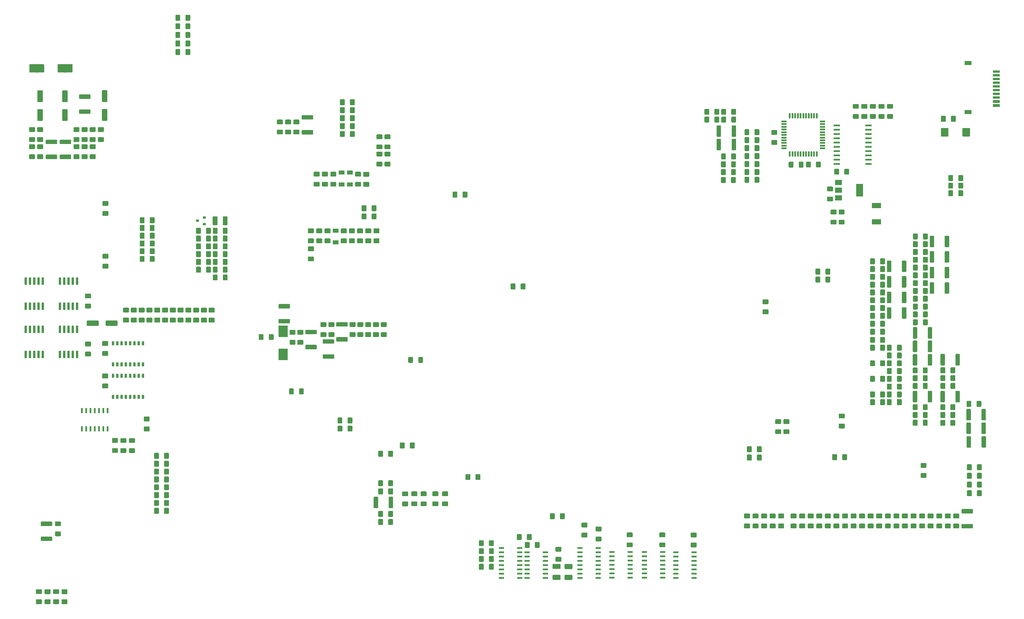
<source format=gtp>
G04 #@! TF.GenerationSoftware,KiCad,Pcbnew,(5.1.0)-1*
G04 #@! TF.CreationDate,2022-09-18T21:01:20+02:00*
G04 #@! TF.ProjectId,Atari 130XE 1MB smd,41746172-6920-4313-9330-584520314d42,rev?*
G04 #@! TF.SameCoordinates,Original*
G04 #@! TF.FileFunction,Paste,Top*
G04 #@! TF.FilePolarity,Positive*
%FSLAX46Y46*%
G04 Gerber Fmt 4.6, Leading zero omitted, Abs format (unit mm)*
G04 Created by KiCad (PCBNEW (5.1.0)-1) date 2022-09-18 21:01:20*
%MOMM*%
%LPD*%
G04 APERTURE LIST*
%ADD10C,0.100000*%
%ADD11C,1.425000*%
%ADD12C,2.250000*%
%ADD13R,2.700000X1.500000*%
%ADD14C,1.300000*%
%ADD15R,2.000000X1.500000*%
%ADD16R,2.000000X3.800000*%
%ADD17R,2.000000X1.200000*%
%ADD18R,2.000000X0.850000*%
%ADD19R,2.000000X0.700000*%
%ADD20R,1.950000X0.600000*%
%ADD21R,1.500000X0.550000*%
%ADD22R,0.550000X1.500000*%
%ADD23R,0.600000X1.500000*%
%ADD24R,1.700000X1.300000*%
%ADD25R,2.700000X3.500000*%
%ADD26R,1.500000X0.600000*%
%ADD27R,0.900000X0.800000*%
%ADD28C,2.500000*%
%ADD29C,1.600000*%
%ADD30C,1.500000*%
%ADD31C,0.700000*%
%ADD32R,0.800000X1.300000*%
G04 APERTURE END LIST*
D10*
G36*
X88482704Y-107808604D02*
G01*
X88506973Y-107812204D01*
X88530771Y-107818165D01*
X88553871Y-107826430D01*
X88576049Y-107836920D01*
X88597093Y-107849533D01*
X88616798Y-107864147D01*
X88634977Y-107880623D01*
X88651453Y-107898802D01*
X88666067Y-107918507D01*
X88678680Y-107939551D01*
X88689170Y-107961729D01*
X88697435Y-107984829D01*
X88703396Y-108008627D01*
X88706996Y-108032896D01*
X88708200Y-108057400D01*
X88708200Y-108982400D01*
X88706996Y-109006904D01*
X88703396Y-109031173D01*
X88697435Y-109054971D01*
X88689170Y-109078071D01*
X88678680Y-109100249D01*
X88666067Y-109121293D01*
X88651453Y-109140998D01*
X88634977Y-109159177D01*
X88616798Y-109175653D01*
X88597093Y-109190267D01*
X88576049Y-109202880D01*
X88553871Y-109213370D01*
X88530771Y-109221635D01*
X88506973Y-109227596D01*
X88482704Y-109231196D01*
X88458200Y-109232400D01*
X87208200Y-109232400D01*
X87183696Y-109231196D01*
X87159427Y-109227596D01*
X87135629Y-109221635D01*
X87112529Y-109213370D01*
X87090351Y-109202880D01*
X87069307Y-109190267D01*
X87049602Y-109175653D01*
X87031423Y-109159177D01*
X87014947Y-109140998D01*
X87000333Y-109121293D01*
X86987720Y-109100249D01*
X86977230Y-109078071D01*
X86968965Y-109054971D01*
X86963004Y-109031173D01*
X86959404Y-109006904D01*
X86958200Y-108982400D01*
X86958200Y-108057400D01*
X86959404Y-108032896D01*
X86963004Y-108008627D01*
X86968965Y-107984829D01*
X86977230Y-107961729D01*
X86987720Y-107939551D01*
X87000333Y-107918507D01*
X87014947Y-107898802D01*
X87031423Y-107880623D01*
X87049602Y-107864147D01*
X87069307Y-107849533D01*
X87090351Y-107836920D01*
X87112529Y-107826430D01*
X87135629Y-107818165D01*
X87159427Y-107812204D01*
X87183696Y-107808604D01*
X87208200Y-107807400D01*
X88458200Y-107807400D01*
X88482704Y-107808604D01*
X88482704Y-107808604D01*
G37*
D11*
X87833200Y-108519900D03*
D10*
G36*
X88482704Y-110783604D02*
G01*
X88506973Y-110787204D01*
X88530771Y-110793165D01*
X88553871Y-110801430D01*
X88576049Y-110811920D01*
X88597093Y-110824533D01*
X88616798Y-110839147D01*
X88634977Y-110855623D01*
X88651453Y-110873802D01*
X88666067Y-110893507D01*
X88678680Y-110914551D01*
X88689170Y-110936729D01*
X88697435Y-110959829D01*
X88703396Y-110983627D01*
X88706996Y-111007896D01*
X88708200Y-111032400D01*
X88708200Y-111957400D01*
X88706996Y-111981904D01*
X88703396Y-112006173D01*
X88697435Y-112029971D01*
X88689170Y-112053071D01*
X88678680Y-112075249D01*
X88666067Y-112096293D01*
X88651453Y-112115998D01*
X88634977Y-112134177D01*
X88616798Y-112150653D01*
X88597093Y-112165267D01*
X88576049Y-112177880D01*
X88553871Y-112188370D01*
X88530771Y-112196635D01*
X88506973Y-112202596D01*
X88482704Y-112206196D01*
X88458200Y-112207400D01*
X87208200Y-112207400D01*
X87183696Y-112206196D01*
X87159427Y-112202596D01*
X87135629Y-112196635D01*
X87112529Y-112188370D01*
X87090351Y-112177880D01*
X87069307Y-112165267D01*
X87049602Y-112150653D01*
X87031423Y-112134177D01*
X87014947Y-112115998D01*
X87000333Y-112096293D01*
X86987720Y-112075249D01*
X86977230Y-112053071D01*
X86968965Y-112029971D01*
X86963004Y-112006173D01*
X86959404Y-111981904D01*
X86958200Y-111957400D01*
X86958200Y-111032400D01*
X86959404Y-111007896D01*
X86963004Y-110983627D01*
X86968965Y-110959829D01*
X86977230Y-110936729D01*
X86987720Y-110914551D01*
X87000333Y-110893507D01*
X87014947Y-110873802D01*
X87031423Y-110855623D01*
X87049602Y-110839147D01*
X87069307Y-110824533D01*
X87090351Y-110811920D01*
X87112529Y-110801430D01*
X87135629Y-110793165D01*
X87159427Y-110787204D01*
X87183696Y-110783604D01*
X87208200Y-110782400D01*
X88458200Y-110782400D01*
X88482704Y-110783604D01*
X88482704Y-110783604D01*
G37*
D11*
X87833200Y-111494900D03*
D10*
G36*
X88482704Y-126455404D02*
G01*
X88506973Y-126459004D01*
X88530771Y-126464965D01*
X88553871Y-126473230D01*
X88576049Y-126483720D01*
X88597093Y-126496333D01*
X88616798Y-126510947D01*
X88634977Y-126527423D01*
X88651453Y-126545602D01*
X88666067Y-126565307D01*
X88678680Y-126586351D01*
X88689170Y-126608529D01*
X88697435Y-126631629D01*
X88703396Y-126655427D01*
X88706996Y-126679696D01*
X88708200Y-126704200D01*
X88708200Y-127629200D01*
X88706996Y-127653704D01*
X88703396Y-127677973D01*
X88697435Y-127701771D01*
X88689170Y-127724871D01*
X88678680Y-127747049D01*
X88666067Y-127768093D01*
X88651453Y-127787798D01*
X88634977Y-127805977D01*
X88616798Y-127822453D01*
X88597093Y-127837067D01*
X88576049Y-127849680D01*
X88553871Y-127860170D01*
X88530771Y-127868435D01*
X88506973Y-127874396D01*
X88482704Y-127877996D01*
X88458200Y-127879200D01*
X87208200Y-127879200D01*
X87183696Y-127877996D01*
X87159427Y-127874396D01*
X87135629Y-127868435D01*
X87112529Y-127860170D01*
X87090351Y-127849680D01*
X87069307Y-127837067D01*
X87049602Y-127822453D01*
X87031423Y-127805977D01*
X87014947Y-127787798D01*
X87000333Y-127768093D01*
X86987720Y-127747049D01*
X86977230Y-127724871D01*
X86968965Y-127701771D01*
X86963004Y-127677973D01*
X86959404Y-127653704D01*
X86958200Y-127629200D01*
X86958200Y-126704200D01*
X86959404Y-126679696D01*
X86963004Y-126655427D01*
X86968965Y-126631629D01*
X86977230Y-126608529D01*
X86987720Y-126586351D01*
X87000333Y-126565307D01*
X87014947Y-126545602D01*
X87031423Y-126527423D01*
X87049602Y-126510947D01*
X87069307Y-126496333D01*
X87090351Y-126483720D01*
X87112529Y-126473230D01*
X87135629Y-126464965D01*
X87159427Y-126459004D01*
X87183696Y-126455404D01*
X87208200Y-126454200D01*
X88458200Y-126454200D01*
X88482704Y-126455404D01*
X88482704Y-126455404D01*
G37*
D11*
X87833200Y-127166700D03*
D10*
G36*
X88482704Y-123480404D02*
G01*
X88506973Y-123484004D01*
X88530771Y-123489965D01*
X88553871Y-123498230D01*
X88576049Y-123508720D01*
X88597093Y-123521333D01*
X88616798Y-123535947D01*
X88634977Y-123552423D01*
X88651453Y-123570602D01*
X88666067Y-123590307D01*
X88678680Y-123611351D01*
X88689170Y-123633529D01*
X88697435Y-123656629D01*
X88703396Y-123680427D01*
X88706996Y-123704696D01*
X88708200Y-123729200D01*
X88708200Y-124654200D01*
X88706996Y-124678704D01*
X88703396Y-124702973D01*
X88697435Y-124726771D01*
X88689170Y-124749871D01*
X88678680Y-124772049D01*
X88666067Y-124793093D01*
X88651453Y-124812798D01*
X88634977Y-124830977D01*
X88616798Y-124847453D01*
X88597093Y-124862067D01*
X88576049Y-124874680D01*
X88553871Y-124885170D01*
X88530771Y-124893435D01*
X88506973Y-124899396D01*
X88482704Y-124902996D01*
X88458200Y-124904200D01*
X87208200Y-124904200D01*
X87183696Y-124902996D01*
X87159427Y-124899396D01*
X87135629Y-124893435D01*
X87112529Y-124885170D01*
X87090351Y-124874680D01*
X87069307Y-124862067D01*
X87049602Y-124847453D01*
X87031423Y-124830977D01*
X87014947Y-124812798D01*
X87000333Y-124793093D01*
X86987720Y-124772049D01*
X86977230Y-124749871D01*
X86968965Y-124726771D01*
X86963004Y-124702973D01*
X86959404Y-124678704D01*
X86958200Y-124654200D01*
X86958200Y-123729200D01*
X86959404Y-123704696D01*
X86963004Y-123680427D01*
X86968965Y-123656629D01*
X86977230Y-123633529D01*
X86987720Y-123611351D01*
X87000333Y-123590307D01*
X87014947Y-123570602D01*
X87031423Y-123552423D01*
X87049602Y-123535947D01*
X87069307Y-123521333D01*
X87090351Y-123508720D01*
X87112529Y-123498230D01*
X87135629Y-123489965D01*
X87159427Y-123484004D01*
X87183696Y-123480404D01*
X87208200Y-123479200D01*
X88458200Y-123479200D01*
X88482704Y-123480404D01*
X88482704Y-123480404D01*
G37*
D11*
X87833200Y-124191700D03*
D10*
G36*
X344103905Y-86102204D02*
G01*
X344128173Y-86105804D01*
X344151972Y-86111765D01*
X344175071Y-86120030D01*
X344197250Y-86130520D01*
X344218293Y-86143132D01*
X344237999Y-86157747D01*
X344256177Y-86174223D01*
X344272653Y-86192401D01*
X344287268Y-86212107D01*
X344299880Y-86233150D01*
X344310370Y-86255329D01*
X344318635Y-86278428D01*
X344324596Y-86302227D01*
X344328196Y-86326495D01*
X344329400Y-86350999D01*
X344329400Y-88401001D01*
X344328196Y-88425505D01*
X344324596Y-88449773D01*
X344318635Y-88473572D01*
X344310370Y-88496671D01*
X344299880Y-88518850D01*
X344287268Y-88539893D01*
X344272653Y-88559599D01*
X344256177Y-88577777D01*
X344237999Y-88594253D01*
X344218293Y-88608868D01*
X344197250Y-88621480D01*
X344175071Y-88631970D01*
X344151972Y-88640235D01*
X344128173Y-88646196D01*
X344103905Y-88649796D01*
X344079401Y-88651000D01*
X342329399Y-88651000D01*
X342304895Y-88649796D01*
X342280627Y-88646196D01*
X342256828Y-88640235D01*
X342233729Y-88631970D01*
X342211550Y-88621480D01*
X342190507Y-88608868D01*
X342170801Y-88594253D01*
X342152623Y-88577777D01*
X342136147Y-88559599D01*
X342121532Y-88539893D01*
X342108920Y-88518850D01*
X342098430Y-88496671D01*
X342090165Y-88473572D01*
X342084204Y-88449773D01*
X342080604Y-88425505D01*
X342079400Y-88401001D01*
X342079400Y-86350999D01*
X342080604Y-86326495D01*
X342084204Y-86302227D01*
X342090165Y-86278428D01*
X342098430Y-86255329D01*
X342108920Y-86233150D01*
X342121532Y-86212107D01*
X342136147Y-86192401D01*
X342152623Y-86174223D01*
X342170801Y-86157747D01*
X342190507Y-86143132D01*
X342211550Y-86130520D01*
X342233729Y-86120030D01*
X342256828Y-86111765D01*
X342280627Y-86105804D01*
X342304895Y-86102204D01*
X342329399Y-86101000D01*
X344079401Y-86101000D01*
X344103905Y-86102204D01*
X344103905Y-86102204D01*
G37*
D12*
X343204400Y-87376000D03*
D10*
G36*
X337703905Y-86102204D02*
G01*
X337728173Y-86105804D01*
X337751972Y-86111765D01*
X337775071Y-86120030D01*
X337797250Y-86130520D01*
X337818293Y-86143132D01*
X337837999Y-86157747D01*
X337856177Y-86174223D01*
X337872653Y-86192401D01*
X337887268Y-86212107D01*
X337899880Y-86233150D01*
X337910370Y-86255329D01*
X337918635Y-86278428D01*
X337924596Y-86302227D01*
X337928196Y-86326495D01*
X337929400Y-86350999D01*
X337929400Y-88401001D01*
X337928196Y-88425505D01*
X337924596Y-88449773D01*
X337918635Y-88473572D01*
X337910370Y-88496671D01*
X337899880Y-88518850D01*
X337887268Y-88539893D01*
X337872653Y-88559599D01*
X337856177Y-88577777D01*
X337837999Y-88594253D01*
X337818293Y-88608868D01*
X337797250Y-88621480D01*
X337775071Y-88631970D01*
X337751972Y-88640235D01*
X337728173Y-88646196D01*
X337703905Y-88649796D01*
X337679401Y-88651000D01*
X335929399Y-88651000D01*
X335904895Y-88649796D01*
X335880627Y-88646196D01*
X335856828Y-88640235D01*
X335833729Y-88631970D01*
X335811550Y-88621480D01*
X335790507Y-88608868D01*
X335770801Y-88594253D01*
X335752623Y-88577777D01*
X335736147Y-88559599D01*
X335721532Y-88539893D01*
X335708920Y-88518850D01*
X335698430Y-88496671D01*
X335690165Y-88473572D01*
X335684204Y-88449773D01*
X335680604Y-88425505D01*
X335679400Y-88401001D01*
X335679400Y-86350999D01*
X335680604Y-86326495D01*
X335684204Y-86302227D01*
X335690165Y-86278428D01*
X335698430Y-86255329D01*
X335708920Y-86233150D01*
X335721532Y-86212107D01*
X335736147Y-86192401D01*
X335752623Y-86174223D01*
X335770801Y-86157747D01*
X335790507Y-86143132D01*
X335811550Y-86130520D01*
X335833729Y-86120030D01*
X335856828Y-86111765D01*
X335880627Y-86105804D01*
X335904895Y-86102204D01*
X335929399Y-86101000D01*
X337679401Y-86101000D01*
X337703905Y-86102204D01*
X337703905Y-86102204D01*
G37*
D12*
X336804400Y-87376000D03*
D10*
G36*
X339870704Y-82514404D02*
G01*
X339894973Y-82518004D01*
X339918771Y-82523965D01*
X339941871Y-82532230D01*
X339964049Y-82542720D01*
X339985093Y-82555333D01*
X340004798Y-82569947D01*
X340022977Y-82586423D01*
X340039453Y-82604602D01*
X340054067Y-82624307D01*
X340066680Y-82645351D01*
X340077170Y-82667529D01*
X340085435Y-82690629D01*
X340091396Y-82714427D01*
X340094996Y-82738696D01*
X340096200Y-82763200D01*
X340096200Y-84013200D01*
X340094996Y-84037704D01*
X340091396Y-84061973D01*
X340085435Y-84085771D01*
X340077170Y-84108871D01*
X340066680Y-84131049D01*
X340054067Y-84152093D01*
X340039453Y-84171798D01*
X340022977Y-84189977D01*
X340004798Y-84206453D01*
X339985093Y-84221067D01*
X339964049Y-84233680D01*
X339941871Y-84244170D01*
X339918771Y-84252435D01*
X339894973Y-84258396D01*
X339870704Y-84261996D01*
X339846200Y-84263200D01*
X338921200Y-84263200D01*
X338896696Y-84261996D01*
X338872427Y-84258396D01*
X338848629Y-84252435D01*
X338825529Y-84244170D01*
X338803351Y-84233680D01*
X338782307Y-84221067D01*
X338762602Y-84206453D01*
X338744423Y-84189977D01*
X338727947Y-84171798D01*
X338713333Y-84152093D01*
X338700720Y-84131049D01*
X338690230Y-84108871D01*
X338681965Y-84085771D01*
X338676004Y-84061973D01*
X338672404Y-84037704D01*
X338671200Y-84013200D01*
X338671200Y-82763200D01*
X338672404Y-82738696D01*
X338676004Y-82714427D01*
X338681965Y-82690629D01*
X338690230Y-82667529D01*
X338700720Y-82645351D01*
X338713333Y-82624307D01*
X338727947Y-82604602D01*
X338744423Y-82586423D01*
X338762602Y-82569947D01*
X338782307Y-82555333D01*
X338803351Y-82542720D01*
X338825529Y-82532230D01*
X338848629Y-82523965D01*
X338872427Y-82518004D01*
X338896696Y-82514404D01*
X338921200Y-82513200D01*
X339846200Y-82513200D01*
X339870704Y-82514404D01*
X339870704Y-82514404D01*
G37*
D11*
X339383700Y-83388200D03*
D10*
G36*
X336895704Y-82514404D02*
G01*
X336919973Y-82518004D01*
X336943771Y-82523965D01*
X336966871Y-82532230D01*
X336989049Y-82542720D01*
X337010093Y-82555333D01*
X337029798Y-82569947D01*
X337047977Y-82586423D01*
X337064453Y-82604602D01*
X337079067Y-82624307D01*
X337091680Y-82645351D01*
X337102170Y-82667529D01*
X337110435Y-82690629D01*
X337116396Y-82714427D01*
X337119996Y-82738696D01*
X337121200Y-82763200D01*
X337121200Y-84013200D01*
X337119996Y-84037704D01*
X337116396Y-84061973D01*
X337110435Y-84085771D01*
X337102170Y-84108871D01*
X337091680Y-84131049D01*
X337079067Y-84152093D01*
X337064453Y-84171798D01*
X337047977Y-84189977D01*
X337029798Y-84206453D01*
X337010093Y-84221067D01*
X336989049Y-84233680D01*
X336966871Y-84244170D01*
X336943771Y-84252435D01*
X336919973Y-84258396D01*
X336895704Y-84261996D01*
X336871200Y-84263200D01*
X335946200Y-84263200D01*
X335921696Y-84261996D01*
X335897427Y-84258396D01*
X335873629Y-84252435D01*
X335850529Y-84244170D01*
X335828351Y-84233680D01*
X335807307Y-84221067D01*
X335787602Y-84206453D01*
X335769423Y-84189977D01*
X335752947Y-84171798D01*
X335738333Y-84152093D01*
X335725720Y-84131049D01*
X335715230Y-84108871D01*
X335706965Y-84085771D01*
X335701004Y-84061973D01*
X335697404Y-84037704D01*
X335696200Y-84013200D01*
X335696200Y-82763200D01*
X335697404Y-82738696D01*
X335701004Y-82714427D01*
X335706965Y-82690629D01*
X335715230Y-82667529D01*
X335725720Y-82645351D01*
X335738333Y-82624307D01*
X335752947Y-82604602D01*
X335769423Y-82586423D01*
X335787602Y-82569947D01*
X335807307Y-82555333D01*
X335828351Y-82542720D01*
X335850529Y-82532230D01*
X335873629Y-82523965D01*
X335897427Y-82518004D01*
X335921696Y-82514404D01*
X335946200Y-82513200D01*
X336871200Y-82513200D01*
X336895704Y-82514404D01*
X336895704Y-82514404D01*
G37*
D11*
X336408700Y-83388200D03*
D10*
G36*
X339080104Y-104612404D02*
G01*
X339104373Y-104616004D01*
X339128171Y-104621965D01*
X339151271Y-104630230D01*
X339173449Y-104640720D01*
X339194493Y-104653333D01*
X339214198Y-104667947D01*
X339232377Y-104684423D01*
X339248853Y-104702602D01*
X339263467Y-104722307D01*
X339276080Y-104743351D01*
X339286570Y-104765529D01*
X339294835Y-104788629D01*
X339300796Y-104812427D01*
X339304396Y-104836696D01*
X339305600Y-104861200D01*
X339305600Y-106111200D01*
X339304396Y-106135704D01*
X339300796Y-106159973D01*
X339294835Y-106183771D01*
X339286570Y-106206871D01*
X339276080Y-106229049D01*
X339263467Y-106250093D01*
X339248853Y-106269798D01*
X339232377Y-106287977D01*
X339214198Y-106304453D01*
X339194493Y-106319067D01*
X339173449Y-106331680D01*
X339151271Y-106342170D01*
X339128171Y-106350435D01*
X339104373Y-106356396D01*
X339080104Y-106359996D01*
X339055600Y-106361200D01*
X338130600Y-106361200D01*
X338106096Y-106359996D01*
X338081827Y-106356396D01*
X338058029Y-106350435D01*
X338034929Y-106342170D01*
X338012751Y-106331680D01*
X337991707Y-106319067D01*
X337972002Y-106304453D01*
X337953823Y-106287977D01*
X337937347Y-106269798D01*
X337922733Y-106250093D01*
X337910120Y-106229049D01*
X337899630Y-106206871D01*
X337891365Y-106183771D01*
X337885404Y-106159973D01*
X337881804Y-106135704D01*
X337880600Y-106111200D01*
X337880600Y-104861200D01*
X337881804Y-104836696D01*
X337885404Y-104812427D01*
X337891365Y-104788629D01*
X337899630Y-104765529D01*
X337910120Y-104743351D01*
X337922733Y-104722307D01*
X337937347Y-104702602D01*
X337953823Y-104684423D01*
X337972002Y-104667947D01*
X337991707Y-104653333D01*
X338012751Y-104640720D01*
X338034929Y-104630230D01*
X338058029Y-104621965D01*
X338081827Y-104616004D01*
X338106096Y-104612404D01*
X338130600Y-104611200D01*
X339055600Y-104611200D01*
X339080104Y-104612404D01*
X339080104Y-104612404D01*
G37*
D11*
X338593100Y-105486200D03*
D10*
G36*
X342055104Y-104612404D02*
G01*
X342079373Y-104616004D01*
X342103171Y-104621965D01*
X342126271Y-104630230D01*
X342148449Y-104640720D01*
X342169493Y-104653333D01*
X342189198Y-104667947D01*
X342207377Y-104684423D01*
X342223853Y-104702602D01*
X342238467Y-104722307D01*
X342251080Y-104743351D01*
X342261570Y-104765529D01*
X342269835Y-104788629D01*
X342275796Y-104812427D01*
X342279396Y-104836696D01*
X342280600Y-104861200D01*
X342280600Y-106111200D01*
X342279396Y-106135704D01*
X342275796Y-106159973D01*
X342269835Y-106183771D01*
X342261570Y-106206871D01*
X342251080Y-106229049D01*
X342238467Y-106250093D01*
X342223853Y-106269798D01*
X342207377Y-106287977D01*
X342189198Y-106304453D01*
X342169493Y-106319067D01*
X342148449Y-106331680D01*
X342126271Y-106342170D01*
X342103171Y-106350435D01*
X342079373Y-106356396D01*
X342055104Y-106359996D01*
X342030600Y-106361200D01*
X341105600Y-106361200D01*
X341081096Y-106359996D01*
X341056827Y-106356396D01*
X341033029Y-106350435D01*
X341009929Y-106342170D01*
X340987751Y-106331680D01*
X340966707Y-106319067D01*
X340947002Y-106304453D01*
X340928823Y-106287977D01*
X340912347Y-106269798D01*
X340897733Y-106250093D01*
X340885120Y-106229049D01*
X340874630Y-106206871D01*
X340866365Y-106183771D01*
X340860404Y-106159973D01*
X340856804Y-106135704D01*
X340855600Y-106111200D01*
X340855600Y-104861200D01*
X340856804Y-104836696D01*
X340860404Y-104812427D01*
X340866365Y-104788629D01*
X340874630Y-104765529D01*
X340885120Y-104743351D01*
X340897733Y-104722307D01*
X340912347Y-104702602D01*
X340928823Y-104684423D01*
X340947002Y-104667947D01*
X340966707Y-104653333D01*
X340987751Y-104640720D01*
X341009929Y-104630230D01*
X341033029Y-104621965D01*
X341056827Y-104616004D01*
X341081096Y-104612404D01*
X341105600Y-104611200D01*
X342030600Y-104611200D01*
X342055104Y-104612404D01*
X342055104Y-104612404D01*
G37*
D11*
X341568100Y-105486200D03*
D10*
G36*
X339080104Y-102351804D02*
G01*
X339104373Y-102355404D01*
X339128171Y-102361365D01*
X339151271Y-102369630D01*
X339173449Y-102380120D01*
X339194493Y-102392733D01*
X339214198Y-102407347D01*
X339232377Y-102423823D01*
X339248853Y-102442002D01*
X339263467Y-102461707D01*
X339276080Y-102482751D01*
X339286570Y-102504929D01*
X339294835Y-102528029D01*
X339300796Y-102551827D01*
X339304396Y-102576096D01*
X339305600Y-102600600D01*
X339305600Y-103850600D01*
X339304396Y-103875104D01*
X339300796Y-103899373D01*
X339294835Y-103923171D01*
X339286570Y-103946271D01*
X339276080Y-103968449D01*
X339263467Y-103989493D01*
X339248853Y-104009198D01*
X339232377Y-104027377D01*
X339214198Y-104043853D01*
X339194493Y-104058467D01*
X339173449Y-104071080D01*
X339151271Y-104081570D01*
X339128171Y-104089835D01*
X339104373Y-104095796D01*
X339080104Y-104099396D01*
X339055600Y-104100600D01*
X338130600Y-104100600D01*
X338106096Y-104099396D01*
X338081827Y-104095796D01*
X338058029Y-104089835D01*
X338034929Y-104081570D01*
X338012751Y-104071080D01*
X337991707Y-104058467D01*
X337972002Y-104043853D01*
X337953823Y-104027377D01*
X337937347Y-104009198D01*
X337922733Y-103989493D01*
X337910120Y-103968449D01*
X337899630Y-103946271D01*
X337891365Y-103923171D01*
X337885404Y-103899373D01*
X337881804Y-103875104D01*
X337880600Y-103850600D01*
X337880600Y-102600600D01*
X337881804Y-102576096D01*
X337885404Y-102551827D01*
X337891365Y-102528029D01*
X337899630Y-102504929D01*
X337910120Y-102482751D01*
X337922733Y-102461707D01*
X337937347Y-102442002D01*
X337953823Y-102423823D01*
X337972002Y-102407347D01*
X337991707Y-102392733D01*
X338012751Y-102380120D01*
X338034929Y-102369630D01*
X338058029Y-102361365D01*
X338081827Y-102355404D01*
X338106096Y-102351804D01*
X338130600Y-102350600D01*
X339055600Y-102350600D01*
X339080104Y-102351804D01*
X339080104Y-102351804D01*
G37*
D11*
X338593100Y-103225600D03*
D10*
G36*
X342055104Y-102351804D02*
G01*
X342079373Y-102355404D01*
X342103171Y-102361365D01*
X342126271Y-102369630D01*
X342148449Y-102380120D01*
X342169493Y-102392733D01*
X342189198Y-102407347D01*
X342207377Y-102423823D01*
X342223853Y-102442002D01*
X342238467Y-102461707D01*
X342251080Y-102482751D01*
X342261570Y-102504929D01*
X342269835Y-102528029D01*
X342275796Y-102551827D01*
X342279396Y-102576096D01*
X342280600Y-102600600D01*
X342280600Y-103850600D01*
X342279396Y-103875104D01*
X342275796Y-103899373D01*
X342269835Y-103923171D01*
X342261570Y-103946271D01*
X342251080Y-103968449D01*
X342238467Y-103989493D01*
X342223853Y-104009198D01*
X342207377Y-104027377D01*
X342189198Y-104043853D01*
X342169493Y-104058467D01*
X342148449Y-104071080D01*
X342126271Y-104081570D01*
X342103171Y-104089835D01*
X342079373Y-104095796D01*
X342055104Y-104099396D01*
X342030600Y-104100600D01*
X341105600Y-104100600D01*
X341081096Y-104099396D01*
X341056827Y-104095796D01*
X341033029Y-104089835D01*
X341009929Y-104081570D01*
X340987751Y-104071080D01*
X340966707Y-104058467D01*
X340947002Y-104043853D01*
X340928823Y-104027377D01*
X340912347Y-104009198D01*
X340897733Y-103989493D01*
X340885120Y-103968449D01*
X340874630Y-103946271D01*
X340866365Y-103923171D01*
X340860404Y-103899373D01*
X340856804Y-103875104D01*
X340855600Y-103850600D01*
X340855600Y-102600600D01*
X340856804Y-102576096D01*
X340860404Y-102551827D01*
X340866365Y-102528029D01*
X340874630Y-102504929D01*
X340885120Y-102482751D01*
X340897733Y-102461707D01*
X340912347Y-102442002D01*
X340928823Y-102423823D01*
X340947002Y-102407347D01*
X340966707Y-102392733D01*
X340987751Y-102380120D01*
X341009929Y-102369630D01*
X341033029Y-102361365D01*
X341056827Y-102355404D01*
X341081096Y-102351804D01*
X341105600Y-102350600D01*
X342030600Y-102350600D01*
X342055104Y-102351804D01*
X342055104Y-102351804D01*
G37*
D11*
X341568100Y-103225600D03*
D10*
G36*
X311113704Y-78979604D02*
G01*
X311137973Y-78983204D01*
X311161771Y-78989165D01*
X311184871Y-78997430D01*
X311207049Y-79007920D01*
X311228093Y-79020533D01*
X311247798Y-79035147D01*
X311265977Y-79051623D01*
X311282453Y-79069802D01*
X311297067Y-79089507D01*
X311309680Y-79110551D01*
X311320170Y-79132729D01*
X311328435Y-79155829D01*
X311334396Y-79179627D01*
X311337996Y-79203896D01*
X311339200Y-79228400D01*
X311339200Y-80153400D01*
X311337996Y-80177904D01*
X311334396Y-80202173D01*
X311328435Y-80225971D01*
X311320170Y-80249071D01*
X311309680Y-80271249D01*
X311297067Y-80292293D01*
X311282453Y-80311998D01*
X311265977Y-80330177D01*
X311247798Y-80346653D01*
X311228093Y-80361267D01*
X311207049Y-80373880D01*
X311184871Y-80384370D01*
X311161771Y-80392635D01*
X311137973Y-80398596D01*
X311113704Y-80402196D01*
X311089200Y-80403400D01*
X309839200Y-80403400D01*
X309814696Y-80402196D01*
X309790427Y-80398596D01*
X309766629Y-80392635D01*
X309743529Y-80384370D01*
X309721351Y-80373880D01*
X309700307Y-80361267D01*
X309680602Y-80346653D01*
X309662423Y-80330177D01*
X309645947Y-80311998D01*
X309631333Y-80292293D01*
X309618720Y-80271249D01*
X309608230Y-80249071D01*
X309599965Y-80225971D01*
X309594004Y-80202173D01*
X309590404Y-80177904D01*
X309589200Y-80153400D01*
X309589200Y-79228400D01*
X309590404Y-79203896D01*
X309594004Y-79179627D01*
X309599965Y-79155829D01*
X309608230Y-79132729D01*
X309618720Y-79110551D01*
X309631333Y-79089507D01*
X309645947Y-79069802D01*
X309662423Y-79051623D01*
X309680602Y-79035147D01*
X309700307Y-79020533D01*
X309721351Y-79007920D01*
X309743529Y-78997430D01*
X309766629Y-78989165D01*
X309790427Y-78983204D01*
X309814696Y-78979604D01*
X309839200Y-78978400D01*
X311089200Y-78978400D01*
X311113704Y-78979604D01*
X311113704Y-78979604D01*
G37*
D11*
X310464200Y-79690900D03*
D10*
G36*
X311113704Y-81954604D02*
G01*
X311137973Y-81958204D01*
X311161771Y-81964165D01*
X311184871Y-81972430D01*
X311207049Y-81982920D01*
X311228093Y-81995533D01*
X311247798Y-82010147D01*
X311265977Y-82026623D01*
X311282453Y-82044802D01*
X311297067Y-82064507D01*
X311309680Y-82085551D01*
X311320170Y-82107729D01*
X311328435Y-82130829D01*
X311334396Y-82154627D01*
X311337996Y-82178896D01*
X311339200Y-82203400D01*
X311339200Y-83128400D01*
X311337996Y-83152904D01*
X311334396Y-83177173D01*
X311328435Y-83200971D01*
X311320170Y-83224071D01*
X311309680Y-83246249D01*
X311297067Y-83267293D01*
X311282453Y-83286998D01*
X311265977Y-83305177D01*
X311247798Y-83321653D01*
X311228093Y-83336267D01*
X311207049Y-83348880D01*
X311184871Y-83359370D01*
X311161771Y-83367635D01*
X311137973Y-83373596D01*
X311113704Y-83377196D01*
X311089200Y-83378400D01*
X309839200Y-83378400D01*
X309814696Y-83377196D01*
X309790427Y-83373596D01*
X309766629Y-83367635D01*
X309743529Y-83359370D01*
X309721351Y-83348880D01*
X309700307Y-83336267D01*
X309680602Y-83321653D01*
X309662423Y-83305177D01*
X309645947Y-83286998D01*
X309631333Y-83267293D01*
X309618720Y-83246249D01*
X309608230Y-83224071D01*
X309599965Y-83200971D01*
X309594004Y-83177173D01*
X309590404Y-83152904D01*
X309589200Y-83128400D01*
X309589200Y-82203400D01*
X309590404Y-82178896D01*
X309594004Y-82154627D01*
X309599965Y-82130829D01*
X309608230Y-82107729D01*
X309618720Y-82085551D01*
X309631333Y-82064507D01*
X309645947Y-82044802D01*
X309662423Y-82026623D01*
X309680602Y-82010147D01*
X309700307Y-81995533D01*
X309721351Y-81982920D01*
X309743529Y-81972430D01*
X309766629Y-81964165D01*
X309790427Y-81958204D01*
X309814696Y-81954604D01*
X309839200Y-81953400D01*
X311089200Y-81953400D01*
X311113704Y-81954604D01*
X311113704Y-81954604D01*
G37*
D11*
X310464200Y-82665900D03*
D10*
G36*
X313628304Y-78979604D02*
G01*
X313652573Y-78983204D01*
X313676371Y-78989165D01*
X313699471Y-78997430D01*
X313721649Y-79007920D01*
X313742693Y-79020533D01*
X313762398Y-79035147D01*
X313780577Y-79051623D01*
X313797053Y-79069802D01*
X313811667Y-79089507D01*
X313824280Y-79110551D01*
X313834770Y-79132729D01*
X313843035Y-79155829D01*
X313848996Y-79179627D01*
X313852596Y-79203896D01*
X313853800Y-79228400D01*
X313853800Y-80153400D01*
X313852596Y-80177904D01*
X313848996Y-80202173D01*
X313843035Y-80225971D01*
X313834770Y-80249071D01*
X313824280Y-80271249D01*
X313811667Y-80292293D01*
X313797053Y-80311998D01*
X313780577Y-80330177D01*
X313762398Y-80346653D01*
X313742693Y-80361267D01*
X313721649Y-80373880D01*
X313699471Y-80384370D01*
X313676371Y-80392635D01*
X313652573Y-80398596D01*
X313628304Y-80402196D01*
X313603800Y-80403400D01*
X312353800Y-80403400D01*
X312329296Y-80402196D01*
X312305027Y-80398596D01*
X312281229Y-80392635D01*
X312258129Y-80384370D01*
X312235951Y-80373880D01*
X312214907Y-80361267D01*
X312195202Y-80346653D01*
X312177023Y-80330177D01*
X312160547Y-80311998D01*
X312145933Y-80292293D01*
X312133320Y-80271249D01*
X312122830Y-80249071D01*
X312114565Y-80225971D01*
X312108604Y-80202173D01*
X312105004Y-80177904D01*
X312103800Y-80153400D01*
X312103800Y-79228400D01*
X312105004Y-79203896D01*
X312108604Y-79179627D01*
X312114565Y-79155829D01*
X312122830Y-79132729D01*
X312133320Y-79110551D01*
X312145933Y-79089507D01*
X312160547Y-79069802D01*
X312177023Y-79051623D01*
X312195202Y-79035147D01*
X312214907Y-79020533D01*
X312235951Y-79007920D01*
X312258129Y-78997430D01*
X312281229Y-78989165D01*
X312305027Y-78983204D01*
X312329296Y-78979604D01*
X312353800Y-78978400D01*
X313603800Y-78978400D01*
X313628304Y-78979604D01*
X313628304Y-78979604D01*
G37*
D11*
X312978800Y-79690900D03*
D10*
G36*
X313628304Y-81954604D02*
G01*
X313652573Y-81958204D01*
X313676371Y-81964165D01*
X313699471Y-81972430D01*
X313721649Y-81982920D01*
X313742693Y-81995533D01*
X313762398Y-82010147D01*
X313780577Y-82026623D01*
X313797053Y-82044802D01*
X313811667Y-82064507D01*
X313824280Y-82085551D01*
X313834770Y-82107729D01*
X313843035Y-82130829D01*
X313848996Y-82154627D01*
X313852596Y-82178896D01*
X313853800Y-82203400D01*
X313853800Y-83128400D01*
X313852596Y-83152904D01*
X313848996Y-83177173D01*
X313843035Y-83200971D01*
X313834770Y-83224071D01*
X313824280Y-83246249D01*
X313811667Y-83267293D01*
X313797053Y-83286998D01*
X313780577Y-83305177D01*
X313762398Y-83321653D01*
X313742693Y-83336267D01*
X313721649Y-83348880D01*
X313699471Y-83359370D01*
X313676371Y-83367635D01*
X313652573Y-83373596D01*
X313628304Y-83377196D01*
X313603800Y-83378400D01*
X312353800Y-83378400D01*
X312329296Y-83377196D01*
X312305027Y-83373596D01*
X312281229Y-83367635D01*
X312258129Y-83359370D01*
X312235951Y-83348880D01*
X312214907Y-83336267D01*
X312195202Y-83321653D01*
X312177023Y-83305177D01*
X312160547Y-83286998D01*
X312145933Y-83267293D01*
X312133320Y-83246249D01*
X312122830Y-83224071D01*
X312114565Y-83200971D01*
X312108604Y-83177173D01*
X312105004Y-83152904D01*
X312103800Y-83128400D01*
X312103800Y-82203400D01*
X312105004Y-82178896D01*
X312108604Y-82154627D01*
X312114565Y-82130829D01*
X312122830Y-82107729D01*
X312133320Y-82085551D01*
X312145933Y-82064507D01*
X312160547Y-82044802D01*
X312177023Y-82026623D01*
X312195202Y-82010147D01*
X312214907Y-81995533D01*
X312235951Y-81982920D01*
X312258129Y-81972430D01*
X312281229Y-81964165D01*
X312305027Y-81958204D01*
X312329296Y-81954604D01*
X312353800Y-81953400D01*
X313603800Y-81953400D01*
X313628304Y-81954604D01*
X313628304Y-81954604D01*
G37*
D11*
X312978800Y-82665900D03*
D10*
G36*
X316142904Y-78979604D02*
G01*
X316167173Y-78983204D01*
X316190971Y-78989165D01*
X316214071Y-78997430D01*
X316236249Y-79007920D01*
X316257293Y-79020533D01*
X316276998Y-79035147D01*
X316295177Y-79051623D01*
X316311653Y-79069802D01*
X316326267Y-79089507D01*
X316338880Y-79110551D01*
X316349370Y-79132729D01*
X316357635Y-79155829D01*
X316363596Y-79179627D01*
X316367196Y-79203896D01*
X316368400Y-79228400D01*
X316368400Y-80153400D01*
X316367196Y-80177904D01*
X316363596Y-80202173D01*
X316357635Y-80225971D01*
X316349370Y-80249071D01*
X316338880Y-80271249D01*
X316326267Y-80292293D01*
X316311653Y-80311998D01*
X316295177Y-80330177D01*
X316276998Y-80346653D01*
X316257293Y-80361267D01*
X316236249Y-80373880D01*
X316214071Y-80384370D01*
X316190971Y-80392635D01*
X316167173Y-80398596D01*
X316142904Y-80402196D01*
X316118400Y-80403400D01*
X314868400Y-80403400D01*
X314843896Y-80402196D01*
X314819627Y-80398596D01*
X314795829Y-80392635D01*
X314772729Y-80384370D01*
X314750551Y-80373880D01*
X314729507Y-80361267D01*
X314709802Y-80346653D01*
X314691623Y-80330177D01*
X314675147Y-80311998D01*
X314660533Y-80292293D01*
X314647920Y-80271249D01*
X314637430Y-80249071D01*
X314629165Y-80225971D01*
X314623204Y-80202173D01*
X314619604Y-80177904D01*
X314618400Y-80153400D01*
X314618400Y-79228400D01*
X314619604Y-79203896D01*
X314623204Y-79179627D01*
X314629165Y-79155829D01*
X314637430Y-79132729D01*
X314647920Y-79110551D01*
X314660533Y-79089507D01*
X314675147Y-79069802D01*
X314691623Y-79051623D01*
X314709802Y-79035147D01*
X314729507Y-79020533D01*
X314750551Y-79007920D01*
X314772729Y-78997430D01*
X314795829Y-78989165D01*
X314819627Y-78983204D01*
X314843896Y-78979604D01*
X314868400Y-78978400D01*
X316118400Y-78978400D01*
X316142904Y-78979604D01*
X316142904Y-78979604D01*
G37*
D11*
X315493400Y-79690900D03*
D10*
G36*
X316142904Y-81954604D02*
G01*
X316167173Y-81958204D01*
X316190971Y-81964165D01*
X316214071Y-81972430D01*
X316236249Y-81982920D01*
X316257293Y-81995533D01*
X316276998Y-82010147D01*
X316295177Y-82026623D01*
X316311653Y-82044802D01*
X316326267Y-82064507D01*
X316338880Y-82085551D01*
X316349370Y-82107729D01*
X316357635Y-82130829D01*
X316363596Y-82154627D01*
X316367196Y-82178896D01*
X316368400Y-82203400D01*
X316368400Y-83128400D01*
X316367196Y-83152904D01*
X316363596Y-83177173D01*
X316357635Y-83200971D01*
X316349370Y-83224071D01*
X316338880Y-83246249D01*
X316326267Y-83267293D01*
X316311653Y-83286998D01*
X316295177Y-83305177D01*
X316276998Y-83321653D01*
X316257293Y-83336267D01*
X316236249Y-83348880D01*
X316214071Y-83359370D01*
X316190971Y-83367635D01*
X316167173Y-83373596D01*
X316142904Y-83377196D01*
X316118400Y-83378400D01*
X314868400Y-83378400D01*
X314843896Y-83377196D01*
X314819627Y-83373596D01*
X314795829Y-83367635D01*
X314772729Y-83359370D01*
X314750551Y-83348880D01*
X314729507Y-83336267D01*
X314709802Y-83321653D01*
X314691623Y-83305177D01*
X314675147Y-83286998D01*
X314660533Y-83267293D01*
X314647920Y-83246249D01*
X314637430Y-83224071D01*
X314629165Y-83200971D01*
X314623204Y-83177173D01*
X314619604Y-83152904D01*
X314618400Y-83128400D01*
X314618400Y-82203400D01*
X314619604Y-82178896D01*
X314623204Y-82154627D01*
X314629165Y-82130829D01*
X314637430Y-82107729D01*
X314647920Y-82085551D01*
X314660533Y-82064507D01*
X314675147Y-82044802D01*
X314691623Y-82026623D01*
X314709802Y-82010147D01*
X314729507Y-81995533D01*
X314750551Y-81982920D01*
X314772729Y-81972430D01*
X314795829Y-81964165D01*
X314819627Y-81958204D01*
X314843896Y-81954604D01*
X314868400Y-81953400D01*
X316118400Y-81953400D01*
X316142904Y-81954604D01*
X316142904Y-81954604D01*
G37*
D11*
X315493400Y-82665900D03*
D10*
G36*
X318733704Y-78979604D02*
G01*
X318757973Y-78983204D01*
X318781771Y-78989165D01*
X318804871Y-78997430D01*
X318827049Y-79007920D01*
X318848093Y-79020533D01*
X318867798Y-79035147D01*
X318885977Y-79051623D01*
X318902453Y-79069802D01*
X318917067Y-79089507D01*
X318929680Y-79110551D01*
X318940170Y-79132729D01*
X318948435Y-79155829D01*
X318954396Y-79179627D01*
X318957996Y-79203896D01*
X318959200Y-79228400D01*
X318959200Y-80153400D01*
X318957996Y-80177904D01*
X318954396Y-80202173D01*
X318948435Y-80225971D01*
X318940170Y-80249071D01*
X318929680Y-80271249D01*
X318917067Y-80292293D01*
X318902453Y-80311998D01*
X318885977Y-80330177D01*
X318867798Y-80346653D01*
X318848093Y-80361267D01*
X318827049Y-80373880D01*
X318804871Y-80384370D01*
X318781771Y-80392635D01*
X318757973Y-80398596D01*
X318733704Y-80402196D01*
X318709200Y-80403400D01*
X317459200Y-80403400D01*
X317434696Y-80402196D01*
X317410427Y-80398596D01*
X317386629Y-80392635D01*
X317363529Y-80384370D01*
X317341351Y-80373880D01*
X317320307Y-80361267D01*
X317300602Y-80346653D01*
X317282423Y-80330177D01*
X317265947Y-80311998D01*
X317251333Y-80292293D01*
X317238720Y-80271249D01*
X317228230Y-80249071D01*
X317219965Y-80225971D01*
X317214004Y-80202173D01*
X317210404Y-80177904D01*
X317209200Y-80153400D01*
X317209200Y-79228400D01*
X317210404Y-79203896D01*
X317214004Y-79179627D01*
X317219965Y-79155829D01*
X317228230Y-79132729D01*
X317238720Y-79110551D01*
X317251333Y-79089507D01*
X317265947Y-79069802D01*
X317282423Y-79051623D01*
X317300602Y-79035147D01*
X317320307Y-79020533D01*
X317341351Y-79007920D01*
X317363529Y-78997430D01*
X317386629Y-78989165D01*
X317410427Y-78983204D01*
X317434696Y-78979604D01*
X317459200Y-78978400D01*
X318709200Y-78978400D01*
X318733704Y-78979604D01*
X318733704Y-78979604D01*
G37*
D11*
X318084200Y-79690900D03*
D10*
G36*
X318733704Y-81954604D02*
G01*
X318757973Y-81958204D01*
X318781771Y-81964165D01*
X318804871Y-81972430D01*
X318827049Y-81982920D01*
X318848093Y-81995533D01*
X318867798Y-82010147D01*
X318885977Y-82026623D01*
X318902453Y-82044802D01*
X318917067Y-82064507D01*
X318929680Y-82085551D01*
X318940170Y-82107729D01*
X318948435Y-82130829D01*
X318954396Y-82154627D01*
X318957996Y-82178896D01*
X318959200Y-82203400D01*
X318959200Y-83128400D01*
X318957996Y-83152904D01*
X318954396Y-83177173D01*
X318948435Y-83200971D01*
X318940170Y-83224071D01*
X318929680Y-83246249D01*
X318917067Y-83267293D01*
X318902453Y-83286998D01*
X318885977Y-83305177D01*
X318867798Y-83321653D01*
X318848093Y-83336267D01*
X318827049Y-83348880D01*
X318804871Y-83359370D01*
X318781771Y-83367635D01*
X318757973Y-83373596D01*
X318733704Y-83377196D01*
X318709200Y-83378400D01*
X317459200Y-83378400D01*
X317434696Y-83377196D01*
X317410427Y-83373596D01*
X317386629Y-83367635D01*
X317363529Y-83359370D01*
X317341351Y-83348880D01*
X317320307Y-83336267D01*
X317300602Y-83321653D01*
X317282423Y-83305177D01*
X317265947Y-83286998D01*
X317251333Y-83267293D01*
X317238720Y-83246249D01*
X317228230Y-83224071D01*
X317219965Y-83200971D01*
X317214004Y-83177173D01*
X317210404Y-83152904D01*
X317209200Y-83128400D01*
X317209200Y-82203400D01*
X317210404Y-82178896D01*
X317214004Y-82154627D01*
X317219965Y-82130829D01*
X317228230Y-82107729D01*
X317238720Y-82085551D01*
X317251333Y-82064507D01*
X317265947Y-82044802D01*
X317282423Y-82026623D01*
X317300602Y-82010147D01*
X317320307Y-81995533D01*
X317341351Y-81982920D01*
X317363529Y-81972430D01*
X317386629Y-81964165D01*
X317410427Y-81958204D01*
X317434696Y-81954604D01*
X317459200Y-81953400D01*
X318709200Y-81953400D01*
X318733704Y-81954604D01*
X318733704Y-81954604D01*
G37*
D11*
X318084200Y-82665900D03*
D10*
G36*
X321273704Y-78979604D02*
G01*
X321297973Y-78983204D01*
X321321771Y-78989165D01*
X321344871Y-78997430D01*
X321367049Y-79007920D01*
X321388093Y-79020533D01*
X321407798Y-79035147D01*
X321425977Y-79051623D01*
X321442453Y-79069802D01*
X321457067Y-79089507D01*
X321469680Y-79110551D01*
X321480170Y-79132729D01*
X321488435Y-79155829D01*
X321494396Y-79179627D01*
X321497996Y-79203896D01*
X321499200Y-79228400D01*
X321499200Y-80153400D01*
X321497996Y-80177904D01*
X321494396Y-80202173D01*
X321488435Y-80225971D01*
X321480170Y-80249071D01*
X321469680Y-80271249D01*
X321457067Y-80292293D01*
X321442453Y-80311998D01*
X321425977Y-80330177D01*
X321407798Y-80346653D01*
X321388093Y-80361267D01*
X321367049Y-80373880D01*
X321344871Y-80384370D01*
X321321771Y-80392635D01*
X321297973Y-80398596D01*
X321273704Y-80402196D01*
X321249200Y-80403400D01*
X319999200Y-80403400D01*
X319974696Y-80402196D01*
X319950427Y-80398596D01*
X319926629Y-80392635D01*
X319903529Y-80384370D01*
X319881351Y-80373880D01*
X319860307Y-80361267D01*
X319840602Y-80346653D01*
X319822423Y-80330177D01*
X319805947Y-80311998D01*
X319791333Y-80292293D01*
X319778720Y-80271249D01*
X319768230Y-80249071D01*
X319759965Y-80225971D01*
X319754004Y-80202173D01*
X319750404Y-80177904D01*
X319749200Y-80153400D01*
X319749200Y-79228400D01*
X319750404Y-79203896D01*
X319754004Y-79179627D01*
X319759965Y-79155829D01*
X319768230Y-79132729D01*
X319778720Y-79110551D01*
X319791333Y-79089507D01*
X319805947Y-79069802D01*
X319822423Y-79051623D01*
X319840602Y-79035147D01*
X319860307Y-79020533D01*
X319881351Y-79007920D01*
X319903529Y-78997430D01*
X319926629Y-78989165D01*
X319950427Y-78983204D01*
X319974696Y-78979604D01*
X319999200Y-78978400D01*
X321249200Y-78978400D01*
X321273704Y-78979604D01*
X321273704Y-78979604D01*
G37*
D11*
X320624200Y-79690900D03*
D10*
G36*
X321273704Y-81954604D02*
G01*
X321297973Y-81958204D01*
X321321771Y-81964165D01*
X321344871Y-81972430D01*
X321367049Y-81982920D01*
X321388093Y-81995533D01*
X321407798Y-82010147D01*
X321425977Y-82026623D01*
X321442453Y-82044802D01*
X321457067Y-82064507D01*
X321469680Y-82085551D01*
X321480170Y-82107729D01*
X321488435Y-82130829D01*
X321494396Y-82154627D01*
X321497996Y-82178896D01*
X321499200Y-82203400D01*
X321499200Y-83128400D01*
X321497996Y-83152904D01*
X321494396Y-83177173D01*
X321488435Y-83200971D01*
X321480170Y-83224071D01*
X321469680Y-83246249D01*
X321457067Y-83267293D01*
X321442453Y-83286998D01*
X321425977Y-83305177D01*
X321407798Y-83321653D01*
X321388093Y-83336267D01*
X321367049Y-83348880D01*
X321344871Y-83359370D01*
X321321771Y-83367635D01*
X321297973Y-83373596D01*
X321273704Y-83377196D01*
X321249200Y-83378400D01*
X319999200Y-83378400D01*
X319974696Y-83377196D01*
X319950427Y-83373596D01*
X319926629Y-83367635D01*
X319903529Y-83359370D01*
X319881351Y-83348880D01*
X319860307Y-83336267D01*
X319840602Y-83321653D01*
X319822423Y-83305177D01*
X319805947Y-83286998D01*
X319791333Y-83267293D01*
X319778720Y-83246249D01*
X319768230Y-83224071D01*
X319759965Y-83200971D01*
X319754004Y-83177173D01*
X319750404Y-83152904D01*
X319749200Y-83128400D01*
X319749200Y-82203400D01*
X319750404Y-82178896D01*
X319754004Y-82154627D01*
X319759965Y-82130829D01*
X319768230Y-82107729D01*
X319778720Y-82085551D01*
X319791333Y-82064507D01*
X319805947Y-82044802D01*
X319822423Y-82026623D01*
X319840602Y-82010147D01*
X319860307Y-81995533D01*
X319881351Y-81982920D01*
X319903529Y-81972430D01*
X319926629Y-81964165D01*
X319950427Y-81958204D01*
X319974696Y-81954604D01*
X319999200Y-81953400D01*
X321249200Y-81953400D01*
X321273704Y-81954604D01*
X321273704Y-81954604D01*
G37*
D11*
X320624200Y-82665900D03*
D13*
X316560200Y-113982200D03*
X316560200Y-109182200D03*
D10*
G36*
X344350704Y-173561204D02*
G01*
X344374973Y-173564804D01*
X344398771Y-173570765D01*
X344421871Y-173579030D01*
X344444049Y-173589520D01*
X344465093Y-173602133D01*
X344484798Y-173616747D01*
X344502977Y-173633223D01*
X344519453Y-173651402D01*
X344534067Y-173671107D01*
X344546680Y-173692151D01*
X344557170Y-173714329D01*
X344565435Y-173737429D01*
X344571396Y-173761227D01*
X344574996Y-173785496D01*
X344576200Y-173810000D01*
X344576200Y-176710000D01*
X344574996Y-176734504D01*
X344571396Y-176758773D01*
X344565435Y-176782571D01*
X344557170Y-176805671D01*
X344546680Y-176827849D01*
X344534067Y-176848893D01*
X344519453Y-176868598D01*
X344502977Y-176886777D01*
X344484798Y-176903253D01*
X344465093Y-176917867D01*
X344444049Y-176930480D01*
X344421871Y-176940970D01*
X344398771Y-176949235D01*
X344374973Y-176955196D01*
X344350704Y-176958796D01*
X344326200Y-176960000D01*
X343526200Y-176960000D01*
X343501696Y-176958796D01*
X343477427Y-176955196D01*
X343453629Y-176949235D01*
X343430529Y-176940970D01*
X343408351Y-176930480D01*
X343387307Y-176917867D01*
X343367602Y-176903253D01*
X343349423Y-176886777D01*
X343332947Y-176868598D01*
X343318333Y-176848893D01*
X343305720Y-176827849D01*
X343295230Y-176805671D01*
X343286965Y-176782571D01*
X343281004Y-176758773D01*
X343277404Y-176734504D01*
X343276200Y-176710000D01*
X343276200Y-173810000D01*
X343277404Y-173785496D01*
X343281004Y-173761227D01*
X343286965Y-173737429D01*
X343295230Y-173714329D01*
X343305720Y-173692151D01*
X343318333Y-173671107D01*
X343332947Y-173651402D01*
X343349423Y-173633223D01*
X343367602Y-173616747D01*
X343387307Y-173602133D01*
X343408351Y-173589520D01*
X343430529Y-173579030D01*
X343453629Y-173570765D01*
X343477427Y-173564804D01*
X343501696Y-173561204D01*
X343526200Y-173560000D01*
X344326200Y-173560000D01*
X344350704Y-173561204D01*
X344350704Y-173561204D01*
G37*
D14*
X343926200Y-175260000D03*
D10*
G36*
X348800704Y-173561204D02*
G01*
X348824973Y-173564804D01*
X348848771Y-173570765D01*
X348871871Y-173579030D01*
X348894049Y-173589520D01*
X348915093Y-173602133D01*
X348934798Y-173616747D01*
X348952977Y-173633223D01*
X348969453Y-173651402D01*
X348984067Y-173671107D01*
X348996680Y-173692151D01*
X349007170Y-173714329D01*
X349015435Y-173737429D01*
X349021396Y-173761227D01*
X349024996Y-173785496D01*
X349026200Y-173810000D01*
X349026200Y-176710000D01*
X349024996Y-176734504D01*
X349021396Y-176758773D01*
X349015435Y-176782571D01*
X349007170Y-176805671D01*
X348996680Y-176827849D01*
X348984067Y-176848893D01*
X348969453Y-176868598D01*
X348952977Y-176886777D01*
X348934798Y-176903253D01*
X348915093Y-176917867D01*
X348894049Y-176930480D01*
X348871871Y-176940970D01*
X348848771Y-176949235D01*
X348824973Y-176955196D01*
X348800704Y-176958796D01*
X348776200Y-176960000D01*
X347976200Y-176960000D01*
X347951696Y-176958796D01*
X347927427Y-176955196D01*
X347903629Y-176949235D01*
X347880529Y-176940970D01*
X347858351Y-176930480D01*
X347837307Y-176917867D01*
X347817602Y-176903253D01*
X347799423Y-176886777D01*
X347782947Y-176868598D01*
X347768333Y-176848893D01*
X347755720Y-176827849D01*
X347745230Y-176805671D01*
X347736965Y-176782571D01*
X347731004Y-176758773D01*
X347727404Y-176734504D01*
X347726200Y-176710000D01*
X347726200Y-173810000D01*
X347727404Y-173785496D01*
X347731004Y-173761227D01*
X347736965Y-173737429D01*
X347745230Y-173714329D01*
X347755720Y-173692151D01*
X347768333Y-173671107D01*
X347782947Y-173651402D01*
X347799423Y-173633223D01*
X347817602Y-173616747D01*
X347837307Y-173602133D01*
X347858351Y-173589520D01*
X347880529Y-173579030D01*
X347903629Y-173570765D01*
X347927427Y-173564804D01*
X347951696Y-173561204D01*
X347976200Y-173560000D01*
X348776200Y-173560000D01*
X348800704Y-173561204D01*
X348800704Y-173561204D01*
G37*
D14*
X348376200Y-175260000D03*
D10*
G36*
X339080104Y-100091204D02*
G01*
X339104373Y-100094804D01*
X339128171Y-100100765D01*
X339151271Y-100109030D01*
X339173449Y-100119520D01*
X339194493Y-100132133D01*
X339214198Y-100146747D01*
X339232377Y-100163223D01*
X339248853Y-100181402D01*
X339263467Y-100201107D01*
X339276080Y-100222151D01*
X339286570Y-100244329D01*
X339294835Y-100267429D01*
X339300796Y-100291227D01*
X339304396Y-100315496D01*
X339305600Y-100340000D01*
X339305600Y-101590000D01*
X339304396Y-101614504D01*
X339300796Y-101638773D01*
X339294835Y-101662571D01*
X339286570Y-101685671D01*
X339276080Y-101707849D01*
X339263467Y-101728893D01*
X339248853Y-101748598D01*
X339232377Y-101766777D01*
X339214198Y-101783253D01*
X339194493Y-101797867D01*
X339173449Y-101810480D01*
X339151271Y-101820970D01*
X339128171Y-101829235D01*
X339104373Y-101835196D01*
X339080104Y-101838796D01*
X339055600Y-101840000D01*
X338130600Y-101840000D01*
X338106096Y-101838796D01*
X338081827Y-101835196D01*
X338058029Y-101829235D01*
X338034929Y-101820970D01*
X338012751Y-101810480D01*
X337991707Y-101797867D01*
X337972002Y-101783253D01*
X337953823Y-101766777D01*
X337937347Y-101748598D01*
X337922733Y-101728893D01*
X337910120Y-101707849D01*
X337899630Y-101685671D01*
X337891365Y-101662571D01*
X337885404Y-101638773D01*
X337881804Y-101614504D01*
X337880600Y-101590000D01*
X337880600Y-100340000D01*
X337881804Y-100315496D01*
X337885404Y-100291227D01*
X337891365Y-100267429D01*
X337899630Y-100244329D01*
X337910120Y-100222151D01*
X337922733Y-100201107D01*
X337937347Y-100181402D01*
X337953823Y-100163223D01*
X337972002Y-100146747D01*
X337991707Y-100132133D01*
X338012751Y-100119520D01*
X338034929Y-100109030D01*
X338058029Y-100100765D01*
X338081827Y-100094804D01*
X338106096Y-100091204D01*
X338130600Y-100090000D01*
X339055600Y-100090000D01*
X339080104Y-100091204D01*
X339080104Y-100091204D01*
G37*
D11*
X338593100Y-100965000D03*
D10*
G36*
X342055104Y-100091204D02*
G01*
X342079373Y-100094804D01*
X342103171Y-100100765D01*
X342126271Y-100109030D01*
X342148449Y-100119520D01*
X342169493Y-100132133D01*
X342189198Y-100146747D01*
X342207377Y-100163223D01*
X342223853Y-100181402D01*
X342238467Y-100201107D01*
X342251080Y-100222151D01*
X342261570Y-100244329D01*
X342269835Y-100267429D01*
X342275796Y-100291227D01*
X342279396Y-100315496D01*
X342280600Y-100340000D01*
X342280600Y-101590000D01*
X342279396Y-101614504D01*
X342275796Y-101638773D01*
X342269835Y-101662571D01*
X342261570Y-101685671D01*
X342251080Y-101707849D01*
X342238467Y-101728893D01*
X342223853Y-101748598D01*
X342207377Y-101766777D01*
X342189198Y-101783253D01*
X342169493Y-101797867D01*
X342148449Y-101810480D01*
X342126271Y-101820970D01*
X342103171Y-101829235D01*
X342079373Y-101835196D01*
X342055104Y-101838796D01*
X342030600Y-101840000D01*
X341105600Y-101840000D01*
X341081096Y-101838796D01*
X341056827Y-101835196D01*
X341033029Y-101829235D01*
X341009929Y-101820970D01*
X340987751Y-101810480D01*
X340966707Y-101797867D01*
X340947002Y-101783253D01*
X340928823Y-101766777D01*
X340912347Y-101748598D01*
X340897733Y-101728893D01*
X340885120Y-101707849D01*
X340874630Y-101685671D01*
X340866365Y-101662571D01*
X340860404Y-101638773D01*
X340856804Y-101614504D01*
X340855600Y-101590000D01*
X340855600Y-100340000D01*
X340856804Y-100315496D01*
X340860404Y-100291227D01*
X340866365Y-100267429D01*
X340874630Y-100244329D01*
X340885120Y-100222151D01*
X340897733Y-100201107D01*
X340912347Y-100181402D01*
X340928823Y-100163223D01*
X340947002Y-100146747D01*
X340966707Y-100132133D01*
X340987751Y-100119520D01*
X341009929Y-100109030D01*
X341033029Y-100100765D01*
X341056827Y-100094804D01*
X341081096Y-100091204D01*
X341105600Y-100090000D01*
X342030600Y-100090000D01*
X342055104Y-100091204D01*
X342055104Y-100091204D01*
G37*
D11*
X341568100Y-100965000D03*
D10*
G36*
X306897304Y-110374004D02*
G01*
X306921573Y-110377604D01*
X306945371Y-110383565D01*
X306968471Y-110391830D01*
X306990649Y-110402320D01*
X307011693Y-110414933D01*
X307031398Y-110429547D01*
X307049577Y-110446023D01*
X307066053Y-110464202D01*
X307080667Y-110483907D01*
X307093280Y-110504951D01*
X307103770Y-110527129D01*
X307112035Y-110550229D01*
X307117996Y-110574027D01*
X307121596Y-110598296D01*
X307122800Y-110622800D01*
X307122800Y-111547800D01*
X307121596Y-111572304D01*
X307117996Y-111596573D01*
X307112035Y-111620371D01*
X307103770Y-111643471D01*
X307093280Y-111665649D01*
X307080667Y-111686693D01*
X307066053Y-111706398D01*
X307049577Y-111724577D01*
X307031398Y-111741053D01*
X307011693Y-111755667D01*
X306990649Y-111768280D01*
X306968471Y-111778770D01*
X306945371Y-111787035D01*
X306921573Y-111792996D01*
X306897304Y-111796596D01*
X306872800Y-111797800D01*
X305622800Y-111797800D01*
X305598296Y-111796596D01*
X305574027Y-111792996D01*
X305550229Y-111787035D01*
X305527129Y-111778770D01*
X305504951Y-111768280D01*
X305483907Y-111755667D01*
X305464202Y-111741053D01*
X305446023Y-111724577D01*
X305429547Y-111706398D01*
X305414933Y-111686693D01*
X305402320Y-111665649D01*
X305391830Y-111643471D01*
X305383565Y-111620371D01*
X305377604Y-111596573D01*
X305374004Y-111572304D01*
X305372800Y-111547800D01*
X305372800Y-110622800D01*
X305374004Y-110598296D01*
X305377604Y-110574027D01*
X305383565Y-110550229D01*
X305391830Y-110527129D01*
X305402320Y-110504951D01*
X305414933Y-110483907D01*
X305429547Y-110464202D01*
X305446023Y-110446023D01*
X305464202Y-110429547D01*
X305483907Y-110414933D01*
X305504951Y-110402320D01*
X305527129Y-110391830D01*
X305550229Y-110383565D01*
X305574027Y-110377604D01*
X305598296Y-110374004D01*
X305622800Y-110372800D01*
X306872800Y-110372800D01*
X306897304Y-110374004D01*
X306897304Y-110374004D01*
G37*
D11*
X306247800Y-111085300D03*
D10*
G36*
X306897304Y-113349004D02*
G01*
X306921573Y-113352604D01*
X306945371Y-113358565D01*
X306968471Y-113366830D01*
X306990649Y-113377320D01*
X307011693Y-113389933D01*
X307031398Y-113404547D01*
X307049577Y-113421023D01*
X307066053Y-113439202D01*
X307080667Y-113458907D01*
X307093280Y-113479951D01*
X307103770Y-113502129D01*
X307112035Y-113525229D01*
X307117996Y-113549027D01*
X307121596Y-113573296D01*
X307122800Y-113597800D01*
X307122800Y-114522800D01*
X307121596Y-114547304D01*
X307117996Y-114571573D01*
X307112035Y-114595371D01*
X307103770Y-114618471D01*
X307093280Y-114640649D01*
X307080667Y-114661693D01*
X307066053Y-114681398D01*
X307049577Y-114699577D01*
X307031398Y-114716053D01*
X307011693Y-114730667D01*
X306990649Y-114743280D01*
X306968471Y-114753770D01*
X306945371Y-114762035D01*
X306921573Y-114767996D01*
X306897304Y-114771596D01*
X306872800Y-114772800D01*
X305622800Y-114772800D01*
X305598296Y-114771596D01*
X305574027Y-114767996D01*
X305550229Y-114762035D01*
X305527129Y-114753770D01*
X305504951Y-114743280D01*
X305483907Y-114730667D01*
X305464202Y-114716053D01*
X305446023Y-114699577D01*
X305429547Y-114681398D01*
X305414933Y-114661693D01*
X305402320Y-114640649D01*
X305391830Y-114618471D01*
X305383565Y-114595371D01*
X305377604Y-114571573D01*
X305374004Y-114547304D01*
X305372800Y-114522800D01*
X305372800Y-113597800D01*
X305374004Y-113573296D01*
X305377604Y-113549027D01*
X305383565Y-113525229D01*
X305391830Y-113502129D01*
X305402320Y-113479951D01*
X305414933Y-113458907D01*
X305429547Y-113439202D01*
X305446023Y-113421023D01*
X305464202Y-113404547D01*
X305483907Y-113389933D01*
X305504951Y-113377320D01*
X305527129Y-113366830D01*
X305550229Y-113358565D01*
X305574027Y-113352604D01*
X305598296Y-113349004D01*
X305622800Y-113347800D01*
X306872800Y-113347800D01*
X306897304Y-113349004D01*
X306897304Y-113349004D01*
G37*
D11*
X306247800Y-114060300D03*
D10*
G36*
X304509704Y-110374004D02*
G01*
X304533973Y-110377604D01*
X304557771Y-110383565D01*
X304580871Y-110391830D01*
X304603049Y-110402320D01*
X304624093Y-110414933D01*
X304643798Y-110429547D01*
X304661977Y-110446023D01*
X304678453Y-110464202D01*
X304693067Y-110483907D01*
X304705680Y-110504951D01*
X304716170Y-110527129D01*
X304724435Y-110550229D01*
X304730396Y-110574027D01*
X304733996Y-110598296D01*
X304735200Y-110622800D01*
X304735200Y-111547800D01*
X304733996Y-111572304D01*
X304730396Y-111596573D01*
X304724435Y-111620371D01*
X304716170Y-111643471D01*
X304705680Y-111665649D01*
X304693067Y-111686693D01*
X304678453Y-111706398D01*
X304661977Y-111724577D01*
X304643798Y-111741053D01*
X304624093Y-111755667D01*
X304603049Y-111768280D01*
X304580871Y-111778770D01*
X304557771Y-111787035D01*
X304533973Y-111792996D01*
X304509704Y-111796596D01*
X304485200Y-111797800D01*
X303235200Y-111797800D01*
X303210696Y-111796596D01*
X303186427Y-111792996D01*
X303162629Y-111787035D01*
X303139529Y-111778770D01*
X303117351Y-111768280D01*
X303096307Y-111755667D01*
X303076602Y-111741053D01*
X303058423Y-111724577D01*
X303041947Y-111706398D01*
X303027333Y-111686693D01*
X303014720Y-111665649D01*
X303004230Y-111643471D01*
X302995965Y-111620371D01*
X302990004Y-111596573D01*
X302986404Y-111572304D01*
X302985200Y-111547800D01*
X302985200Y-110622800D01*
X302986404Y-110598296D01*
X302990004Y-110574027D01*
X302995965Y-110550229D01*
X303004230Y-110527129D01*
X303014720Y-110504951D01*
X303027333Y-110483907D01*
X303041947Y-110464202D01*
X303058423Y-110446023D01*
X303076602Y-110429547D01*
X303096307Y-110414933D01*
X303117351Y-110402320D01*
X303139529Y-110391830D01*
X303162629Y-110383565D01*
X303186427Y-110377604D01*
X303210696Y-110374004D01*
X303235200Y-110372800D01*
X304485200Y-110372800D01*
X304509704Y-110374004D01*
X304509704Y-110374004D01*
G37*
D11*
X303860200Y-111085300D03*
D10*
G36*
X304509704Y-113349004D02*
G01*
X304533973Y-113352604D01*
X304557771Y-113358565D01*
X304580871Y-113366830D01*
X304603049Y-113377320D01*
X304624093Y-113389933D01*
X304643798Y-113404547D01*
X304661977Y-113421023D01*
X304678453Y-113439202D01*
X304693067Y-113458907D01*
X304705680Y-113479951D01*
X304716170Y-113502129D01*
X304724435Y-113525229D01*
X304730396Y-113549027D01*
X304733996Y-113573296D01*
X304735200Y-113597800D01*
X304735200Y-114522800D01*
X304733996Y-114547304D01*
X304730396Y-114571573D01*
X304724435Y-114595371D01*
X304716170Y-114618471D01*
X304705680Y-114640649D01*
X304693067Y-114661693D01*
X304678453Y-114681398D01*
X304661977Y-114699577D01*
X304643798Y-114716053D01*
X304624093Y-114730667D01*
X304603049Y-114743280D01*
X304580871Y-114753770D01*
X304557771Y-114762035D01*
X304533973Y-114767996D01*
X304509704Y-114771596D01*
X304485200Y-114772800D01*
X303235200Y-114772800D01*
X303210696Y-114771596D01*
X303186427Y-114767996D01*
X303162629Y-114762035D01*
X303139529Y-114753770D01*
X303117351Y-114743280D01*
X303096307Y-114730667D01*
X303076602Y-114716053D01*
X303058423Y-114699577D01*
X303041947Y-114681398D01*
X303027333Y-114661693D01*
X303014720Y-114640649D01*
X303004230Y-114618471D01*
X302995965Y-114595371D01*
X302990004Y-114571573D01*
X302986404Y-114547304D01*
X302985200Y-114522800D01*
X302985200Y-113597800D01*
X302986404Y-113573296D01*
X302990004Y-113549027D01*
X302995965Y-113525229D01*
X303004230Y-113502129D01*
X303014720Y-113479951D01*
X303027333Y-113458907D01*
X303041947Y-113439202D01*
X303058423Y-113421023D01*
X303076602Y-113404547D01*
X303096307Y-113389933D01*
X303117351Y-113377320D01*
X303139529Y-113366830D01*
X303162629Y-113358565D01*
X303186427Y-113352604D01*
X303210696Y-113349004D01*
X303235200Y-113347800D01*
X304485200Y-113347800D01*
X304509704Y-113349004D01*
X304509704Y-113349004D01*
G37*
D11*
X303860200Y-114060300D03*
D10*
G36*
X286907504Y-89676204D02*
G01*
X286931773Y-89679804D01*
X286955571Y-89685765D01*
X286978671Y-89694030D01*
X287000849Y-89704520D01*
X287021893Y-89717133D01*
X287041598Y-89731747D01*
X287059777Y-89748223D01*
X287076253Y-89766402D01*
X287090867Y-89786107D01*
X287103480Y-89807151D01*
X287113970Y-89829329D01*
X287122235Y-89852429D01*
X287128196Y-89876227D01*
X287131796Y-89900496D01*
X287133000Y-89925000D01*
X287133000Y-90850000D01*
X287131796Y-90874504D01*
X287128196Y-90898773D01*
X287122235Y-90922571D01*
X287113970Y-90945671D01*
X287103480Y-90967849D01*
X287090867Y-90988893D01*
X287076253Y-91008598D01*
X287059777Y-91026777D01*
X287041598Y-91043253D01*
X287021893Y-91057867D01*
X287000849Y-91070480D01*
X286978671Y-91080970D01*
X286955571Y-91089235D01*
X286931773Y-91095196D01*
X286907504Y-91098796D01*
X286883000Y-91100000D01*
X285633000Y-91100000D01*
X285608496Y-91098796D01*
X285584227Y-91095196D01*
X285560429Y-91089235D01*
X285537329Y-91080970D01*
X285515151Y-91070480D01*
X285494107Y-91057867D01*
X285474402Y-91043253D01*
X285456223Y-91026777D01*
X285439747Y-91008598D01*
X285425133Y-90988893D01*
X285412520Y-90967849D01*
X285402030Y-90945671D01*
X285393765Y-90922571D01*
X285387804Y-90898773D01*
X285384204Y-90874504D01*
X285383000Y-90850000D01*
X285383000Y-89925000D01*
X285384204Y-89900496D01*
X285387804Y-89876227D01*
X285393765Y-89852429D01*
X285402030Y-89829329D01*
X285412520Y-89807151D01*
X285425133Y-89786107D01*
X285439747Y-89766402D01*
X285456223Y-89748223D01*
X285474402Y-89731747D01*
X285494107Y-89717133D01*
X285515151Y-89704520D01*
X285537329Y-89694030D01*
X285560429Y-89685765D01*
X285584227Y-89679804D01*
X285608496Y-89676204D01*
X285633000Y-89675000D01*
X286883000Y-89675000D01*
X286907504Y-89676204D01*
X286907504Y-89676204D01*
G37*
D11*
X286258000Y-90387500D03*
D10*
G36*
X286907504Y-86701204D02*
G01*
X286931773Y-86704804D01*
X286955571Y-86710765D01*
X286978671Y-86719030D01*
X287000849Y-86729520D01*
X287021893Y-86742133D01*
X287041598Y-86756747D01*
X287059777Y-86773223D01*
X287076253Y-86791402D01*
X287090867Y-86811107D01*
X287103480Y-86832151D01*
X287113970Y-86854329D01*
X287122235Y-86877429D01*
X287128196Y-86901227D01*
X287131796Y-86925496D01*
X287133000Y-86950000D01*
X287133000Y-87875000D01*
X287131796Y-87899504D01*
X287128196Y-87923773D01*
X287122235Y-87947571D01*
X287113970Y-87970671D01*
X287103480Y-87992849D01*
X287090867Y-88013893D01*
X287076253Y-88033598D01*
X287059777Y-88051777D01*
X287041598Y-88068253D01*
X287021893Y-88082867D01*
X287000849Y-88095480D01*
X286978671Y-88105970D01*
X286955571Y-88114235D01*
X286931773Y-88120196D01*
X286907504Y-88123796D01*
X286883000Y-88125000D01*
X285633000Y-88125000D01*
X285608496Y-88123796D01*
X285584227Y-88120196D01*
X285560429Y-88114235D01*
X285537329Y-88105970D01*
X285515151Y-88095480D01*
X285494107Y-88082867D01*
X285474402Y-88068253D01*
X285456223Y-88051777D01*
X285439747Y-88033598D01*
X285425133Y-88013893D01*
X285412520Y-87992849D01*
X285402030Y-87970671D01*
X285393765Y-87947571D01*
X285387804Y-87923773D01*
X285384204Y-87899504D01*
X285383000Y-87875000D01*
X285383000Y-86950000D01*
X285384204Y-86925496D01*
X285387804Y-86901227D01*
X285393765Y-86877429D01*
X285402030Y-86854329D01*
X285412520Y-86832151D01*
X285425133Y-86811107D01*
X285439747Y-86791402D01*
X285456223Y-86773223D01*
X285474402Y-86756747D01*
X285494107Y-86742133D01*
X285515151Y-86729520D01*
X285537329Y-86719030D01*
X285560429Y-86710765D01*
X285584227Y-86704804D01*
X285608496Y-86701204D01*
X285633000Y-86700000D01*
X286883000Y-86700000D01*
X286907504Y-86701204D01*
X286907504Y-86701204D01*
G37*
D11*
X286258000Y-87412500D03*
D10*
G36*
X305272704Y-98211604D02*
G01*
X305296973Y-98215204D01*
X305320771Y-98221165D01*
X305343871Y-98229430D01*
X305366049Y-98239920D01*
X305387093Y-98252533D01*
X305406798Y-98267147D01*
X305424977Y-98283623D01*
X305441453Y-98301802D01*
X305456067Y-98321507D01*
X305468680Y-98342551D01*
X305479170Y-98364729D01*
X305487435Y-98387829D01*
X305493396Y-98411627D01*
X305496996Y-98435896D01*
X305498200Y-98460400D01*
X305498200Y-99710400D01*
X305496996Y-99734904D01*
X305493396Y-99759173D01*
X305487435Y-99782971D01*
X305479170Y-99806071D01*
X305468680Y-99828249D01*
X305456067Y-99849293D01*
X305441453Y-99868998D01*
X305424977Y-99887177D01*
X305406798Y-99903653D01*
X305387093Y-99918267D01*
X305366049Y-99930880D01*
X305343871Y-99941370D01*
X305320771Y-99949635D01*
X305296973Y-99955596D01*
X305272704Y-99959196D01*
X305248200Y-99960400D01*
X304323200Y-99960400D01*
X304298696Y-99959196D01*
X304274427Y-99955596D01*
X304250629Y-99949635D01*
X304227529Y-99941370D01*
X304205351Y-99930880D01*
X304184307Y-99918267D01*
X304164602Y-99903653D01*
X304146423Y-99887177D01*
X304129947Y-99868998D01*
X304115333Y-99849293D01*
X304102720Y-99828249D01*
X304092230Y-99806071D01*
X304083965Y-99782971D01*
X304078004Y-99759173D01*
X304074404Y-99734904D01*
X304073200Y-99710400D01*
X304073200Y-98460400D01*
X304074404Y-98435896D01*
X304078004Y-98411627D01*
X304083965Y-98387829D01*
X304092230Y-98364729D01*
X304102720Y-98342551D01*
X304115333Y-98321507D01*
X304129947Y-98301802D01*
X304146423Y-98283623D01*
X304164602Y-98267147D01*
X304184307Y-98252533D01*
X304205351Y-98239920D01*
X304227529Y-98229430D01*
X304250629Y-98221165D01*
X304274427Y-98215204D01*
X304298696Y-98211604D01*
X304323200Y-98210400D01*
X305248200Y-98210400D01*
X305272704Y-98211604D01*
X305272704Y-98211604D01*
G37*
D11*
X304785700Y-99085400D03*
D10*
G36*
X308247704Y-98211604D02*
G01*
X308271973Y-98215204D01*
X308295771Y-98221165D01*
X308318871Y-98229430D01*
X308341049Y-98239920D01*
X308362093Y-98252533D01*
X308381798Y-98267147D01*
X308399977Y-98283623D01*
X308416453Y-98301802D01*
X308431067Y-98321507D01*
X308443680Y-98342551D01*
X308454170Y-98364729D01*
X308462435Y-98387829D01*
X308468396Y-98411627D01*
X308471996Y-98435896D01*
X308473200Y-98460400D01*
X308473200Y-99710400D01*
X308471996Y-99734904D01*
X308468396Y-99759173D01*
X308462435Y-99782971D01*
X308454170Y-99806071D01*
X308443680Y-99828249D01*
X308431067Y-99849293D01*
X308416453Y-99868998D01*
X308399977Y-99887177D01*
X308381798Y-99903653D01*
X308362093Y-99918267D01*
X308341049Y-99930880D01*
X308318871Y-99941370D01*
X308295771Y-99949635D01*
X308271973Y-99955596D01*
X308247704Y-99959196D01*
X308223200Y-99960400D01*
X307298200Y-99960400D01*
X307273696Y-99959196D01*
X307249427Y-99955596D01*
X307225629Y-99949635D01*
X307202529Y-99941370D01*
X307180351Y-99930880D01*
X307159307Y-99918267D01*
X307139602Y-99903653D01*
X307121423Y-99887177D01*
X307104947Y-99868998D01*
X307090333Y-99849293D01*
X307077720Y-99828249D01*
X307067230Y-99806071D01*
X307058965Y-99782971D01*
X307053004Y-99759173D01*
X307049404Y-99734904D01*
X307048200Y-99710400D01*
X307048200Y-98460400D01*
X307049404Y-98435896D01*
X307053004Y-98411627D01*
X307058965Y-98387829D01*
X307067230Y-98364729D01*
X307077720Y-98342551D01*
X307090333Y-98321507D01*
X307104947Y-98301802D01*
X307121423Y-98283623D01*
X307139602Y-98267147D01*
X307159307Y-98252533D01*
X307180351Y-98239920D01*
X307202529Y-98229430D01*
X307225629Y-98221165D01*
X307249427Y-98215204D01*
X307273696Y-98211604D01*
X307298200Y-98210400D01*
X308223200Y-98210400D01*
X308247704Y-98211604D01*
X308247704Y-98211604D01*
G37*
D11*
X307760700Y-99085400D03*
D10*
G36*
X303442904Y-103516004D02*
G01*
X303467173Y-103519604D01*
X303490971Y-103525565D01*
X303514071Y-103533830D01*
X303536249Y-103544320D01*
X303557293Y-103556933D01*
X303576998Y-103571547D01*
X303595177Y-103588023D01*
X303611653Y-103606202D01*
X303626267Y-103625907D01*
X303638880Y-103646951D01*
X303649370Y-103669129D01*
X303657635Y-103692229D01*
X303663596Y-103716027D01*
X303667196Y-103740296D01*
X303668400Y-103764800D01*
X303668400Y-104689800D01*
X303667196Y-104714304D01*
X303663596Y-104738573D01*
X303657635Y-104762371D01*
X303649370Y-104785471D01*
X303638880Y-104807649D01*
X303626267Y-104828693D01*
X303611653Y-104848398D01*
X303595177Y-104866577D01*
X303576998Y-104883053D01*
X303557293Y-104897667D01*
X303536249Y-104910280D01*
X303514071Y-104920770D01*
X303490971Y-104929035D01*
X303467173Y-104934996D01*
X303442904Y-104938596D01*
X303418400Y-104939800D01*
X302168400Y-104939800D01*
X302143896Y-104938596D01*
X302119627Y-104934996D01*
X302095829Y-104929035D01*
X302072729Y-104920770D01*
X302050551Y-104910280D01*
X302029507Y-104897667D01*
X302009802Y-104883053D01*
X301991623Y-104866577D01*
X301975147Y-104848398D01*
X301960533Y-104828693D01*
X301947920Y-104807649D01*
X301937430Y-104785471D01*
X301929165Y-104762371D01*
X301923204Y-104738573D01*
X301919604Y-104714304D01*
X301918400Y-104689800D01*
X301918400Y-103764800D01*
X301919604Y-103740296D01*
X301923204Y-103716027D01*
X301929165Y-103692229D01*
X301937430Y-103669129D01*
X301947920Y-103646951D01*
X301960533Y-103625907D01*
X301975147Y-103606202D01*
X301991623Y-103588023D01*
X302009802Y-103571547D01*
X302029507Y-103556933D01*
X302050551Y-103544320D01*
X302072729Y-103533830D01*
X302095829Y-103525565D01*
X302119627Y-103519604D01*
X302143896Y-103516004D01*
X302168400Y-103514800D01*
X303418400Y-103514800D01*
X303442904Y-103516004D01*
X303442904Y-103516004D01*
G37*
D11*
X302793400Y-104227300D03*
D10*
G36*
X303442904Y-106491004D02*
G01*
X303467173Y-106494604D01*
X303490971Y-106500565D01*
X303514071Y-106508830D01*
X303536249Y-106519320D01*
X303557293Y-106531933D01*
X303576998Y-106546547D01*
X303595177Y-106563023D01*
X303611653Y-106581202D01*
X303626267Y-106600907D01*
X303638880Y-106621951D01*
X303649370Y-106644129D01*
X303657635Y-106667229D01*
X303663596Y-106691027D01*
X303667196Y-106715296D01*
X303668400Y-106739800D01*
X303668400Y-107664800D01*
X303667196Y-107689304D01*
X303663596Y-107713573D01*
X303657635Y-107737371D01*
X303649370Y-107760471D01*
X303638880Y-107782649D01*
X303626267Y-107803693D01*
X303611653Y-107823398D01*
X303595177Y-107841577D01*
X303576998Y-107858053D01*
X303557293Y-107872667D01*
X303536249Y-107885280D01*
X303514071Y-107895770D01*
X303490971Y-107904035D01*
X303467173Y-107909996D01*
X303442904Y-107913596D01*
X303418400Y-107914800D01*
X302168400Y-107914800D01*
X302143896Y-107913596D01*
X302119627Y-107909996D01*
X302095829Y-107904035D01*
X302072729Y-107895770D01*
X302050551Y-107885280D01*
X302029507Y-107872667D01*
X302009802Y-107858053D01*
X301991623Y-107841577D01*
X301975147Y-107823398D01*
X301960533Y-107803693D01*
X301947920Y-107782649D01*
X301937430Y-107760471D01*
X301929165Y-107737371D01*
X301923204Y-107713573D01*
X301919604Y-107689304D01*
X301918400Y-107664800D01*
X301918400Y-106739800D01*
X301919604Y-106715296D01*
X301923204Y-106691027D01*
X301929165Y-106667229D01*
X301937430Y-106644129D01*
X301947920Y-106621951D01*
X301960533Y-106600907D01*
X301975147Y-106581202D01*
X301991623Y-106563023D01*
X302009802Y-106546547D01*
X302029507Y-106531933D01*
X302050551Y-106519320D01*
X302072729Y-106508830D01*
X302095829Y-106500565D01*
X302119627Y-106494604D01*
X302143896Y-106491004D01*
X302168400Y-106489800D01*
X303418400Y-106489800D01*
X303442904Y-106491004D01*
X303442904Y-106491004D01*
G37*
D11*
X302793400Y-107202300D03*
D15*
X305307600Y-102271800D03*
X305307600Y-106871800D03*
X305307600Y-104571800D03*
D16*
X311607600Y-104571800D03*
D17*
X343746600Y-81391800D03*
X343746600Y-66791800D03*
D18*
X352146600Y-79441800D03*
X352146600Y-78291800D03*
D19*
X352146600Y-77041800D03*
X352146600Y-75941800D03*
X352146600Y-74841800D03*
X352146600Y-73741800D03*
X352146600Y-72641800D03*
X352146600Y-71541800D03*
X352146600Y-70441800D03*
X352146600Y-69341800D03*
D10*
G36*
X299865704Y-96078004D02*
G01*
X299889973Y-96081604D01*
X299913771Y-96087565D01*
X299936871Y-96095830D01*
X299959049Y-96106320D01*
X299980093Y-96118933D01*
X299999798Y-96133547D01*
X300017977Y-96150023D01*
X300034453Y-96168202D01*
X300049067Y-96187907D01*
X300061680Y-96208951D01*
X300072170Y-96231129D01*
X300080435Y-96254229D01*
X300086396Y-96278027D01*
X300089996Y-96302296D01*
X300091200Y-96326800D01*
X300091200Y-97576800D01*
X300089996Y-97601304D01*
X300086396Y-97625573D01*
X300080435Y-97649371D01*
X300072170Y-97672471D01*
X300061680Y-97694649D01*
X300049067Y-97715693D01*
X300034453Y-97735398D01*
X300017977Y-97753577D01*
X299999798Y-97770053D01*
X299980093Y-97784667D01*
X299959049Y-97797280D01*
X299936871Y-97807770D01*
X299913771Y-97816035D01*
X299889973Y-97821996D01*
X299865704Y-97825596D01*
X299841200Y-97826800D01*
X298916200Y-97826800D01*
X298891696Y-97825596D01*
X298867427Y-97821996D01*
X298843629Y-97816035D01*
X298820529Y-97807770D01*
X298798351Y-97797280D01*
X298777307Y-97784667D01*
X298757602Y-97770053D01*
X298739423Y-97753577D01*
X298722947Y-97735398D01*
X298708333Y-97715693D01*
X298695720Y-97694649D01*
X298685230Y-97672471D01*
X298676965Y-97649371D01*
X298671004Y-97625573D01*
X298667404Y-97601304D01*
X298666200Y-97576800D01*
X298666200Y-96326800D01*
X298667404Y-96302296D01*
X298671004Y-96278027D01*
X298676965Y-96254229D01*
X298685230Y-96231129D01*
X298695720Y-96208951D01*
X298708333Y-96187907D01*
X298722947Y-96168202D01*
X298739423Y-96150023D01*
X298757602Y-96133547D01*
X298777307Y-96118933D01*
X298798351Y-96106320D01*
X298820529Y-96095830D01*
X298843629Y-96087565D01*
X298867427Y-96081604D01*
X298891696Y-96078004D01*
X298916200Y-96076800D01*
X299841200Y-96076800D01*
X299865704Y-96078004D01*
X299865704Y-96078004D01*
G37*
D11*
X299378700Y-96951800D03*
D10*
G36*
X296890704Y-96078004D02*
G01*
X296914973Y-96081604D01*
X296938771Y-96087565D01*
X296961871Y-96095830D01*
X296984049Y-96106320D01*
X297005093Y-96118933D01*
X297024798Y-96133547D01*
X297042977Y-96150023D01*
X297059453Y-96168202D01*
X297074067Y-96187907D01*
X297086680Y-96208951D01*
X297097170Y-96231129D01*
X297105435Y-96254229D01*
X297111396Y-96278027D01*
X297114996Y-96302296D01*
X297116200Y-96326800D01*
X297116200Y-97576800D01*
X297114996Y-97601304D01*
X297111396Y-97625573D01*
X297105435Y-97649371D01*
X297097170Y-97672471D01*
X297086680Y-97694649D01*
X297074067Y-97715693D01*
X297059453Y-97735398D01*
X297042977Y-97753577D01*
X297024798Y-97770053D01*
X297005093Y-97784667D01*
X296984049Y-97797280D01*
X296961871Y-97807770D01*
X296938771Y-97816035D01*
X296914973Y-97821996D01*
X296890704Y-97825596D01*
X296866200Y-97826800D01*
X295941200Y-97826800D01*
X295916696Y-97825596D01*
X295892427Y-97821996D01*
X295868629Y-97816035D01*
X295845529Y-97807770D01*
X295823351Y-97797280D01*
X295802307Y-97784667D01*
X295782602Y-97770053D01*
X295764423Y-97753577D01*
X295747947Y-97735398D01*
X295733333Y-97715693D01*
X295720720Y-97694649D01*
X295710230Y-97672471D01*
X295701965Y-97649371D01*
X295696004Y-97625573D01*
X295692404Y-97601304D01*
X295691200Y-97576800D01*
X295691200Y-96326800D01*
X295692404Y-96302296D01*
X295696004Y-96278027D01*
X295701965Y-96254229D01*
X295710230Y-96231129D01*
X295720720Y-96208951D01*
X295733333Y-96187907D01*
X295747947Y-96168202D01*
X295764423Y-96150023D01*
X295782602Y-96133547D01*
X295802307Y-96118933D01*
X295823351Y-96106320D01*
X295845529Y-96095830D01*
X295868629Y-96087565D01*
X295892427Y-96081604D01*
X295916696Y-96078004D01*
X295941200Y-96076800D01*
X296866200Y-96076800D01*
X296890704Y-96078004D01*
X296890704Y-96078004D01*
G37*
D11*
X296403700Y-96951800D03*
D10*
G36*
X291734504Y-96103404D02*
G01*
X291758773Y-96107004D01*
X291782571Y-96112965D01*
X291805671Y-96121230D01*
X291827849Y-96131720D01*
X291848893Y-96144333D01*
X291868598Y-96158947D01*
X291886777Y-96175423D01*
X291903253Y-96193602D01*
X291917867Y-96213307D01*
X291930480Y-96234351D01*
X291940970Y-96256529D01*
X291949235Y-96279629D01*
X291955196Y-96303427D01*
X291958796Y-96327696D01*
X291960000Y-96352200D01*
X291960000Y-97602200D01*
X291958796Y-97626704D01*
X291955196Y-97650973D01*
X291949235Y-97674771D01*
X291940970Y-97697871D01*
X291930480Y-97720049D01*
X291917867Y-97741093D01*
X291903253Y-97760798D01*
X291886777Y-97778977D01*
X291868598Y-97795453D01*
X291848893Y-97810067D01*
X291827849Y-97822680D01*
X291805671Y-97833170D01*
X291782571Y-97841435D01*
X291758773Y-97847396D01*
X291734504Y-97850996D01*
X291710000Y-97852200D01*
X290785000Y-97852200D01*
X290760496Y-97850996D01*
X290736227Y-97847396D01*
X290712429Y-97841435D01*
X290689329Y-97833170D01*
X290667151Y-97822680D01*
X290646107Y-97810067D01*
X290626402Y-97795453D01*
X290608223Y-97778977D01*
X290591747Y-97760798D01*
X290577133Y-97741093D01*
X290564520Y-97720049D01*
X290554030Y-97697871D01*
X290545765Y-97674771D01*
X290539804Y-97650973D01*
X290536204Y-97626704D01*
X290535000Y-97602200D01*
X290535000Y-96352200D01*
X290536204Y-96327696D01*
X290539804Y-96303427D01*
X290545765Y-96279629D01*
X290554030Y-96256529D01*
X290564520Y-96234351D01*
X290577133Y-96213307D01*
X290591747Y-96193602D01*
X290608223Y-96175423D01*
X290626402Y-96158947D01*
X290646107Y-96144333D01*
X290667151Y-96131720D01*
X290689329Y-96121230D01*
X290712429Y-96112965D01*
X290736227Y-96107004D01*
X290760496Y-96103404D01*
X290785000Y-96102200D01*
X291710000Y-96102200D01*
X291734504Y-96103404D01*
X291734504Y-96103404D01*
G37*
D11*
X291247500Y-96977200D03*
D10*
G36*
X294709504Y-96103404D02*
G01*
X294733773Y-96107004D01*
X294757571Y-96112965D01*
X294780671Y-96121230D01*
X294802849Y-96131720D01*
X294823893Y-96144333D01*
X294843598Y-96158947D01*
X294861777Y-96175423D01*
X294878253Y-96193602D01*
X294892867Y-96213307D01*
X294905480Y-96234351D01*
X294915970Y-96256529D01*
X294924235Y-96279629D01*
X294930196Y-96303427D01*
X294933796Y-96327696D01*
X294935000Y-96352200D01*
X294935000Y-97602200D01*
X294933796Y-97626704D01*
X294930196Y-97650973D01*
X294924235Y-97674771D01*
X294915970Y-97697871D01*
X294905480Y-97720049D01*
X294892867Y-97741093D01*
X294878253Y-97760798D01*
X294861777Y-97778977D01*
X294843598Y-97795453D01*
X294823893Y-97810067D01*
X294802849Y-97822680D01*
X294780671Y-97833170D01*
X294757571Y-97841435D01*
X294733773Y-97847396D01*
X294709504Y-97850996D01*
X294685000Y-97852200D01*
X293760000Y-97852200D01*
X293735496Y-97850996D01*
X293711227Y-97847396D01*
X293687429Y-97841435D01*
X293664329Y-97833170D01*
X293642151Y-97822680D01*
X293621107Y-97810067D01*
X293601402Y-97795453D01*
X293583223Y-97778977D01*
X293566747Y-97760798D01*
X293552133Y-97741093D01*
X293539520Y-97720049D01*
X293529030Y-97697871D01*
X293520765Y-97674771D01*
X293514804Y-97650973D01*
X293511204Y-97626704D01*
X293510000Y-97602200D01*
X293510000Y-96352200D01*
X293511204Y-96327696D01*
X293514804Y-96303427D01*
X293520765Y-96279629D01*
X293529030Y-96256529D01*
X293539520Y-96234351D01*
X293552133Y-96213307D01*
X293566747Y-96193602D01*
X293583223Y-96175423D01*
X293601402Y-96158947D01*
X293621107Y-96144333D01*
X293642151Y-96131720D01*
X293664329Y-96121230D01*
X293687429Y-96112965D01*
X293711227Y-96107004D01*
X293735496Y-96103404D01*
X293760000Y-96102200D01*
X294685000Y-96102200D01*
X294709504Y-96103404D01*
X294709504Y-96103404D01*
G37*
D11*
X294222500Y-96977200D03*
D20*
X314199000Y-85394800D03*
X314199000Y-86664800D03*
X314199000Y-87934800D03*
X314199000Y-89204800D03*
X314199000Y-90474800D03*
X314199000Y-91744800D03*
X314199000Y-93014800D03*
X314199000Y-94284800D03*
X314199000Y-95554800D03*
X314199000Y-96824800D03*
X304799000Y-96824800D03*
X304799000Y-95554800D03*
X304799000Y-94284800D03*
X304799000Y-93014800D03*
X304799000Y-91744800D03*
X304799000Y-90474800D03*
X304799000Y-89204800D03*
X304799000Y-87934800D03*
X304799000Y-86664800D03*
X304799000Y-85394800D03*
D21*
X289168600Y-92163400D03*
X289168600Y-91363400D03*
X289168600Y-90563400D03*
X289168600Y-89763400D03*
X289168600Y-88963400D03*
X289168600Y-88163400D03*
X289168600Y-87363400D03*
X289168600Y-86563400D03*
X289168600Y-85763400D03*
X289168600Y-84963400D03*
X289168600Y-84163400D03*
D22*
X290868600Y-82463400D03*
X291668600Y-82463400D03*
X292468600Y-82463400D03*
X293268600Y-82463400D03*
X294068600Y-82463400D03*
X294868600Y-82463400D03*
X295668600Y-82463400D03*
X296468600Y-82463400D03*
X297268600Y-82463400D03*
X298068600Y-82463400D03*
X298868600Y-82463400D03*
D21*
X300568600Y-84163400D03*
X300568600Y-84963400D03*
X300568600Y-85763400D03*
X300568600Y-86563400D03*
X300568600Y-87363400D03*
X300568600Y-88163400D03*
X300568600Y-88963400D03*
X300568600Y-89763400D03*
X300568600Y-90563400D03*
X300568600Y-91363400D03*
X300568600Y-92163400D03*
D22*
X298868600Y-93863400D03*
X298068600Y-93863400D03*
X297268600Y-93863400D03*
X296468600Y-93863400D03*
X295668600Y-93863400D03*
X294868600Y-93863400D03*
X294068600Y-93863400D03*
X293268600Y-93863400D03*
X292468600Y-93863400D03*
X291668600Y-93863400D03*
X290868600Y-93863400D03*
D23*
X80899000Y-170020000D03*
X82169000Y-170020000D03*
X83439000Y-170020000D03*
X84709000Y-170020000D03*
X85979000Y-170020000D03*
X87249000Y-170020000D03*
X88519000Y-170020000D03*
X88519000Y-175420000D03*
X87249000Y-175420000D03*
X85979000Y-175420000D03*
X84709000Y-175420000D03*
X83439000Y-175420000D03*
X82169000Y-175420000D03*
X80899000Y-175420000D03*
D10*
G36*
X103469704Y-198922604D02*
G01*
X103493973Y-198926204D01*
X103517771Y-198932165D01*
X103540871Y-198940430D01*
X103563049Y-198950920D01*
X103584093Y-198963533D01*
X103603798Y-198978147D01*
X103621977Y-198994623D01*
X103638453Y-199012802D01*
X103653067Y-199032507D01*
X103665680Y-199053551D01*
X103676170Y-199075729D01*
X103684435Y-199098829D01*
X103690396Y-199122627D01*
X103693996Y-199146896D01*
X103695200Y-199171400D01*
X103695200Y-200421400D01*
X103693996Y-200445904D01*
X103690396Y-200470173D01*
X103684435Y-200493971D01*
X103676170Y-200517071D01*
X103665680Y-200539249D01*
X103653067Y-200560293D01*
X103638453Y-200579998D01*
X103621977Y-200598177D01*
X103603798Y-200614653D01*
X103584093Y-200629267D01*
X103563049Y-200641880D01*
X103540871Y-200652370D01*
X103517771Y-200660635D01*
X103493973Y-200666596D01*
X103469704Y-200670196D01*
X103445200Y-200671400D01*
X102520200Y-200671400D01*
X102495696Y-200670196D01*
X102471427Y-200666596D01*
X102447629Y-200660635D01*
X102424529Y-200652370D01*
X102402351Y-200641880D01*
X102381307Y-200629267D01*
X102361602Y-200614653D01*
X102343423Y-200598177D01*
X102326947Y-200579998D01*
X102312333Y-200560293D01*
X102299720Y-200539249D01*
X102289230Y-200517071D01*
X102280965Y-200493971D01*
X102275004Y-200470173D01*
X102271404Y-200445904D01*
X102270200Y-200421400D01*
X102270200Y-199171400D01*
X102271404Y-199146896D01*
X102275004Y-199122627D01*
X102280965Y-199098829D01*
X102289230Y-199075729D01*
X102299720Y-199053551D01*
X102312333Y-199032507D01*
X102326947Y-199012802D01*
X102343423Y-198994623D01*
X102361602Y-198978147D01*
X102381307Y-198963533D01*
X102402351Y-198950920D01*
X102424529Y-198940430D01*
X102447629Y-198932165D01*
X102471427Y-198926204D01*
X102495696Y-198922604D01*
X102520200Y-198921400D01*
X103445200Y-198921400D01*
X103469704Y-198922604D01*
X103469704Y-198922604D01*
G37*
D11*
X102982700Y-199796400D03*
D10*
G36*
X106444704Y-198922604D02*
G01*
X106468973Y-198926204D01*
X106492771Y-198932165D01*
X106515871Y-198940430D01*
X106538049Y-198950920D01*
X106559093Y-198963533D01*
X106578798Y-198978147D01*
X106596977Y-198994623D01*
X106613453Y-199012802D01*
X106628067Y-199032507D01*
X106640680Y-199053551D01*
X106651170Y-199075729D01*
X106659435Y-199098829D01*
X106665396Y-199122627D01*
X106668996Y-199146896D01*
X106670200Y-199171400D01*
X106670200Y-200421400D01*
X106668996Y-200445904D01*
X106665396Y-200470173D01*
X106659435Y-200493971D01*
X106651170Y-200517071D01*
X106640680Y-200539249D01*
X106628067Y-200560293D01*
X106613453Y-200579998D01*
X106596977Y-200598177D01*
X106578798Y-200614653D01*
X106559093Y-200629267D01*
X106538049Y-200641880D01*
X106515871Y-200652370D01*
X106492771Y-200660635D01*
X106468973Y-200666596D01*
X106444704Y-200670196D01*
X106420200Y-200671400D01*
X105495200Y-200671400D01*
X105470696Y-200670196D01*
X105446427Y-200666596D01*
X105422629Y-200660635D01*
X105399529Y-200652370D01*
X105377351Y-200641880D01*
X105356307Y-200629267D01*
X105336602Y-200614653D01*
X105318423Y-200598177D01*
X105301947Y-200579998D01*
X105287333Y-200560293D01*
X105274720Y-200539249D01*
X105264230Y-200517071D01*
X105255965Y-200493971D01*
X105250004Y-200470173D01*
X105246404Y-200445904D01*
X105245200Y-200421400D01*
X105245200Y-199171400D01*
X105246404Y-199146896D01*
X105250004Y-199122627D01*
X105255965Y-199098829D01*
X105264230Y-199075729D01*
X105274720Y-199053551D01*
X105287333Y-199032507D01*
X105301947Y-199012802D01*
X105318423Y-198994623D01*
X105336602Y-198978147D01*
X105356307Y-198963533D01*
X105377351Y-198950920D01*
X105399529Y-198940430D01*
X105422629Y-198932165D01*
X105446427Y-198926204D01*
X105470696Y-198922604D01*
X105495200Y-198921400D01*
X106420200Y-198921400D01*
X106444704Y-198922604D01*
X106444704Y-198922604D01*
G37*
D11*
X105957700Y-199796400D03*
D10*
G36*
X318864904Y-143347404D02*
G01*
X318889173Y-143351004D01*
X318912971Y-143356965D01*
X318936071Y-143365230D01*
X318958249Y-143375720D01*
X318979293Y-143388333D01*
X318998998Y-143402947D01*
X319017177Y-143419423D01*
X319033653Y-143437602D01*
X319048267Y-143457307D01*
X319060880Y-143478351D01*
X319071370Y-143500529D01*
X319079635Y-143523629D01*
X319085596Y-143547427D01*
X319089196Y-143571696D01*
X319090400Y-143596200D01*
X319090400Y-144846200D01*
X319089196Y-144870704D01*
X319085596Y-144894973D01*
X319079635Y-144918771D01*
X319071370Y-144941871D01*
X319060880Y-144964049D01*
X319048267Y-144985093D01*
X319033653Y-145004798D01*
X319017177Y-145022977D01*
X318998998Y-145039453D01*
X318979293Y-145054067D01*
X318958249Y-145066680D01*
X318936071Y-145077170D01*
X318912971Y-145085435D01*
X318889173Y-145091396D01*
X318864904Y-145094996D01*
X318840400Y-145096200D01*
X317915400Y-145096200D01*
X317890896Y-145094996D01*
X317866627Y-145091396D01*
X317842829Y-145085435D01*
X317819729Y-145077170D01*
X317797551Y-145066680D01*
X317776507Y-145054067D01*
X317756802Y-145039453D01*
X317738623Y-145022977D01*
X317722147Y-145004798D01*
X317707533Y-144985093D01*
X317694920Y-144964049D01*
X317684430Y-144941871D01*
X317676165Y-144918771D01*
X317670204Y-144894973D01*
X317666604Y-144870704D01*
X317665400Y-144846200D01*
X317665400Y-143596200D01*
X317666604Y-143571696D01*
X317670204Y-143547427D01*
X317676165Y-143523629D01*
X317684430Y-143500529D01*
X317694920Y-143478351D01*
X317707533Y-143457307D01*
X317722147Y-143437602D01*
X317738623Y-143419423D01*
X317756802Y-143402947D01*
X317776507Y-143388333D01*
X317797551Y-143375720D01*
X317819729Y-143365230D01*
X317842829Y-143356965D01*
X317866627Y-143351004D01*
X317890896Y-143347404D01*
X317915400Y-143346200D01*
X318840400Y-143346200D01*
X318864904Y-143347404D01*
X318864904Y-143347404D01*
G37*
D11*
X318377900Y-144221200D03*
D10*
G36*
X315889904Y-143347404D02*
G01*
X315914173Y-143351004D01*
X315937971Y-143356965D01*
X315961071Y-143365230D01*
X315983249Y-143375720D01*
X316004293Y-143388333D01*
X316023998Y-143402947D01*
X316042177Y-143419423D01*
X316058653Y-143437602D01*
X316073267Y-143457307D01*
X316085880Y-143478351D01*
X316096370Y-143500529D01*
X316104635Y-143523629D01*
X316110596Y-143547427D01*
X316114196Y-143571696D01*
X316115400Y-143596200D01*
X316115400Y-144846200D01*
X316114196Y-144870704D01*
X316110596Y-144894973D01*
X316104635Y-144918771D01*
X316096370Y-144941871D01*
X316085880Y-144964049D01*
X316073267Y-144985093D01*
X316058653Y-145004798D01*
X316042177Y-145022977D01*
X316023998Y-145039453D01*
X316004293Y-145054067D01*
X315983249Y-145066680D01*
X315961071Y-145077170D01*
X315937971Y-145085435D01*
X315914173Y-145091396D01*
X315889904Y-145094996D01*
X315865400Y-145096200D01*
X314940400Y-145096200D01*
X314915896Y-145094996D01*
X314891627Y-145091396D01*
X314867829Y-145085435D01*
X314844729Y-145077170D01*
X314822551Y-145066680D01*
X314801507Y-145054067D01*
X314781802Y-145039453D01*
X314763623Y-145022977D01*
X314747147Y-145004798D01*
X314732533Y-144985093D01*
X314719920Y-144964049D01*
X314709430Y-144941871D01*
X314701165Y-144918771D01*
X314695204Y-144894973D01*
X314691604Y-144870704D01*
X314690400Y-144846200D01*
X314690400Y-143596200D01*
X314691604Y-143571696D01*
X314695204Y-143547427D01*
X314701165Y-143523629D01*
X314709430Y-143500529D01*
X314719920Y-143478351D01*
X314732533Y-143457307D01*
X314747147Y-143437602D01*
X314763623Y-143419423D01*
X314781802Y-143402947D01*
X314801507Y-143388333D01*
X314822551Y-143375720D01*
X314844729Y-143365230D01*
X314867829Y-143356965D01*
X314891627Y-143351004D01*
X314915896Y-143347404D01*
X314940400Y-143346200D01*
X315865400Y-143346200D01*
X315889904Y-143347404D01*
X315889904Y-143347404D01*
G37*
D11*
X315402900Y-144221200D03*
D10*
G36*
X318864904Y-145735004D02*
G01*
X318889173Y-145738604D01*
X318912971Y-145744565D01*
X318936071Y-145752830D01*
X318958249Y-145763320D01*
X318979293Y-145775933D01*
X318998998Y-145790547D01*
X319017177Y-145807023D01*
X319033653Y-145825202D01*
X319048267Y-145844907D01*
X319060880Y-145865951D01*
X319071370Y-145888129D01*
X319079635Y-145911229D01*
X319085596Y-145935027D01*
X319089196Y-145959296D01*
X319090400Y-145983800D01*
X319090400Y-147233800D01*
X319089196Y-147258304D01*
X319085596Y-147282573D01*
X319079635Y-147306371D01*
X319071370Y-147329471D01*
X319060880Y-147351649D01*
X319048267Y-147372693D01*
X319033653Y-147392398D01*
X319017177Y-147410577D01*
X318998998Y-147427053D01*
X318979293Y-147441667D01*
X318958249Y-147454280D01*
X318936071Y-147464770D01*
X318912971Y-147473035D01*
X318889173Y-147478996D01*
X318864904Y-147482596D01*
X318840400Y-147483800D01*
X317915400Y-147483800D01*
X317890896Y-147482596D01*
X317866627Y-147478996D01*
X317842829Y-147473035D01*
X317819729Y-147464770D01*
X317797551Y-147454280D01*
X317776507Y-147441667D01*
X317756802Y-147427053D01*
X317738623Y-147410577D01*
X317722147Y-147392398D01*
X317707533Y-147372693D01*
X317694920Y-147351649D01*
X317684430Y-147329471D01*
X317676165Y-147306371D01*
X317670204Y-147282573D01*
X317666604Y-147258304D01*
X317665400Y-147233800D01*
X317665400Y-145983800D01*
X317666604Y-145959296D01*
X317670204Y-145935027D01*
X317676165Y-145911229D01*
X317684430Y-145888129D01*
X317694920Y-145865951D01*
X317707533Y-145844907D01*
X317722147Y-145825202D01*
X317738623Y-145807023D01*
X317756802Y-145790547D01*
X317776507Y-145775933D01*
X317797551Y-145763320D01*
X317819729Y-145752830D01*
X317842829Y-145744565D01*
X317866627Y-145738604D01*
X317890896Y-145735004D01*
X317915400Y-145733800D01*
X318840400Y-145733800D01*
X318864904Y-145735004D01*
X318864904Y-145735004D01*
G37*
D11*
X318377900Y-146608800D03*
D10*
G36*
X315889904Y-145735004D02*
G01*
X315914173Y-145738604D01*
X315937971Y-145744565D01*
X315961071Y-145752830D01*
X315983249Y-145763320D01*
X316004293Y-145775933D01*
X316023998Y-145790547D01*
X316042177Y-145807023D01*
X316058653Y-145825202D01*
X316073267Y-145844907D01*
X316085880Y-145865951D01*
X316096370Y-145888129D01*
X316104635Y-145911229D01*
X316110596Y-145935027D01*
X316114196Y-145959296D01*
X316115400Y-145983800D01*
X316115400Y-147233800D01*
X316114196Y-147258304D01*
X316110596Y-147282573D01*
X316104635Y-147306371D01*
X316096370Y-147329471D01*
X316085880Y-147351649D01*
X316073267Y-147372693D01*
X316058653Y-147392398D01*
X316042177Y-147410577D01*
X316023998Y-147427053D01*
X316004293Y-147441667D01*
X315983249Y-147454280D01*
X315961071Y-147464770D01*
X315937971Y-147473035D01*
X315914173Y-147478996D01*
X315889904Y-147482596D01*
X315865400Y-147483800D01*
X314940400Y-147483800D01*
X314915896Y-147482596D01*
X314891627Y-147478996D01*
X314867829Y-147473035D01*
X314844729Y-147464770D01*
X314822551Y-147454280D01*
X314801507Y-147441667D01*
X314781802Y-147427053D01*
X314763623Y-147410577D01*
X314747147Y-147392398D01*
X314732533Y-147372693D01*
X314719920Y-147351649D01*
X314709430Y-147329471D01*
X314701165Y-147306371D01*
X314695204Y-147282573D01*
X314691604Y-147258304D01*
X314690400Y-147233800D01*
X314690400Y-145983800D01*
X314691604Y-145959296D01*
X314695204Y-145935027D01*
X314701165Y-145911229D01*
X314709430Y-145888129D01*
X314719920Y-145865951D01*
X314732533Y-145844907D01*
X314747147Y-145825202D01*
X314763623Y-145807023D01*
X314781802Y-145790547D01*
X314801507Y-145775933D01*
X314822551Y-145763320D01*
X314844729Y-145752830D01*
X314867829Y-145744565D01*
X314891627Y-145738604D01*
X314915896Y-145735004D01*
X314940400Y-145733800D01*
X315865400Y-145733800D01*
X315889904Y-145735004D01*
X315889904Y-145735004D01*
G37*
D11*
X315402900Y-146608800D03*
D10*
G36*
X284316704Y-139993604D02*
G01*
X284340973Y-139997204D01*
X284364771Y-140003165D01*
X284387871Y-140011430D01*
X284410049Y-140021920D01*
X284431093Y-140034533D01*
X284450798Y-140049147D01*
X284468977Y-140065623D01*
X284485453Y-140083802D01*
X284500067Y-140103507D01*
X284512680Y-140124551D01*
X284523170Y-140146729D01*
X284531435Y-140169829D01*
X284537396Y-140193627D01*
X284540996Y-140217896D01*
X284542200Y-140242400D01*
X284542200Y-141167400D01*
X284540996Y-141191904D01*
X284537396Y-141216173D01*
X284531435Y-141239971D01*
X284523170Y-141263071D01*
X284512680Y-141285249D01*
X284500067Y-141306293D01*
X284485453Y-141325998D01*
X284468977Y-141344177D01*
X284450798Y-141360653D01*
X284431093Y-141375267D01*
X284410049Y-141387880D01*
X284387871Y-141398370D01*
X284364771Y-141406635D01*
X284340973Y-141412596D01*
X284316704Y-141416196D01*
X284292200Y-141417400D01*
X283042200Y-141417400D01*
X283017696Y-141416196D01*
X282993427Y-141412596D01*
X282969629Y-141406635D01*
X282946529Y-141398370D01*
X282924351Y-141387880D01*
X282903307Y-141375267D01*
X282883602Y-141360653D01*
X282865423Y-141344177D01*
X282848947Y-141325998D01*
X282834333Y-141306293D01*
X282821720Y-141285249D01*
X282811230Y-141263071D01*
X282802965Y-141239971D01*
X282797004Y-141216173D01*
X282793404Y-141191904D01*
X282792200Y-141167400D01*
X282792200Y-140242400D01*
X282793404Y-140217896D01*
X282797004Y-140193627D01*
X282802965Y-140169829D01*
X282811230Y-140146729D01*
X282821720Y-140124551D01*
X282834333Y-140103507D01*
X282848947Y-140083802D01*
X282865423Y-140065623D01*
X282883602Y-140049147D01*
X282903307Y-140034533D01*
X282924351Y-140021920D01*
X282946529Y-140011430D01*
X282969629Y-140003165D01*
X282993427Y-139997204D01*
X283017696Y-139993604D01*
X283042200Y-139992400D01*
X284292200Y-139992400D01*
X284316704Y-139993604D01*
X284316704Y-139993604D01*
G37*
D11*
X283667200Y-140704900D03*
D10*
G36*
X284316704Y-137018604D02*
G01*
X284340973Y-137022204D01*
X284364771Y-137028165D01*
X284387871Y-137036430D01*
X284410049Y-137046920D01*
X284431093Y-137059533D01*
X284450798Y-137074147D01*
X284468977Y-137090623D01*
X284485453Y-137108802D01*
X284500067Y-137128507D01*
X284512680Y-137149551D01*
X284523170Y-137171729D01*
X284531435Y-137194829D01*
X284537396Y-137218627D01*
X284540996Y-137242896D01*
X284542200Y-137267400D01*
X284542200Y-138192400D01*
X284540996Y-138216904D01*
X284537396Y-138241173D01*
X284531435Y-138264971D01*
X284523170Y-138288071D01*
X284512680Y-138310249D01*
X284500067Y-138331293D01*
X284485453Y-138350998D01*
X284468977Y-138369177D01*
X284450798Y-138385653D01*
X284431093Y-138400267D01*
X284410049Y-138412880D01*
X284387871Y-138423370D01*
X284364771Y-138431635D01*
X284340973Y-138437596D01*
X284316704Y-138441196D01*
X284292200Y-138442400D01*
X283042200Y-138442400D01*
X283017696Y-138441196D01*
X282993427Y-138437596D01*
X282969629Y-138431635D01*
X282946529Y-138423370D01*
X282924351Y-138412880D01*
X282903307Y-138400267D01*
X282883602Y-138385653D01*
X282865423Y-138369177D01*
X282848947Y-138350998D01*
X282834333Y-138331293D01*
X282821720Y-138310249D01*
X282811230Y-138288071D01*
X282802965Y-138264971D01*
X282797004Y-138241173D01*
X282793404Y-138216904D01*
X282792200Y-138192400D01*
X282792200Y-137267400D01*
X282793404Y-137242896D01*
X282797004Y-137218627D01*
X282802965Y-137194829D01*
X282811230Y-137171729D01*
X282821720Y-137149551D01*
X282834333Y-137128507D01*
X282848947Y-137108802D01*
X282865423Y-137090623D01*
X282883602Y-137074147D01*
X282903307Y-137059533D01*
X282924351Y-137046920D01*
X282946529Y-137036430D01*
X282969629Y-137028165D01*
X282993427Y-137022204D01*
X283017696Y-137018604D01*
X283042200Y-137017400D01*
X284292200Y-137017400D01*
X284316704Y-137018604D01*
X284316704Y-137018604D01*
G37*
D11*
X283667200Y-137729900D03*
D10*
G36*
X209260704Y-132298404D02*
G01*
X209284973Y-132302004D01*
X209308771Y-132307965D01*
X209331871Y-132316230D01*
X209354049Y-132326720D01*
X209375093Y-132339333D01*
X209394798Y-132353947D01*
X209412977Y-132370423D01*
X209429453Y-132388602D01*
X209444067Y-132408307D01*
X209456680Y-132429351D01*
X209467170Y-132451529D01*
X209475435Y-132474629D01*
X209481396Y-132498427D01*
X209484996Y-132522696D01*
X209486200Y-132547200D01*
X209486200Y-133797200D01*
X209484996Y-133821704D01*
X209481396Y-133845973D01*
X209475435Y-133869771D01*
X209467170Y-133892871D01*
X209456680Y-133915049D01*
X209444067Y-133936093D01*
X209429453Y-133955798D01*
X209412977Y-133973977D01*
X209394798Y-133990453D01*
X209375093Y-134005067D01*
X209354049Y-134017680D01*
X209331871Y-134028170D01*
X209308771Y-134036435D01*
X209284973Y-134042396D01*
X209260704Y-134045996D01*
X209236200Y-134047200D01*
X208311200Y-134047200D01*
X208286696Y-134045996D01*
X208262427Y-134042396D01*
X208238629Y-134036435D01*
X208215529Y-134028170D01*
X208193351Y-134017680D01*
X208172307Y-134005067D01*
X208152602Y-133990453D01*
X208134423Y-133973977D01*
X208117947Y-133955798D01*
X208103333Y-133936093D01*
X208090720Y-133915049D01*
X208080230Y-133892871D01*
X208071965Y-133869771D01*
X208066004Y-133845973D01*
X208062404Y-133821704D01*
X208061200Y-133797200D01*
X208061200Y-132547200D01*
X208062404Y-132522696D01*
X208066004Y-132498427D01*
X208071965Y-132474629D01*
X208080230Y-132451529D01*
X208090720Y-132429351D01*
X208103333Y-132408307D01*
X208117947Y-132388602D01*
X208134423Y-132370423D01*
X208152602Y-132353947D01*
X208172307Y-132339333D01*
X208193351Y-132326720D01*
X208215529Y-132316230D01*
X208238629Y-132307965D01*
X208262427Y-132302004D01*
X208286696Y-132298404D01*
X208311200Y-132297200D01*
X209236200Y-132297200D01*
X209260704Y-132298404D01*
X209260704Y-132298404D01*
G37*
D11*
X208773700Y-133172200D03*
D10*
G36*
X212235704Y-132298404D02*
G01*
X212259973Y-132302004D01*
X212283771Y-132307965D01*
X212306871Y-132316230D01*
X212329049Y-132326720D01*
X212350093Y-132339333D01*
X212369798Y-132353947D01*
X212387977Y-132370423D01*
X212404453Y-132388602D01*
X212419067Y-132408307D01*
X212431680Y-132429351D01*
X212442170Y-132451529D01*
X212450435Y-132474629D01*
X212456396Y-132498427D01*
X212459996Y-132522696D01*
X212461200Y-132547200D01*
X212461200Y-133797200D01*
X212459996Y-133821704D01*
X212456396Y-133845973D01*
X212450435Y-133869771D01*
X212442170Y-133892871D01*
X212431680Y-133915049D01*
X212419067Y-133936093D01*
X212404453Y-133955798D01*
X212387977Y-133973977D01*
X212369798Y-133990453D01*
X212350093Y-134005067D01*
X212329049Y-134017680D01*
X212306871Y-134028170D01*
X212283771Y-134036435D01*
X212259973Y-134042396D01*
X212235704Y-134045996D01*
X212211200Y-134047200D01*
X211286200Y-134047200D01*
X211261696Y-134045996D01*
X211237427Y-134042396D01*
X211213629Y-134036435D01*
X211190529Y-134028170D01*
X211168351Y-134017680D01*
X211147307Y-134005067D01*
X211127602Y-133990453D01*
X211109423Y-133973977D01*
X211092947Y-133955798D01*
X211078333Y-133936093D01*
X211065720Y-133915049D01*
X211055230Y-133892871D01*
X211046965Y-133869771D01*
X211041004Y-133845973D01*
X211037404Y-133821704D01*
X211036200Y-133797200D01*
X211036200Y-132547200D01*
X211037404Y-132522696D01*
X211041004Y-132498427D01*
X211046965Y-132474629D01*
X211055230Y-132451529D01*
X211065720Y-132429351D01*
X211078333Y-132408307D01*
X211092947Y-132388602D01*
X211109423Y-132370423D01*
X211127602Y-132353947D01*
X211147307Y-132339333D01*
X211168351Y-132326720D01*
X211190529Y-132316230D01*
X211213629Y-132307965D01*
X211237427Y-132302004D01*
X211261696Y-132298404D01*
X211286200Y-132297200D01*
X212211200Y-132297200D01*
X212235704Y-132298404D01*
X212235704Y-132298404D01*
G37*
D11*
X211748700Y-133172200D03*
D10*
G36*
X142686304Y-86602804D02*
G01*
X142710573Y-86606404D01*
X142734371Y-86612365D01*
X142757471Y-86620630D01*
X142779649Y-86631120D01*
X142800693Y-86643733D01*
X142820398Y-86658347D01*
X142838577Y-86674823D01*
X142855053Y-86693002D01*
X142869667Y-86712707D01*
X142882280Y-86733751D01*
X142892770Y-86755929D01*
X142901035Y-86779029D01*
X142906996Y-86802827D01*
X142910596Y-86827096D01*
X142911800Y-86851600D01*
X142911800Y-87776600D01*
X142910596Y-87801104D01*
X142906996Y-87825373D01*
X142901035Y-87849171D01*
X142892770Y-87872271D01*
X142882280Y-87894449D01*
X142869667Y-87915493D01*
X142855053Y-87935198D01*
X142838577Y-87953377D01*
X142820398Y-87969853D01*
X142800693Y-87984467D01*
X142779649Y-87997080D01*
X142757471Y-88007570D01*
X142734371Y-88015835D01*
X142710573Y-88021796D01*
X142686304Y-88025396D01*
X142661800Y-88026600D01*
X141411800Y-88026600D01*
X141387296Y-88025396D01*
X141363027Y-88021796D01*
X141339229Y-88015835D01*
X141316129Y-88007570D01*
X141293951Y-87997080D01*
X141272907Y-87984467D01*
X141253202Y-87969853D01*
X141235023Y-87953377D01*
X141218547Y-87935198D01*
X141203933Y-87915493D01*
X141191320Y-87894449D01*
X141180830Y-87872271D01*
X141172565Y-87849171D01*
X141166604Y-87825373D01*
X141163004Y-87801104D01*
X141161800Y-87776600D01*
X141161800Y-86851600D01*
X141163004Y-86827096D01*
X141166604Y-86802827D01*
X141172565Y-86779029D01*
X141180830Y-86755929D01*
X141191320Y-86733751D01*
X141203933Y-86712707D01*
X141218547Y-86693002D01*
X141235023Y-86674823D01*
X141253202Y-86658347D01*
X141272907Y-86643733D01*
X141293951Y-86631120D01*
X141316129Y-86620630D01*
X141339229Y-86612365D01*
X141363027Y-86606404D01*
X141387296Y-86602804D01*
X141411800Y-86601600D01*
X142661800Y-86601600D01*
X142686304Y-86602804D01*
X142686304Y-86602804D01*
G37*
D11*
X142036800Y-87314100D03*
D10*
G36*
X142686304Y-83627804D02*
G01*
X142710573Y-83631404D01*
X142734371Y-83637365D01*
X142757471Y-83645630D01*
X142779649Y-83656120D01*
X142800693Y-83668733D01*
X142820398Y-83683347D01*
X142838577Y-83699823D01*
X142855053Y-83718002D01*
X142869667Y-83737707D01*
X142882280Y-83758751D01*
X142892770Y-83780929D01*
X142901035Y-83804029D01*
X142906996Y-83827827D01*
X142910596Y-83852096D01*
X142911800Y-83876600D01*
X142911800Y-84801600D01*
X142910596Y-84826104D01*
X142906996Y-84850373D01*
X142901035Y-84874171D01*
X142892770Y-84897271D01*
X142882280Y-84919449D01*
X142869667Y-84940493D01*
X142855053Y-84960198D01*
X142838577Y-84978377D01*
X142820398Y-84994853D01*
X142800693Y-85009467D01*
X142779649Y-85022080D01*
X142757471Y-85032570D01*
X142734371Y-85040835D01*
X142710573Y-85046796D01*
X142686304Y-85050396D01*
X142661800Y-85051600D01*
X141411800Y-85051600D01*
X141387296Y-85050396D01*
X141363027Y-85046796D01*
X141339229Y-85040835D01*
X141316129Y-85032570D01*
X141293951Y-85022080D01*
X141272907Y-85009467D01*
X141253202Y-84994853D01*
X141235023Y-84978377D01*
X141218547Y-84960198D01*
X141203933Y-84940493D01*
X141191320Y-84919449D01*
X141180830Y-84897271D01*
X141172565Y-84874171D01*
X141166604Y-84850373D01*
X141163004Y-84826104D01*
X141161800Y-84801600D01*
X141161800Y-83876600D01*
X141163004Y-83852096D01*
X141166604Y-83827827D01*
X141172565Y-83804029D01*
X141180830Y-83780929D01*
X141191320Y-83758751D01*
X141203933Y-83737707D01*
X141218547Y-83718002D01*
X141235023Y-83699823D01*
X141253202Y-83683347D01*
X141272907Y-83668733D01*
X141293951Y-83656120D01*
X141316129Y-83645630D01*
X141339229Y-83637365D01*
X141363027Y-83631404D01*
X141387296Y-83627804D01*
X141411800Y-83626600D01*
X142661800Y-83626600D01*
X142686304Y-83627804D01*
X142686304Y-83627804D01*
G37*
D11*
X142036800Y-84339100D03*
D10*
G36*
X145150104Y-83627804D02*
G01*
X145174373Y-83631404D01*
X145198171Y-83637365D01*
X145221271Y-83645630D01*
X145243449Y-83656120D01*
X145264493Y-83668733D01*
X145284198Y-83683347D01*
X145302377Y-83699823D01*
X145318853Y-83718002D01*
X145333467Y-83737707D01*
X145346080Y-83758751D01*
X145356570Y-83780929D01*
X145364835Y-83804029D01*
X145370796Y-83827827D01*
X145374396Y-83852096D01*
X145375600Y-83876600D01*
X145375600Y-84801600D01*
X145374396Y-84826104D01*
X145370796Y-84850373D01*
X145364835Y-84874171D01*
X145356570Y-84897271D01*
X145346080Y-84919449D01*
X145333467Y-84940493D01*
X145318853Y-84960198D01*
X145302377Y-84978377D01*
X145284198Y-84994853D01*
X145264493Y-85009467D01*
X145243449Y-85022080D01*
X145221271Y-85032570D01*
X145198171Y-85040835D01*
X145174373Y-85046796D01*
X145150104Y-85050396D01*
X145125600Y-85051600D01*
X143875600Y-85051600D01*
X143851096Y-85050396D01*
X143826827Y-85046796D01*
X143803029Y-85040835D01*
X143779929Y-85032570D01*
X143757751Y-85022080D01*
X143736707Y-85009467D01*
X143717002Y-84994853D01*
X143698823Y-84978377D01*
X143682347Y-84960198D01*
X143667733Y-84940493D01*
X143655120Y-84919449D01*
X143644630Y-84897271D01*
X143636365Y-84874171D01*
X143630404Y-84850373D01*
X143626804Y-84826104D01*
X143625600Y-84801600D01*
X143625600Y-83876600D01*
X143626804Y-83852096D01*
X143630404Y-83827827D01*
X143636365Y-83804029D01*
X143644630Y-83780929D01*
X143655120Y-83758751D01*
X143667733Y-83737707D01*
X143682347Y-83718002D01*
X143698823Y-83699823D01*
X143717002Y-83683347D01*
X143736707Y-83668733D01*
X143757751Y-83656120D01*
X143779929Y-83645630D01*
X143803029Y-83637365D01*
X143826827Y-83631404D01*
X143851096Y-83627804D01*
X143875600Y-83626600D01*
X145125600Y-83626600D01*
X145150104Y-83627804D01*
X145150104Y-83627804D01*
G37*
D11*
X144500600Y-84339100D03*
D10*
G36*
X145150104Y-86602804D02*
G01*
X145174373Y-86606404D01*
X145198171Y-86612365D01*
X145221271Y-86620630D01*
X145243449Y-86631120D01*
X145264493Y-86643733D01*
X145284198Y-86658347D01*
X145302377Y-86674823D01*
X145318853Y-86693002D01*
X145333467Y-86712707D01*
X145346080Y-86733751D01*
X145356570Y-86755929D01*
X145364835Y-86779029D01*
X145370796Y-86802827D01*
X145374396Y-86827096D01*
X145375600Y-86851600D01*
X145375600Y-87776600D01*
X145374396Y-87801104D01*
X145370796Y-87825373D01*
X145364835Y-87849171D01*
X145356570Y-87872271D01*
X145346080Y-87894449D01*
X145333467Y-87915493D01*
X145318853Y-87935198D01*
X145302377Y-87953377D01*
X145284198Y-87969853D01*
X145264493Y-87984467D01*
X145243449Y-87997080D01*
X145221271Y-88007570D01*
X145198171Y-88015835D01*
X145174373Y-88021796D01*
X145150104Y-88025396D01*
X145125600Y-88026600D01*
X143875600Y-88026600D01*
X143851096Y-88025396D01*
X143826827Y-88021796D01*
X143803029Y-88015835D01*
X143779929Y-88007570D01*
X143757751Y-87997080D01*
X143736707Y-87984467D01*
X143717002Y-87969853D01*
X143698823Y-87953377D01*
X143682347Y-87935198D01*
X143667733Y-87915493D01*
X143655120Y-87894449D01*
X143644630Y-87872271D01*
X143636365Y-87849171D01*
X143630404Y-87825373D01*
X143626804Y-87801104D01*
X143625600Y-87776600D01*
X143625600Y-86851600D01*
X143626804Y-86827096D01*
X143630404Y-86802827D01*
X143636365Y-86779029D01*
X143644630Y-86755929D01*
X143655120Y-86733751D01*
X143667733Y-86712707D01*
X143682347Y-86693002D01*
X143698823Y-86674823D01*
X143717002Y-86658347D01*
X143736707Y-86643733D01*
X143757751Y-86631120D01*
X143779929Y-86620630D01*
X143803029Y-86612365D01*
X143826827Y-86606404D01*
X143851096Y-86602804D01*
X143875600Y-86601600D01*
X145125600Y-86601600D01*
X145150104Y-86602804D01*
X145150104Y-86602804D01*
G37*
D11*
X144500600Y-87314100D03*
D10*
G36*
X140247904Y-86602804D02*
G01*
X140272173Y-86606404D01*
X140295971Y-86612365D01*
X140319071Y-86620630D01*
X140341249Y-86631120D01*
X140362293Y-86643733D01*
X140381998Y-86658347D01*
X140400177Y-86674823D01*
X140416653Y-86693002D01*
X140431267Y-86712707D01*
X140443880Y-86733751D01*
X140454370Y-86755929D01*
X140462635Y-86779029D01*
X140468596Y-86802827D01*
X140472196Y-86827096D01*
X140473400Y-86851600D01*
X140473400Y-87776600D01*
X140472196Y-87801104D01*
X140468596Y-87825373D01*
X140462635Y-87849171D01*
X140454370Y-87872271D01*
X140443880Y-87894449D01*
X140431267Y-87915493D01*
X140416653Y-87935198D01*
X140400177Y-87953377D01*
X140381998Y-87969853D01*
X140362293Y-87984467D01*
X140341249Y-87997080D01*
X140319071Y-88007570D01*
X140295971Y-88015835D01*
X140272173Y-88021796D01*
X140247904Y-88025396D01*
X140223400Y-88026600D01*
X138973400Y-88026600D01*
X138948896Y-88025396D01*
X138924627Y-88021796D01*
X138900829Y-88015835D01*
X138877729Y-88007570D01*
X138855551Y-87997080D01*
X138834507Y-87984467D01*
X138814802Y-87969853D01*
X138796623Y-87953377D01*
X138780147Y-87935198D01*
X138765533Y-87915493D01*
X138752920Y-87894449D01*
X138742430Y-87872271D01*
X138734165Y-87849171D01*
X138728204Y-87825373D01*
X138724604Y-87801104D01*
X138723400Y-87776600D01*
X138723400Y-86851600D01*
X138724604Y-86827096D01*
X138728204Y-86802827D01*
X138734165Y-86779029D01*
X138742430Y-86755929D01*
X138752920Y-86733751D01*
X138765533Y-86712707D01*
X138780147Y-86693002D01*
X138796623Y-86674823D01*
X138814802Y-86658347D01*
X138834507Y-86643733D01*
X138855551Y-86631120D01*
X138877729Y-86620630D01*
X138900829Y-86612365D01*
X138924627Y-86606404D01*
X138948896Y-86602804D01*
X138973400Y-86601600D01*
X140223400Y-86601600D01*
X140247904Y-86602804D01*
X140247904Y-86602804D01*
G37*
D11*
X139598400Y-87314100D03*
D10*
G36*
X140247904Y-83627804D02*
G01*
X140272173Y-83631404D01*
X140295971Y-83637365D01*
X140319071Y-83645630D01*
X140341249Y-83656120D01*
X140362293Y-83668733D01*
X140381998Y-83683347D01*
X140400177Y-83699823D01*
X140416653Y-83718002D01*
X140431267Y-83737707D01*
X140443880Y-83758751D01*
X140454370Y-83780929D01*
X140462635Y-83804029D01*
X140468596Y-83827827D01*
X140472196Y-83852096D01*
X140473400Y-83876600D01*
X140473400Y-84801600D01*
X140472196Y-84826104D01*
X140468596Y-84850373D01*
X140462635Y-84874171D01*
X140454370Y-84897271D01*
X140443880Y-84919449D01*
X140431267Y-84940493D01*
X140416653Y-84960198D01*
X140400177Y-84978377D01*
X140381998Y-84994853D01*
X140362293Y-85009467D01*
X140341249Y-85022080D01*
X140319071Y-85032570D01*
X140295971Y-85040835D01*
X140272173Y-85046796D01*
X140247904Y-85050396D01*
X140223400Y-85051600D01*
X138973400Y-85051600D01*
X138948896Y-85050396D01*
X138924627Y-85046796D01*
X138900829Y-85040835D01*
X138877729Y-85032570D01*
X138855551Y-85022080D01*
X138834507Y-85009467D01*
X138814802Y-84994853D01*
X138796623Y-84978377D01*
X138780147Y-84960198D01*
X138765533Y-84940493D01*
X138752920Y-84919449D01*
X138742430Y-84897271D01*
X138734165Y-84874171D01*
X138728204Y-84850373D01*
X138724604Y-84826104D01*
X138723400Y-84801600D01*
X138723400Y-83876600D01*
X138724604Y-83852096D01*
X138728204Y-83827827D01*
X138734165Y-83804029D01*
X138742430Y-83780929D01*
X138752920Y-83758751D01*
X138765533Y-83737707D01*
X138780147Y-83718002D01*
X138796623Y-83699823D01*
X138814802Y-83683347D01*
X138834507Y-83668733D01*
X138855551Y-83656120D01*
X138877729Y-83645630D01*
X138900829Y-83637365D01*
X138924627Y-83631404D01*
X138948896Y-83627804D01*
X138973400Y-83626600D01*
X140223400Y-83626600D01*
X140247904Y-83627804D01*
X140247904Y-83627804D01*
G37*
D11*
X139598400Y-84339100D03*
D10*
G36*
X149251704Y-86742404D02*
G01*
X149275973Y-86746004D01*
X149299771Y-86751965D01*
X149322871Y-86760230D01*
X149345049Y-86770720D01*
X149366093Y-86783333D01*
X149385798Y-86797947D01*
X149403977Y-86814423D01*
X149420453Y-86832602D01*
X149435067Y-86852307D01*
X149447680Y-86873351D01*
X149458170Y-86895529D01*
X149466435Y-86918629D01*
X149472396Y-86942427D01*
X149475996Y-86966696D01*
X149477200Y-86991200D01*
X149477200Y-87791200D01*
X149475996Y-87815704D01*
X149472396Y-87839973D01*
X149466435Y-87863771D01*
X149458170Y-87886871D01*
X149447680Y-87909049D01*
X149435067Y-87930093D01*
X149420453Y-87949798D01*
X149403977Y-87967977D01*
X149385798Y-87984453D01*
X149366093Y-87999067D01*
X149345049Y-88011680D01*
X149322871Y-88022170D01*
X149299771Y-88030435D01*
X149275973Y-88036396D01*
X149251704Y-88039996D01*
X149227200Y-88041200D01*
X146327200Y-88041200D01*
X146302696Y-88039996D01*
X146278427Y-88036396D01*
X146254629Y-88030435D01*
X146231529Y-88022170D01*
X146209351Y-88011680D01*
X146188307Y-87999067D01*
X146168602Y-87984453D01*
X146150423Y-87967977D01*
X146133947Y-87949798D01*
X146119333Y-87930093D01*
X146106720Y-87909049D01*
X146096230Y-87886871D01*
X146087965Y-87863771D01*
X146082004Y-87839973D01*
X146078404Y-87815704D01*
X146077200Y-87791200D01*
X146077200Y-86991200D01*
X146078404Y-86966696D01*
X146082004Y-86942427D01*
X146087965Y-86918629D01*
X146096230Y-86895529D01*
X146106720Y-86873351D01*
X146119333Y-86852307D01*
X146133947Y-86832602D01*
X146150423Y-86814423D01*
X146168602Y-86797947D01*
X146188307Y-86783333D01*
X146209351Y-86770720D01*
X146231529Y-86760230D01*
X146254629Y-86751965D01*
X146278427Y-86746004D01*
X146302696Y-86742404D01*
X146327200Y-86741200D01*
X149227200Y-86741200D01*
X149251704Y-86742404D01*
X149251704Y-86742404D01*
G37*
D14*
X147777200Y-87391200D03*
D10*
G36*
X149251704Y-82292404D02*
G01*
X149275973Y-82296004D01*
X149299771Y-82301965D01*
X149322871Y-82310230D01*
X149345049Y-82320720D01*
X149366093Y-82333333D01*
X149385798Y-82347947D01*
X149403977Y-82364423D01*
X149420453Y-82382602D01*
X149435067Y-82402307D01*
X149447680Y-82423351D01*
X149458170Y-82445529D01*
X149466435Y-82468629D01*
X149472396Y-82492427D01*
X149475996Y-82516696D01*
X149477200Y-82541200D01*
X149477200Y-83341200D01*
X149475996Y-83365704D01*
X149472396Y-83389973D01*
X149466435Y-83413771D01*
X149458170Y-83436871D01*
X149447680Y-83459049D01*
X149435067Y-83480093D01*
X149420453Y-83499798D01*
X149403977Y-83517977D01*
X149385798Y-83534453D01*
X149366093Y-83549067D01*
X149345049Y-83561680D01*
X149322871Y-83572170D01*
X149299771Y-83580435D01*
X149275973Y-83586396D01*
X149251704Y-83589996D01*
X149227200Y-83591200D01*
X146327200Y-83591200D01*
X146302696Y-83589996D01*
X146278427Y-83586396D01*
X146254629Y-83580435D01*
X146231529Y-83572170D01*
X146209351Y-83561680D01*
X146188307Y-83549067D01*
X146168602Y-83534453D01*
X146150423Y-83517977D01*
X146133947Y-83499798D01*
X146119333Y-83480093D01*
X146106720Y-83459049D01*
X146096230Y-83436871D01*
X146087965Y-83413771D01*
X146082004Y-83389973D01*
X146078404Y-83365704D01*
X146077200Y-83341200D01*
X146077200Y-82541200D01*
X146078404Y-82516696D01*
X146082004Y-82492427D01*
X146087965Y-82468629D01*
X146096230Y-82445529D01*
X146106720Y-82423351D01*
X146119333Y-82402307D01*
X146133947Y-82382602D01*
X146150423Y-82364423D01*
X146168602Y-82347947D01*
X146188307Y-82333333D01*
X146209351Y-82320720D01*
X146231529Y-82310230D01*
X146254629Y-82301965D01*
X146278427Y-82296004D01*
X146302696Y-82292404D01*
X146327200Y-82291200D01*
X149227200Y-82291200D01*
X149251704Y-82292404D01*
X149251704Y-82292404D01*
G37*
D14*
X147777200Y-82941200D03*
D10*
G36*
X192014104Y-105018804D02*
G01*
X192038373Y-105022404D01*
X192062171Y-105028365D01*
X192085271Y-105036630D01*
X192107449Y-105047120D01*
X192128493Y-105059733D01*
X192148198Y-105074347D01*
X192166377Y-105090823D01*
X192182853Y-105109002D01*
X192197467Y-105128707D01*
X192210080Y-105149751D01*
X192220570Y-105171929D01*
X192228835Y-105195029D01*
X192234796Y-105218827D01*
X192238396Y-105243096D01*
X192239600Y-105267600D01*
X192239600Y-106517600D01*
X192238396Y-106542104D01*
X192234796Y-106566373D01*
X192228835Y-106590171D01*
X192220570Y-106613271D01*
X192210080Y-106635449D01*
X192197467Y-106656493D01*
X192182853Y-106676198D01*
X192166377Y-106694377D01*
X192148198Y-106710853D01*
X192128493Y-106725467D01*
X192107449Y-106738080D01*
X192085271Y-106748570D01*
X192062171Y-106756835D01*
X192038373Y-106762796D01*
X192014104Y-106766396D01*
X191989600Y-106767600D01*
X191064600Y-106767600D01*
X191040096Y-106766396D01*
X191015827Y-106762796D01*
X190992029Y-106756835D01*
X190968929Y-106748570D01*
X190946751Y-106738080D01*
X190925707Y-106725467D01*
X190906002Y-106710853D01*
X190887823Y-106694377D01*
X190871347Y-106676198D01*
X190856733Y-106656493D01*
X190844120Y-106635449D01*
X190833630Y-106613271D01*
X190825365Y-106590171D01*
X190819404Y-106566373D01*
X190815804Y-106542104D01*
X190814600Y-106517600D01*
X190814600Y-105267600D01*
X190815804Y-105243096D01*
X190819404Y-105218827D01*
X190825365Y-105195029D01*
X190833630Y-105171929D01*
X190844120Y-105149751D01*
X190856733Y-105128707D01*
X190871347Y-105109002D01*
X190887823Y-105090823D01*
X190906002Y-105074347D01*
X190925707Y-105059733D01*
X190946751Y-105047120D01*
X190968929Y-105036630D01*
X190992029Y-105028365D01*
X191015827Y-105022404D01*
X191040096Y-105018804D01*
X191064600Y-105017600D01*
X191989600Y-105017600D01*
X192014104Y-105018804D01*
X192014104Y-105018804D01*
G37*
D11*
X191527100Y-105892600D03*
D10*
G36*
X194989104Y-105018804D02*
G01*
X195013373Y-105022404D01*
X195037171Y-105028365D01*
X195060271Y-105036630D01*
X195082449Y-105047120D01*
X195103493Y-105059733D01*
X195123198Y-105074347D01*
X195141377Y-105090823D01*
X195157853Y-105109002D01*
X195172467Y-105128707D01*
X195185080Y-105149751D01*
X195195570Y-105171929D01*
X195203835Y-105195029D01*
X195209796Y-105218827D01*
X195213396Y-105243096D01*
X195214600Y-105267600D01*
X195214600Y-106517600D01*
X195213396Y-106542104D01*
X195209796Y-106566373D01*
X195203835Y-106590171D01*
X195195570Y-106613271D01*
X195185080Y-106635449D01*
X195172467Y-106656493D01*
X195157853Y-106676198D01*
X195141377Y-106694377D01*
X195123198Y-106710853D01*
X195103493Y-106725467D01*
X195082449Y-106738080D01*
X195060271Y-106748570D01*
X195037171Y-106756835D01*
X195013373Y-106762796D01*
X194989104Y-106766396D01*
X194964600Y-106767600D01*
X194039600Y-106767600D01*
X194015096Y-106766396D01*
X193990827Y-106762796D01*
X193967029Y-106756835D01*
X193943929Y-106748570D01*
X193921751Y-106738080D01*
X193900707Y-106725467D01*
X193881002Y-106710853D01*
X193862823Y-106694377D01*
X193846347Y-106676198D01*
X193831733Y-106656493D01*
X193819120Y-106635449D01*
X193808630Y-106613271D01*
X193800365Y-106590171D01*
X193794404Y-106566373D01*
X193790804Y-106542104D01*
X193789600Y-106517600D01*
X193789600Y-105267600D01*
X193790804Y-105243096D01*
X193794404Y-105218827D01*
X193800365Y-105195029D01*
X193808630Y-105171929D01*
X193819120Y-105149751D01*
X193831733Y-105128707D01*
X193846347Y-105109002D01*
X193862823Y-105090823D01*
X193881002Y-105074347D01*
X193900707Y-105059733D01*
X193921751Y-105047120D01*
X193943929Y-105036630D01*
X193967029Y-105028365D01*
X193990827Y-105022404D01*
X194015096Y-105018804D01*
X194039600Y-105017600D01*
X194964600Y-105017600D01*
X194989104Y-105018804D01*
X194989104Y-105018804D01*
G37*
D11*
X194502100Y-105892600D03*
D10*
G36*
X151144504Y-102096804D02*
G01*
X151168773Y-102100404D01*
X151192571Y-102106365D01*
X151215671Y-102114630D01*
X151237849Y-102125120D01*
X151258893Y-102137733D01*
X151278598Y-102152347D01*
X151296777Y-102168823D01*
X151313253Y-102187002D01*
X151327867Y-102206707D01*
X151340480Y-102227751D01*
X151350970Y-102249929D01*
X151359235Y-102273029D01*
X151365196Y-102296827D01*
X151368796Y-102321096D01*
X151370000Y-102345600D01*
X151370000Y-103270600D01*
X151368796Y-103295104D01*
X151365196Y-103319373D01*
X151359235Y-103343171D01*
X151350970Y-103366271D01*
X151340480Y-103388449D01*
X151327867Y-103409493D01*
X151313253Y-103429198D01*
X151296777Y-103447377D01*
X151278598Y-103463853D01*
X151258893Y-103478467D01*
X151237849Y-103491080D01*
X151215671Y-103501570D01*
X151192571Y-103509835D01*
X151168773Y-103515796D01*
X151144504Y-103519396D01*
X151120000Y-103520600D01*
X149870000Y-103520600D01*
X149845496Y-103519396D01*
X149821227Y-103515796D01*
X149797429Y-103509835D01*
X149774329Y-103501570D01*
X149752151Y-103491080D01*
X149731107Y-103478467D01*
X149711402Y-103463853D01*
X149693223Y-103447377D01*
X149676747Y-103429198D01*
X149662133Y-103409493D01*
X149649520Y-103388449D01*
X149639030Y-103366271D01*
X149630765Y-103343171D01*
X149624804Y-103319373D01*
X149621204Y-103295104D01*
X149620000Y-103270600D01*
X149620000Y-102345600D01*
X149621204Y-102321096D01*
X149624804Y-102296827D01*
X149630765Y-102273029D01*
X149639030Y-102249929D01*
X149649520Y-102227751D01*
X149662133Y-102206707D01*
X149676747Y-102187002D01*
X149693223Y-102168823D01*
X149711402Y-102152347D01*
X149731107Y-102137733D01*
X149752151Y-102125120D01*
X149774329Y-102114630D01*
X149797429Y-102106365D01*
X149821227Y-102100404D01*
X149845496Y-102096804D01*
X149870000Y-102095600D01*
X151120000Y-102095600D01*
X151144504Y-102096804D01*
X151144504Y-102096804D01*
G37*
D11*
X150495000Y-102808100D03*
D10*
G36*
X151144504Y-99121804D02*
G01*
X151168773Y-99125404D01*
X151192571Y-99131365D01*
X151215671Y-99139630D01*
X151237849Y-99150120D01*
X151258893Y-99162733D01*
X151278598Y-99177347D01*
X151296777Y-99193823D01*
X151313253Y-99212002D01*
X151327867Y-99231707D01*
X151340480Y-99252751D01*
X151350970Y-99274929D01*
X151359235Y-99298029D01*
X151365196Y-99321827D01*
X151368796Y-99346096D01*
X151370000Y-99370600D01*
X151370000Y-100295600D01*
X151368796Y-100320104D01*
X151365196Y-100344373D01*
X151359235Y-100368171D01*
X151350970Y-100391271D01*
X151340480Y-100413449D01*
X151327867Y-100434493D01*
X151313253Y-100454198D01*
X151296777Y-100472377D01*
X151278598Y-100488853D01*
X151258893Y-100503467D01*
X151237849Y-100516080D01*
X151215671Y-100526570D01*
X151192571Y-100534835D01*
X151168773Y-100540796D01*
X151144504Y-100544396D01*
X151120000Y-100545600D01*
X149870000Y-100545600D01*
X149845496Y-100544396D01*
X149821227Y-100540796D01*
X149797429Y-100534835D01*
X149774329Y-100526570D01*
X149752151Y-100516080D01*
X149731107Y-100503467D01*
X149711402Y-100488853D01*
X149693223Y-100472377D01*
X149676747Y-100454198D01*
X149662133Y-100434493D01*
X149649520Y-100413449D01*
X149639030Y-100391271D01*
X149630765Y-100368171D01*
X149624804Y-100344373D01*
X149621204Y-100320104D01*
X149620000Y-100295600D01*
X149620000Y-99370600D01*
X149621204Y-99346096D01*
X149624804Y-99321827D01*
X149630765Y-99298029D01*
X149639030Y-99274929D01*
X149649520Y-99252751D01*
X149662133Y-99231707D01*
X149676747Y-99212002D01*
X149693223Y-99193823D01*
X149711402Y-99177347D01*
X149731107Y-99162733D01*
X149752151Y-99150120D01*
X149774329Y-99139630D01*
X149797429Y-99131365D01*
X149821227Y-99125404D01*
X149845496Y-99121804D01*
X149870000Y-99120600D01*
X151120000Y-99120600D01*
X151144504Y-99121804D01*
X151144504Y-99121804D01*
G37*
D11*
X150495000Y-99833100D03*
D10*
G36*
X156097504Y-102096804D02*
G01*
X156121773Y-102100404D01*
X156145571Y-102106365D01*
X156168671Y-102114630D01*
X156190849Y-102125120D01*
X156211893Y-102137733D01*
X156231598Y-102152347D01*
X156249777Y-102168823D01*
X156266253Y-102187002D01*
X156280867Y-102206707D01*
X156293480Y-102227751D01*
X156303970Y-102249929D01*
X156312235Y-102273029D01*
X156318196Y-102296827D01*
X156321796Y-102321096D01*
X156323000Y-102345600D01*
X156323000Y-103270600D01*
X156321796Y-103295104D01*
X156318196Y-103319373D01*
X156312235Y-103343171D01*
X156303970Y-103366271D01*
X156293480Y-103388449D01*
X156280867Y-103409493D01*
X156266253Y-103429198D01*
X156249777Y-103447377D01*
X156231598Y-103463853D01*
X156211893Y-103478467D01*
X156190849Y-103491080D01*
X156168671Y-103501570D01*
X156145571Y-103509835D01*
X156121773Y-103515796D01*
X156097504Y-103519396D01*
X156073000Y-103520600D01*
X154823000Y-103520600D01*
X154798496Y-103519396D01*
X154774227Y-103515796D01*
X154750429Y-103509835D01*
X154727329Y-103501570D01*
X154705151Y-103491080D01*
X154684107Y-103478467D01*
X154664402Y-103463853D01*
X154646223Y-103447377D01*
X154629747Y-103429198D01*
X154615133Y-103409493D01*
X154602520Y-103388449D01*
X154592030Y-103366271D01*
X154583765Y-103343171D01*
X154577804Y-103319373D01*
X154574204Y-103295104D01*
X154573000Y-103270600D01*
X154573000Y-102345600D01*
X154574204Y-102321096D01*
X154577804Y-102296827D01*
X154583765Y-102273029D01*
X154592030Y-102249929D01*
X154602520Y-102227751D01*
X154615133Y-102206707D01*
X154629747Y-102187002D01*
X154646223Y-102168823D01*
X154664402Y-102152347D01*
X154684107Y-102137733D01*
X154705151Y-102125120D01*
X154727329Y-102114630D01*
X154750429Y-102106365D01*
X154774227Y-102100404D01*
X154798496Y-102096804D01*
X154823000Y-102095600D01*
X156073000Y-102095600D01*
X156097504Y-102096804D01*
X156097504Y-102096804D01*
G37*
D11*
X155448000Y-102808100D03*
D10*
G36*
X156097504Y-99121804D02*
G01*
X156121773Y-99125404D01*
X156145571Y-99131365D01*
X156168671Y-99139630D01*
X156190849Y-99150120D01*
X156211893Y-99162733D01*
X156231598Y-99177347D01*
X156249777Y-99193823D01*
X156266253Y-99212002D01*
X156280867Y-99231707D01*
X156293480Y-99252751D01*
X156303970Y-99274929D01*
X156312235Y-99298029D01*
X156318196Y-99321827D01*
X156321796Y-99346096D01*
X156323000Y-99370600D01*
X156323000Y-100295600D01*
X156321796Y-100320104D01*
X156318196Y-100344373D01*
X156312235Y-100368171D01*
X156303970Y-100391271D01*
X156293480Y-100413449D01*
X156280867Y-100434493D01*
X156266253Y-100454198D01*
X156249777Y-100472377D01*
X156231598Y-100488853D01*
X156211893Y-100503467D01*
X156190849Y-100516080D01*
X156168671Y-100526570D01*
X156145571Y-100534835D01*
X156121773Y-100540796D01*
X156097504Y-100544396D01*
X156073000Y-100545600D01*
X154823000Y-100545600D01*
X154798496Y-100544396D01*
X154774227Y-100540796D01*
X154750429Y-100534835D01*
X154727329Y-100526570D01*
X154705151Y-100516080D01*
X154684107Y-100503467D01*
X154664402Y-100488853D01*
X154646223Y-100472377D01*
X154629747Y-100454198D01*
X154615133Y-100434493D01*
X154602520Y-100413449D01*
X154592030Y-100391271D01*
X154583765Y-100368171D01*
X154577804Y-100344373D01*
X154574204Y-100320104D01*
X154573000Y-100295600D01*
X154573000Y-99370600D01*
X154574204Y-99346096D01*
X154577804Y-99321827D01*
X154583765Y-99298029D01*
X154592030Y-99274929D01*
X154602520Y-99252751D01*
X154615133Y-99231707D01*
X154629747Y-99212002D01*
X154646223Y-99193823D01*
X154664402Y-99177347D01*
X154684107Y-99162733D01*
X154705151Y-99150120D01*
X154727329Y-99139630D01*
X154750429Y-99131365D01*
X154774227Y-99125404D01*
X154798496Y-99121804D01*
X154823000Y-99120600D01*
X156073000Y-99120600D01*
X156097504Y-99121804D01*
X156097504Y-99121804D01*
G37*
D11*
X155448000Y-99833100D03*
D10*
G36*
X163438104Y-102096804D02*
G01*
X163462373Y-102100404D01*
X163486171Y-102106365D01*
X163509271Y-102114630D01*
X163531449Y-102125120D01*
X163552493Y-102137733D01*
X163572198Y-102152347D01*
X163590377Y-102168823D01*
X163606853Y-102187002D01*
X163621467Y-102206707D01*
X163634080Y-102227751D01*
X163644570Y-102249929D01*
X163652835Y-102273029D01*
X163658796Y-102296827D01*
X163662396Y-102321096D01*
X163663600Y-102345600D01*
X163663600Y-103270600D01*
X163662396Y-103295104D01*
X163658796Y-103319373D01*
X163652835Y-103343171D01*
X163644570Y-103366271D01*
X163634080Y-103388449D01*
X163621467Y-103409493D01*
X163606853Y-103429198D01*
X163590377Y-103447377D01*
X163572198Y-103463853D01*
X163552493Y-103478467D01*
X163531449Y-103491080D01*
X163509271Y-103501570D01*
X163486171Y-103509835D01*
X163462373Y-103515796D01*
X163438104Y-103519396D01*
X163413600Y-103520600D01*
X162163600Y-103520600D01*
X162139096Y-103519396D01*
X162114827Y-103515796D01*
X162091029Y-103509835D01*
X162067929Y-103501570D01*
X162045751Y-103491080D01*
X162024707Y-103478467D01*
X162005002Y-103463853D01*
X161986823Y-103447377D01*
X161970347Y-103429198D01*
X161955733Y-103409493D01*
X161943120Y-103388449D01*
X161932630Y-103366271D01*
X161924365Y-103343171D01*
X161918404Y-103319373D01*
X161914804Y-103295104D01*
X161913600Y-103270600D01*
X161913600Y-102345600D01*
X161914804Y-102321096D01*
X161918404Y-102296827D01*
X161924365Y-102273029D01*
X161932630Y-102249929D01*
X161943120Y-102227751D01*
X161955733Y-102206707D01*
X161970347Y-102187002D01*
X161986823Y-102168823D01*
X162005002Y-102152347D01*
X162024707Y-102137733D01*
X162045751Y-102125120D01*
X162067929Y-102114630D01*
X162091029Y-102106365D01*
X162114827Y-102100404D01*
X162139096Y-102096804D01*
X162163600Y-102095600D01*
X163413600Y-102095600D01*
X163438104Y-102096804D01*
X163438104Y-102096804D01*
G37*
D11*
X162788600Y-102808100D03*
D10*
G36*
X163438104Y-99121804D02*
G01*
X163462373Y-99125404D01*
X163486171Y-99131365D01*
X163509271Y-99139630D01*
X163531449Y-99150120D01*
X163552493Y-99162733D01*
X163572198Y-99177347D01*
X163590377Y-99193823D01*
X163606853Y-99212002D01*
X163621467Y-99231707D01*
X163634080Y-99252751D01*
X163644570Y-99274929D01*
X163652835Y-99298029D01*
X163658796Y-99321827D01*
X163662396Y-99346096D01*
X163663600Y-99370600D01*
X163663600Y-100295600D01*
X163662396Y-100320104D01*
X163658796Y-100344373D01*
X163652835Y-100368171D01*
X163644570Y-100391271D01*
X163634080Y-100413449D01*
X163621467Y-100434493D01*
X163606853Y-100454198D01*
X163590377Y-100472377D01*
X163572198Y-100488853D01*
X163552493Y-100503467D01*
X163531449Y-100516080D01*
X163509271Y-100526570D01*
X163486171Y-100534835D01*
X163462373Y-100540796D01*
X163438104Y-100544396D01*
X163413600Y-100545600D01*
X162163600Y-100545600D01*
X162139096Y-100544396D01*
X162114827Y-100540796D01*
X162091029Y-100534835D01*
X162067929Y-100526570D01*
X162045751Y-100516080D01*
X162024707Y-100503467D01*
X162005002Y-100488853D01*
X161986823Y-100472377D01*
X161970347Y-100454198D01*
X161955733Y-100434493D01*
X161943120Y-100413449D01*
X161932630Y-100391271D01*
X161924365Y-100368171D01*
X161918404Y-100344373D01*
X161914804Y-100320104D01*
X161913600Y-100295600D01*
X161913600Y-99370600D01*
X161914804Y-99346096D01*
X161918404Y-99321827D01*
X161924365Y-99298029D01*
X161932630Y-99274929D01*
X161943120Y-99252751D01*
X161955733Y-99231707D01*
X161970347Y-99212002D01*
X161986823Y-99193823D01*
X162005002Y-99177347D01*
X162024707Y-99162733D01*
X162045751Y-99150120D01*
X162067929Y-99139630D01*
X162091029Y-99131365D01*
X162114827Y-99125404D01*
X162139096Y-99121804D01*
X162163600Y-99120600D01*
X163413600Y-99120600D01*
X163438104Y-99121804D01*
X163438104Y-99121804D01*
G37*
D11*
X162788600Y-99833100D03*
D10*
G36*
X172175704Y-88022004D02*
G01*
X172199973Y-88025604D01*
X172223771Y-88031565D01*
X172246871Y-88039830D01*
X172269049Y-88050320D01*
X172290093Y-88062933D01*
X172309798Y-88077547D01*
X172327977Y-88094023D01*
X172344453Y-88112202D01*
X172359067Y-88131907D01*
X172371680Y-88152951D01*
X172382170Y-88175129D01*
X172390435Y-88198229D01*
X172396396Y-88222027D01*
X172399996Y-88246296D01*
X172401200Y-88270800D01*
X172401200Y-89195800D01*
X172399996Y-89220304D01*
X172396396Y-89244573D01*
X172390435Y-89268371D01*
X172382170Y-89291471D01*
X172371680Y-89313649D01*
X172359067Y-89334693D01*
X172344453Y-89354398D01*
X172327977Y-89372577D01*
X172309798Y-89389053D01*
X172290093Y-89403667D01*
X172269049Y-89416280D01*
X172246871Y-89426770D01*
X172223771Y-89435035D01*
X172199973Y-89440996D01*
X172175704Y-89444596D01*
X172151200Y-89445800D01*
X170901200Y-89445800D01*
X170876696Y-89444596D01*
X170852427Y-89440996D01*
X170828629Y-89435035D01*
X170805529Y-89426770D01*
X170783351Y-89416280D01*
X170762307Y-89403667D01*
X170742602Y-89389053D01*
X170724423Y-89372577D01*
X170707947Y-89354398D01*
X170693333Y-89334693D01*
X170680720Y-89313649D01*
X170670230Y-89291471D01*
X170661965Y-89268371D01*
X170656004Y-89244573D01*
X170652404Y-89220304D01*
X170651200Y-89195800D01*
X170651200Y-88270800D01*
X170652404Y-88246296D01*
X170656004Y-88222027D01*
X170661965Y-88198229D01*
X170670230Y-88175129D01*
X170680720Y-88152951D01*
X170693333Y-88131907D01*
X170707947Y-88112202D01*
X170724423Y-88094023D01*
X170742602Y-88077547D01*
X170762307Y-88062933D01*
X170783351Y-88050320D01*
X170805529Y-88039830D01*
X170828629Y-88031565D01*
X170852427Y-88025604D01*
X170876696Y-88022004D01*
X170901200Y-88020800D01*
X172151200Y-88020800D01*
X172175704Y-88022004D01*
X172175704Y-88022004D01*
G37*
D11*
X171526200Y-88733300D03*
D10*
G36*
X172175704Y-90997004D02*
G01*
X172199973Y-91000604D01*
X172223771Y-91006565D01*
X172246871Y-91014830D01*
X172269049Y-91025320D01*
X172290093Y-91037933D01*
X172309798Y-91052547D01*
X172327977Y-91069023D01*
X172344453Y-91087202D01*
X172359067Y-91106907D01*
X172371680Y-91127951D01*
X172382170Y-91150129D01*
X172390435Y-91173229D01*
X172396396Y-91197027D01*
X172399996Y-91221296D01*
X172401200Y-91245800D01*
X172401200Y-92170800D01*
X172399996Y-92195304D01*
X172396396Y-92219573D01*
X172390435Y-92243371D01*
X172382170Y-92266471D01*
X172371680Y-92288649D01*
X172359067Y-92309693D01*
X172344453Y-92329398D01*
X172327977Y-92347577D01*
X172309798Y-92364053D01*
X172290093Y-92378667D01*
X172269049Y-92391280D01*
X172246871Y-92401770D01*
X172223771Y-92410035D01*
X172199973Y-92415996D01*
X172175704Y-92419596D01*
X172151200Y-92420800D01*
X170901200Y-92420800D01*
X170876696Y-92419596D01*
X170852427Y-92415996D01*
X170828629Y-92410035D01*
X170805529Y-92401770D01*
X170783351Y-92391280D01*
X170762307Y-92378667D01*
X170742602Y-92364053D01*
X170724423Y-92347577D01*
X170707947Y-92329398D01*
X170693333Y-92309693D01*
X170680720Y-92288649D01*
X170670230Y-92266471D01*
X170661965Y-92243371D01*
X170656004Y-92219573D01*
X170652404Y-92195304D01*
X170651200Y-92170800D01*
X170651200Y-91245800D01*
X170652404Y-91221296D01*
X170656004Y-91197027D01*
X170661965Y-91173229D01*
X170670230Y-91150129D01*
X170680720Y-91127951D01*
X170693333Y-91106907D01*
X170707947Y-91087202D01*
X170724423Y-91069023D01*
X170742602Y-91052547D01*
X170762307Y-91037933D01*
X170783351Y-91025320D01*
X170805529Y-91014830D01*
X170828629Y-91006565D01*
X170852427Y-91000604D01*
X170876696Y-90997004D01*
X170901200Y-90995800D01*
X172151200Y-90995800D01*
X172175704Y-90997004D01*
X172175704Y-90997004D01*
G37*
D11*
X171526200Y-91708300D03*
D10*
G36*
X172175704Y-96102404D02*
G01*
X172199973Y-96106004D01*
X172223771Y-96111965D01*
X172246871Y-96120230D01*
X172269049Y-96130720D01*
X172290093Y-96143333D01*
X172309798Y-96157947D01*
X172327977Y-96174423D01*
X172344453Y-96192602D01*
X172359067Y-96212307D01*
X172371680Y-96233351D01*
X172382170Y-96255529D01*
X172390435Y-96278629D01*
X172396396Y-96302427D01*
X172399996Y-96326696D01*
X172401200Y-96351200D01*
X172401200Y-97276200D01*
X172399996Y-97300704D01*
X172396396Y-97324973D01*
X172390435Y-97348771D01*
X172382170Y-97371871D01*
X172371680Y-97394049D01*
X172359067Y-97415093D01*
X172344453Y-97434798D01*
X172327977Y-97452977D01*
X172309798Y-97469453D01*
X172290093Y-97484067D01*
X172269049Y-97496680D01*
X172246871Y-97507170D01*
X172223771Y-97515435D01*
X172199973Y-97521396D01*
X172175704Y-97524996D01*
X172151200Y-97526200D01*
X170901200Y-97526200D01*
X170876696Y-97524996D01*
X170852427Y-97521396D01*
X170828629Y-97515435D01*
X170805529Y-97507170D01*
X170783351Y-97496680D01*
X170762307Y-97484067D01*
X170742602Y-97469453D01*
X170724423Y-97452977D01*
X170707947Y-97434798D01*
X170693333Y-97415093D01*
X170680720Y-97394049D01*
X170670230Y-97371871D01*
X170661965Y-97348771D01*
X170656004Y-97324973D01*
X170652404Y-97300704D01*
X170651200Y-97276200D01*
X170651200Y-96351200D01*
X170652404Y-96326696D01*
X170656004Y-96302427D01*
X170661965Y-96278629D01*
X170670230Y-96255529D01*
X170680720Y-96233351D01*
X170693333Y-96212307D01*
X170707947Y-96192602D01*
X170724423Y-96174423D01*
X170742602Y-96157947D01*
X170762307Y-96143333D01*
X170783351Y-96130720D01*
X170805529Y-96120230D01*
X170828629Y-96111965D01*
X170852427Y-96106004D01*
X170876696Y-96102404D01*
X170901200Y-96101200D01*
X172151200Y-96101200D01*
X172175704Y-96102404D01*
X172175704Y-96102404D01*
G37*
D11*
X171526200Y-96813700D03*
D10*
G36*
X172175704Y-93127404D02*
G01*
X172199973Y-93131004D01*
X172223771Y-93136965D01*
X172246871Y-93145230D01*
X172269049Y-93155720D01*
X172290093Y-93168333D01*
X172309798Y-93182947D01*
X172327977Y-93199423D01*
X172344453Y-93217602D01*
X172359067Y-93237307D01*
X172371680Y-93258351D01*
X172382170Y-93280529D01*
X172390435Y-93303629D01*
X172396396Y-93327427D01*
X172399996Y-93351696D01*
X172401200Y-93376200D01*
X172401200Y-94301200D01*
X172399996Y-94325704D01*
X172396396Y-94349973D01*
X172390435Y-94373771D01*
X172382170Y-94396871D01*
X172371680Y-94419049D01*
X172359067Y-94440093D01*
X172344453Y-94459798D01*
X172327977Y-94477977D01*
X172309798Y-94494453D01*
X172290093Y-94509067D01*
X172269049Y-94521680D01*
X172246871Y-94532170D01*
X172223771Y-94540435D01*
X172199973Y-94546396D01*
X172175704Y-94549996D01*
X172151200Y-94551200D01*
X170901200Y-94551200D01*
X170876696Y-94549996D01*
X170852427Y-94546396D01*
X170828629Y-94540435D01*
X170805529Y-94532170D01*
X170783351Y-94521680D01*
X170762307Y-94509067D01*
X170742602Y-94494453D01*
X170724423Y-94477977D01*
X170707947Y-94459798D01*
X170693333Y-94440093D01*
X170680720Y-94419049D01*
X170670230Y-94396871D01*
X170661965Y-94373771D01*
X170656004Y-94349973D01*
X170652404Y-94325704D01*
X170651200Y-94301200D01*
X170651200Y-93376200D01*
X170652404Y-93351696D01*
X170656004Y-93327427D01*
X170661965Y-93303629D01*
X170670230Y-93280529D01*
X170680720Y-93258351D01*
X170693333Y-93237307D01*
X170707947Y-93217602D01*
X170724423Y-93199423D01*
X170742602Y-93182947D01*
X170762307Y-93168333D01*
X170783351Y-93155720D01*
X170805529Y-93145230D01*
X170828629Y-93136965D01*
X170852427Y-93131004D01*
X170876696Y-93127404D01*
X170901200Y-93126200D01*
X172151200Y-93126200D01*
X172175704Y-93127404D01*
X172175704Y-93127404D01*
G37*
D11*
X171526200Y-93838700D03*
D10*
G36*
X169762704Y-90997004D02*
G01*
X169786973Y-91000604D01*
X169810771Y-91006565D01*
X169833871Y-91014830D01*
X169856049Y-91025320D01*
X169877093Y-91037933D01*
X169896798Y-91052547D01*
X169914977Y-91069023D01*
X169931453Y-91087202D01*
X169946067Y-91106907D01*
X169958680Y-91127951D01*
X169969170Y-91150129D01*
X169977435Y-91173229D01*
X169983396Y-91197027D01*
X169986996Y-91221296D01*
X169988200Y-91245800D01*
X169988200Y-92170800D01*
X169986996Y-92195304D01*
X169983396Y-92219573D01*
X169977435Y-92243371D01*
X169969170Y-92266471D01*
X169958680Y-92288649D01*
X169946067Y-92309693D01*
X169931453Y-92329398D01*
X169914977Y-92347577D01*
X169896798Y-92364053D01*
X169877093Y-92378667D01*
X169856049Y-92391280D01*
X169833871Y-92401770D01*
X169810771Y-92410035D01*
X169786973Y-92415996D01*
X169762704Y-92419596D01*
X169738200Y-92420800D01*
X168488200Y-92420800D01*
X168463696Y-92419596D01*
X168439427Y-92415996D01*
X168415629Y-92410035D01*
X168392529Y-92401770D01*
X168370351Y-92391280D01*
X168349307Y-92378667D01*
X168329602Y-92364053D01*
X168311423Y-92347577D01*
X168294947Y-92329398D01*
X168280333Y-92309693D01*
X168267720Y-92288649D01*
X168257230Y-92266471D01*
X168248965Y-92243371D01*
X168243004Y-92219573D01*
X168239404Y-92195304D01*
X168238200Y-92170800D01*
X168238200Y-91245800D01*
X168239404Y-91221296D01*
X168243004Y-91197027D01*
X168248965Y-91173229D01*
X168257230Y-91150129D01*
X168267720Y-91127951D01*
X168280333Y-91106907D01*
X168294947Y-91087202D01*
X168311423Y-91069023D01*
X168329602Y-91052547D01*
X168349307Y-91037933D01*
X168370351Y-91025320D01*
X168392529Y-91014830D01*
X168415629Y-91006565D01*
X168439427Y-91000604D01*
X168463696Y-90997004D01*
X168488200Y-90995800D01*
X169738200Y-90995800D01*
X169762704Y-90997004D01*
X169762704Y-90997004D01*
G37*
D11*
X169113200Y-91708300D03*
D10*
G36*
X169762704Y-88022004D02*
G01*
X169786973Y-88025604D01*
X169810771Y-88031565D01*
X169833871Y-88039830D01*
X169856049Y-88050320D01*
X169877093Y-88062933D01*
X169896798Y-88077547D01*
X169914977Y-88094023D01*
X169931453Y-88112202D01*
X169946067Y-88131907D01*
X169958680Y-88152951D01*
X169969170Y-88175129D01*
X169977435Y-88198229D01*
X169983396Y-88222027D01*
X169986996Y-88246296D01*
X169988200Y-88270800D01*
X169988200Y-89195800D01*
X169986996Y-89220304D01*
X169983396Y-89244573D01*
X169977435Y-89268371D01*
X169969170Y-89291471D01*
X169958680Y-89313649D01*
X169946067Y-89334693D01*
X169931453Y-89354398D01*
X169914977Y-89372577D01*
X169896798Y-89389053D01*
X169877093Y-89403667D01*
X169856049Y-89416280D01*
X169833871Y-89426770D01*
X169810771Y-89435035D01*
X169786973Y-89440996D01*
X169762704Y-89444596D01*
X169738200Y-89445800D01*
X168488200Y-89445800D01*
X168463696Y-89444596D01*
X168439427Y-89440996D01*
X168415629Y-89435035D01*
X168392529Y-89426770D01*
X168370351Y-89416280D01*
X168349307Y-89403667D01*
X168329602Y-89389053D01*
X168311423Y-89372577D01*
X168294947Y-89354398D01*
X168280333Y-89334693D01*
X168267720Y-89313649D01*
X168257230Y-89291471D01*
X168248965Y-89268371D01*
X168243004Y-89244573D01*
X168239404Y-89220304D01*
X168238200Y-89195800D01*
X168238200Y-88270800D01*
X168239404Y-88246296D01*
X168243004Y-88222027D01*
X168248965Y-88198229D01*
X168257230Y-88175129D01*
X168267720Y-88152951D01*
X168280333Y-88131907D01*
X168294947Y-88112202D01*
X168311423Y-88094023D01*
X168329602Y-88077547D01*
X168349307Y-88062933D01*
X168370351Y-88050320D01*
X168392529Y-88039830D01*
X168415629Y-88031565D01*
X168439427Y-88025604D01*
X168463696Y-88022004D01*
X168488200Y-88020800D01*
X169738200Y-88020800D01*
X169762704Y-88022004D01*
X169762704Y-88022004D01*
G37*
D11*
X169113200Y-88733300D03*
D10*
G36*
X153608304Y-99121804D02*
G01*
X153632573Y-99125404D01*
X153656371Y-99131365D01*
X153679471Y-99139630D01*
X153701649Y-99150120D01*
X153722693Y-99162733D01*
X153742398Y-99177347D01*
X153760577Y-99193823D01*
X153777053Y-99212002D01*
X153791667Y-99231707D01*
X153804280Y-99252751D01*
X153814770Y-99274929D01*
X153823035Y-99298029D01*
X153828996Y-99321827D01*
X153832596Y-99346096D01*
X153833800Y-99370600D01*
X153833800Y-100295600D01*
X153832596Y-100320104D01*
X153828996Y-100344373D01*
X153823035Y-100368171D01*
X153814770Y-100391271D01*
X153804280Y-100413449D01*
X153791667Y-100434493D01*
X153777053Y-100454198D01*
X153760577Y-100472377D01*
X153742398Y-100488853D01*
X153722693Y-100503467D01*
X153701649Y-100516080D01*
X153679471Y-100526570D01*
X153656371Y-100534835D01*
X153632573Y-100540796D01*
X153608304Y-100544396D01*
X153583800Y-100545600D01*
X152333800Y-100545600D01*
X152309296Y-100544396D01*
X152285027Y-100540796D01*
X152261229Y-100534835D01*
X152238129Y-100526570D01*
X152215951Y-100516080D01*
X152194907Y-100503467D01*
X152175202Y-100488853D01*
X152157023Y-100472377D01*
X152140547Y-100454198D01*
X152125933Y-100434493D01*
X152113320Y-100413449D01*
X152102830Y-100391271D01*
X152094565Y-100368171D01*
X152088604Y-100344373D01*
X152085004Y-100320104D01*
X152083800Y-100295600D01*
X152083800Y-99370600D01*
X152085004Y-99346096D01*
X152088604Y-99321827D01*
X152094565Y-99298029D01*
X152102830Y-99274929D01*
X152113320Y-99252751D01*
X152125933Y-99231707D01*
X152140547Y-99212002D01*
X152157023Y-99193823D01*
X152175202Y-99177347D01*
X152194907Y-99162733D01*
X152215951Y-99150120D01*
X152238129Y-99139630D01*
X152261229Y-99131365D01*
X152285027Y-99125404D01*
X152309296Y-99121804D01*
X152333800Y-99120600D01*
X153583800Y-99120600D01*
X153608304Y-99121804D01*
X153608304Y-99121804D01*
G37*
D11*
X152958800Y-99833100D03*
D10*
G36*
X153608304Y-102096804D02*
G01*
X153632573Y-102100404D01*
X153656371Y-102106365D01*
X153679471Y-102114630D01*
X153701649Y-102125120D01*
X153722693Y-102137733D01*
X153742398Y-102152347D01*
X153760577Y-102168823D01*
X153777053Y-102187002D01*
X153791667Y-102206707D01*
X153804280Y-102227751D01*
X153814770Y-102249929D01*
X153823035Y-102273029D01*
X153828996Y-102296827D01*
X153832596Y-102321096D01*
X153833800Y-102345600D01*
X153833800Y-103270600D01*
X153832596Y-103295104D01*
X153828996Y-103319373D01*
X153823035Y-103343171D01*
X153814770Y-103366271D01*
X153804280Y-103388449D01*
X153791667Y-103409493D01*
X153777053Y-103429198D01*
X153760577Y-103447377D01*
X153742398Y-103463853D01*
X153722693Y-103478467D01*
X153701649Y-103491080D01*
X153679471Y-103501570D01*
X153656371Y-103509835D01*
X153632573Y-103515796D01*
X153608304Y-103519396D01*
X153583800Y-103520600D01*
X152333800Y-103520600D01*
X152309296Y-103519396D01*
X152285027Y-103515796D01*
X152261229Y-103509835D01*
X152238129Y-103501570D01*
X152215951Y-103491080D01*
X152194907Y-103478467D01*
X152175202Y-103463853D01*
X152157023Y-103447377D01*
X152140547Y-103429198D01*
X152125933Y-103409493D01*
X152113320Y-103388449D01*
X152102830Y-103366271D01*
X152094565Y-103343171D01*
X152088604Y-103319373D01*
X152085004Y-103295104D01*
X152083800Y-103270600D01*
X152083800Y-102345600D01*
X152085004Y-102321096D01*
X152088604Y-102296827D01*
X152094565Y-102273029D01*
X152102830Y-102249929D01*
X152113320Y-102227751D01*
X152125933Y-102206707D01*
X152140547Y-102187002D01*
X152157023Y-102168823D01*
X152175202Y-102152347D01*
X152194907Y-102137733D01*
X152215951Y-102125120D01*
X152238129Y-102114630D01*
X152261229Y-102106365D01*
X152285027Y-102100404D01*
X152309296Y-102096804D01*
X152333800Y-102095600D01*
X153583800Y-102095600D01*
X153608304Y-102096804D01*
X153608304Y-102096804D01*
G37*
D11*
X152958800Y-102808100D03*
D10*
G36*
X165876504Y-102122204D02*
G01*
X165900773Y-102125804D01*
X165924571Y-102131765D01*
X165947671Y-102140030D01*
X165969849Y-102150520D01*
X165990893Y-102163133D01*
X166010598Y-102177747D01*
X166028777Y-102194223D01*
X166045253Y-102212402D01*
X166059867Y-102232107D01*
X166072480Y-102253151D01*
X166082970Y-102275329D01*
X166091235Y-102298429D01*
X166097196Y-102322227D01*
X166100796Y-102346496D01*
X166102000Y-102371000D01*
X166102000Y-103296000D01*
X166100796Y-103320504D01*
X166097196Y-103344773D01*
X166091235Y-103368571D01*
X166082970Y-103391671D01*
X166072480Y-103413849D01*
X166059867Y-103434893D01*
X166045253Y-103454598D01*
X166028777Y-103472777D01*
X166010598Y-103489253D01*
X165990893Y-103503867D01*
X165969849Y-103516480D01*
X165947671Y-103526970D01*
X165924571Y-103535235D01*
X165900773Y-103541196D01*
X165876504Y-103544796D01*
X165852000Y-103546000D01*
X164602000Y-103546000D01*
X164577496Y-103544796D01*
X164553227Y-103541196D01*
X164529429Y-103535235D01*
X164506329Y-103526970D01*
X164484151Y-103516480D01*
X164463107Y-103503867D01*
X164443402Y-103489253D01*
X164425223Y-103472777D01*
X164408747Y-103454598D01*
X164394133Y-103434893D01*
X164381520Y-103413849D01*
X164371030Y-103391671D01*
X164362765Y-103368571D01*
X164356804Y-103344773D01*
X164353204Y-103320504D01*
X164352000Y-103296000D01*
X164352000Y-102371000D01*
X164353204Y-102346496D01*
X164356804Y-102322227D01*
X164362765Y-102298429D01*
X164371030Y-102275329D01*
X164381520Y-102253151D01*
X164394133Y-102232107D01*
X164408747Y-102212402D01*
X164425223Y-102194223D01*
X164443402Y-102177747D01*
X164463107Y-102163133D01*
X164484151Y-102150520D01*
X164506329Y-102140030D01*
X164529429Y-102131765D01*
X164553227Y-102125804D01*
X164577496Y-102122204D01*
X164602000Y-102121000D01*
X165852000Y-102121000D01*
X165876504Y-102122204D01*
X165876504Y-102122204D01*
G37*
D11*
X165227000Y-102833500D03*
D10*
G36*
X165876504Y-99147204D02*
G01*
X165900773Y-99150804D01*
X165924571Y-99156765D01*
X165947671Y-99165030D01*
X165969849Y-99175520D01*
X165990893Y-99188133D01*
X166010598Y-99202747D01*
X166028777Y-99219223D01*
X166045253Y-99237402D01*
X166059867Y-99257107D01*
X166072480Y-99278151D01*
X166082970Y-99300329D01*
X166091235Y-99323429D01*
X166097196Y-99347227D01*
X166100796Y-99371496D01*
X166102000Y-99396000D01*
X166102000Y-100321000D01*
X166100796Y-100345504D01*
X166097196Y-100369773D01*
X166091235Y-100393571D01*
X166082970Y-100416671D01*
X166072480Y-100438849D01*
X166059867Y-100459893D01*
X166045253Y-100479598D01*
X166028777Y-100497777D01*
X166010598Y-100514253D01*
X165990893Y-100528867D01*
X165969849Y-100541480D01*
X165947671Y-100551970D01*
X165924571Y-100560235D01*
X165900773Y-100566196D01*
X165876504Y-100569796D01*
X165852000Y-100571000D01*
X164602000Y-100571000D01*
X164577496Y-100569796D01*
X164553227Y-100566196D01*
X164529429Y-100560235D01*
X164506329Y-100551970D01*
X164484151Y-100541480D01*
X164463107Y-100528867D01*
X164443402Y-100514253D01*
X164425223Y-100497777D01*
X164408747Y-100479598D01*
X164394133Y-100459893D01*
X164381520Y-100438849D01*
X164371030Y-100416671D01*
X164362765Y-100393571D01*
X164356804Y-100369773D01*
X164353204Y-100345504D01*
X164352000Y-100321000D01*
X164352000Y-99396000D01*
X164353204Y-99371496D01*
X164356804Y-99347227D01*
X164362765Y-99323429D01*
X164371030Y-99300329D01*
X164381520Y-99278151D01*
X164394133Y-99257107D01*
X164408747Y-99237402D01*
X164425223Y-99219223D01*
X164443402Y-99202747D01*
X164463107Y-99188133D01*
X164484151Y-99175520D01*
X164506329Y-99165030D01*
X164529429Y-99156765D01*
X164553227Y-99150804D01*
X164577496Y-99147204D01*
X164602000Y-99146000D01*
X165852000Y-99146000D01*
X165876504Y-99147204D01*
X165876504Y-99147204D01*
G37*
D11*
X165227000Y-99858500D03*
D10*
G36*
X169762704Y-96102404D02*
G01*
X169786973Y-96106004D01*
X169810771Y-96111965D01*
X169833871Y-96120230D01*
X169856049Y-96130720D01*
X169877093Y-96143333D01*
X169896798Y-96157947D01*
X169914977Y-96174423D01*
X169931453Y-96192602D01*
X169946067Y-96212307D01*
X169958680Y-96233351D01*
X169969170Y-96255529D01*
X169977435Y-96278629D01*
X169983396Y-96302427D01*
X169986996Y-96326696D01*
X169988200Y-96351200D01*
X169988200Y-97276200D01*
X169986996Y-97300704D01*
X169983396Y-97324973D01*
X169977435Y-97348771D01*
X169969170Y-97371871D01*
X169958680Y-97394049D01*
X169946067Y-97415093D01*
X169931453Y-97434798D01*
X169914977Y-97452977D01*
X169896798Y-97469453D01*
X169877093Y-97484067D01*
X169856049Y-97496680D01*
X169833871Y-97507170D01*
X169810771Y-97515435D01*
X169786973Y-97521396D01*
X169762704Y-97524996D01*
X169738200Y-97526200D01*
X168488200Y-97526200D01*
X168463696Y-97524996D01*
X168439427Y-97521396D01*
X168415629Y-97515435D01*
X168392529Y-97507170D01*
X168370351Y-97496680D01*
X168349307Y-97484067D01*
X168329602Y-97469453D01*
X168311423Y-97452977D01*
X168294947Y-97434798D01*
X168280333Y-97415093D01*
X168267720Y-97394049D01*
X168257230Y-97371871D01*
X168248965Y-97348771D01*
X168243004Y-97324973D01*
X168239404Y-97300704D01*
X168238200Y-97276200D01*
X168238200Y-96351200D01*
X168239404Y-96326696D01*
X168243004Y-96302427D01*
X168248965Y-96278629D01*
X168257230Y-96255529D01*
X168267720Y-96233351D01*
X168280333Y-96212307D01*
X168294947Y-96192602D01*
X168311423Y-96174423D01*
X168329602Y-96157947D01*
X168349307Y-96143333D01*
X168370351Y-96130720D01*
X168392529Y-96120230D01*
X168415629Y-96111965D01*
X168439427Y-96106004D01*
X168463696Y-96102404D01*
X168488200Y-96101200D01*
X169738200Y-96101200D01*
X169762704Y-96102404D01*
X169762704Y-96102404D01*
G37*
D11*
X169113200Y-96813700D03*
D10*
G36*
X169762704Y-93127404D02*
G01*
X169786973Y-93131004D01*
X169810771Y-93136965D01*
X169833871Y-93145230D01*
X169856049Y-93155720D01*
X169877093Y-93168333D01*
X169896798Y-93182947D01*
X169914977Y-93199423D01*
X169931453Y-93217602D01*
X169946067Y-93237307D01*
X169958680Y-93258351D01*
X169969170Y-93280529D01*
X169977435Y-93303629D01*
X169983396Y-93327427D01*
X169986996Y-93351696D01*
X169988200Y-93376200D01*
X169988200Y-94301200D01*
X169986996Y-94325704D01*
X169983396Y-94349973D01*
X169977435Y-94373771D01*
X169969170Y-94396871D01*
X169958680Y-94419049D01*
X169946067Y-94440093D01*
X169931453Y-94459798D01*
X169914977Y-94477977D01*
X169896798Y-94494453D01*
X169877093Y-94509067D01*
X169856049Y-94521680D01*
X169833871Y-94532170D01*
X169810771Y-94540435D01*
X169786973Y-94546396D01*
X169762704Y-94549996D01*
X169738200Y-94551200D01*
X168488200Y-94551200D01*
X168463696Y-94549996D01*
X168439427Y-94546396D01*
X168415629Y-94540435D01*
X168392529Y-94532170D01*
X168370351Y-94521680D01*
X168349307Y-94509067D01*
X168329602Y-94494453D01*
X168311423Y-94477977D01*
X168294947Y-94459798D01*
X168280333Y-94440093D01*
X168267720Y-94419049D01*
X168257230Y-94396871D01*
X168248965Y-94373771D01*
X168243004Y-94349973D01*
X168239404Y-94325704D01*
X168238200Y-94301200D01*
X168238200Y-93376200D01*
X168239404Y-93351696D01*
X168243004Y-93327427D01*
X168248965Y-93303629D01*
X168257230Y-93280529D01*
X168267720Y-93258351D01*
X168280333Y-93237307D01*
X168294947Y-93217602D01*
X168311423Y-93199423D01*
X168329602Y-93182947D01*
X168349307Y-93168333D01*
X168370351Y-93155720D01*
X168392529Y-93145230D01*
X168415629Y-93136965D01*
X168439427Y-93131004D01*
X168463696Y-93127404D01*
X168488200Y-93126200D01*
X169738200Y-93126200D01*
X169762704Y-93127404D01*
X169762704Y-93127404D01*
G37*
D11*
X169113200Y-93838700D03*
D24*
X157911800Y-99367400D03*
X157911800Y-102867400D03*
X160350200Y-99367400D03*
X160350200Y-102867400D03*
D10*
G36*
X165064704Y-111495804D02*
G01*
X165088973Y-111499404D01*
X165112771Y-111505365D01*
X165135871Y-111513630D01*
X165158049Y-111524120D01*
X165179093Y-111536733D01*
X165198798Y-111551347D01*
X165216977Y-111567823D01*
X165233453Y-111586002D01*
X165248067Y-111605707D01*
X165260680Y-111626751D01*
X165271170Y-111648929D01*
X165279435Y-111672029D01*
X165285396Y-111695827D01*
X165288996Y-111720096D01*
X165290200Y-111744600D01*
X165290200Y-112994600D01*
X165288996Y-113019104D01*
X165285396Y-113043373D01*
X165279435Y-113067171D01*
X165271170Y-113090271D01*
X165260680Y-113112449D01*
X165248067Y-113133493D01*
X165233453Y-113153198D01*
X165216977Y-113171377D01*
X165198798Y-113187853D01*
X165179093Y-113202467D01*
X165158049Y-113215080D01*
X165135871Y-113225570D01*
X165112771Y-113233835D01*
X165088973Y-113239796D01*
X165064704Y-113243396D01*
X165040200Y-113244600D01*
X164115200Y-113244600D01*
X164090696Y-113243396D01*
X164066427Y-113239796D01*
X164042629Y-113233835D01*
X164019529Y-113225570D01*
X163997351Y-113215080D01*
X163976307Y-113202467D01*
X163956602Y-113187853D01*
X163938423Y-113171377D01*
X163921947Y-113153198D01*
X163907333Y-113133493D01*
X163894720Y-113112449D01*
X163884230Y-113090271D01*
X163875965Y-113067171D01*
X163870004Y-113043373D01*
X163866404Y-113019104D01*
X163865200Y-112994600D01*
X163865200Y-111744600D01*
X163866404Y-111720096D01*
X163870004Y-111695827D01*
X163875965Y-111672029D01*
X163884230Y-111648929D01*
X163894720Y-111626751D01*
X163907333Y-111605707D01*
X163921947Y-111586002D01*
X163938423Y-111567823D01*
X163956602Y-111551347D01*
X163976307Y-111536733D01*
X163997351Y-111524120D01*
X164019529Y-111513630D01*
X164042629Y-111505365D01*
X164066427Y-111499404D01*
X164090696Y-111495804D01*
X164115200Y-111494600D01*
X165040200Y-111494600D01*
X165064704Y-111495804D01*
X165064704Y-111495804D01*
G37*
D11*
X164577700Y-112369600D03*
D10*
G36*
X168039704Y-111495804D02*
G01*
X168063973Y-111499404D01*
X168087771Y-111505365D01*
X168110871Y-111513630D01*
X168133049Y-111524120D01*
X168154093Y-111536733D01*
X168173798Y-111551347D01*
X168191977Y-111567823D01*
X168208453Y-111586002D01*
X168223067Y-111605707D01*
X168235680Y-111626751D01*
X168246170Y-111648929D01*
X168254435Y-111672029D01*
X168260396Y-111695827D01*
X168263996Y-111720096D01*
X168265200Y-111744600D01*
X168265200Y-112994600D01*
X168263996Y-113019104D01*
X168260396Y-113043373D01*
X168254435Y-113067171D01*
X168246170Y-113090271D01*
X168235680Y-113112449D01*
X168223067Y-113133493D01*
X168208453Y-113153198D01*
X168191977Y-113171377D01*
X168173798Y-113187853D01*
X168154093Y-113202467D01*
X168133049Y-113215080D01*
X168110871Y-113225570D01*
X168087771Y-113233835D01*
X168063973Y-113239796D01*
X168039704Y-113243396D01*
X168015200Y-113244600D01*
X167090200Y-113244600D01*
X167065696Y-113243396D01*
X167041427Y-113239796D01*
X167017629Y-113233835D01*
X166994529Y-113225570D01*
X166972351Y-113215080D01*
X166951307Y-113202467D01*
X166931602Y-113187853D01*
X166913423Y-113171377D01*
X166896947Y-113153198D01*
X166882333Y-113133493D01*
X166869720Y-113112449D01*
X166859230Y-113090271D01*
X166850965Y-113067171D01*
X166845004Y-113043373D01*
X166841404Y-113019104D01*
X166840200Y-112994600D01*
X166840200Y-111744600D01*
X166841404Y-111720096D01*
X166845004Y-111695827D01*
X166850965Y-111672029D01*
X166859230Y-111648929D01*
X166869720Y-111626751D01*
X166882333Y-111605707D01*
X166896947Y-111586002D01*
X166913423Y-111567823D01*
X166931602Y-111551347D01*
X166951307Y-111536733D01*
X166972351Y-111524120D01*
X166994529Y-111513630D01*
X167017629Y-111505365D01*
X167041427Y-111499404D01*
X167065696Y-111495804D01*
X167090200Y-111494600D01*
X168015200Y-111494600D01*
X168039704Y-111495804D01*
X168039704Y-111495804D01*
G37*
D11*
X167552700Y-112369600D03*
D10*
G36*
X168039704Y-109082804D02*
G01*
X168063973Y-109086404D01*
X168087771Y-109092365D01*
X168110871Y-109100630D01*
X168133049Y-109111120D01*
X168154093Y-109123733D01*
X168173798Y-109138347D01*
X168191977Y-109154823D01*
X168208453Y-109173002D01*
X168223067Y-109192707D01*
X168235680Y-109213751D01*
X168246170Y-109235929D01*
X168254435Y-109259029D01*
X168260396Y-109282827D01*
X168263996Y-109307096D01*
X168265200Y-109331600D01*
X168265200Y-110581600D01*
X168263996Y-110606104D01*
X168260396Y-110630373D01*
X168254435Y-110654171D01*
X168246170Y-110677271D01*
X168235680Y-110699449D01*
X168223067Y-110720493D01*
X168208453Y-110740198D01*
X168191977Y-110758377D01*
X168173798Y-110774853D01*
X168154093Y-110789467D01*
X168133049Y-110802080D01*
X168110871Y-110812570D01*
X168087771Y-110820835D01*
X168063973Y-110826796D01*
X168039704Y-110830396D01*
X168015200Y-110831600D01*
X167090200Y-110831600D01*
X167065696Y-110830396D01*
X167041427Y-110826796D01*
X167017629Y-110820835D01*
X166994529Y-110812570D01*
X166972351Y-110802080D01*
X166951307Y-110789467D01*
X166931602Y-110774853D01*
X166913423Y-110758377D01*
X166896947Y-110740198D01*
X166882333Y-110720493D01*
X166869720Y-110699449D01*
X166859230Y-110677271D01*
X166850965Y-110654171D01*
X166845004Y-110630373D01*
X166841404Y-110606104D01*
X166840200Y-110581600D01*
X166840200Y-109331600D01*
X166841404Y-109307096D01*
X166845004Y-109282827D01*
X166850965Y-109259029D01*
X166859230Y-109235929D01*
X166869720Y-109213751D01*
X166882333Y-109192707D01*
X166896947Y-109173002D01*
X166913423Y-109154823D01*
X166931602Y-109138347D01*
X166951307Y-109123733D01*
X166972351Y-109111120D01*
X166994529Y-109100630D01*
X167017629Y-109092365D01*
X167041427Y-109086404D01*
X167065696Y-109082804D01*
X167090200Y-109081600D01*
X168015200Y-109081600D01*
X168039704Y-109082804D01*
X168039704Y-109082804D01*
G37*
D11*
X167552700Y-109956600D03*
D10*
G36*
X165064704Y-109082804D02*
G01*
X165088973Y-109086404D01*
X165112771Y-109092365D01*
X165135871Y-109100630D01*
X165158049Y-109111120D01*
X165179093Y-109123733D01*
X165198798Y-109138347D01*
X165216977Y-109154823D01*
X165233453Y-109173002D01*
X165248067Y-109192707D01*
X165260680Y-109213751D01*
X165271170Y-109235929D01*
X165279435Y-109259029D01*
X165285396Y-109282827D01*
X165288996Y-109307096D01*
X165290200Y-109331600D01*
X165290200Y-110581600D01*
X165288996Y-110606104D01*
X165285396Y-110630373D01*
X165279435Y-110654171D01*
X165271170Y-110677271D01*
X165260680Y-110699449D01*
X165248067Y-110720493D01*
X165233453Y-110740198D01*
X165216977Y-110758377D01*
X165198798Y-110774853D01*
X165179093Y-110789467D01*
X165158049Y-110802080D01*
X165135871Y-110812570D01*
X165112771Y-110820835D01*
X165088973Y-110826796D01*
X165064704Y-110830396D01*
X165040200Y-110831600D01*
X164115200Y-110831600D01*
X164090696Y-110830396D01*
X164066427Y-110826796D01*
X164042629Y-110820835D01*
X164019529Y-110812570D01*
X163997351Y-110802080D01*
X163976307Y-110789467D01*
X163956602Y-110774853D01*
X163938423Y-110758377D01*
X163921947Y-110740198D01*
X163907333Y-110720493D01*
X163894720Y-110699449D01*
X163884230Y-110677271D01*
X163875965Y-110654171D01*
X163870004Y-110630373D01*
X163866404Y-110606104D01*
X163865200Y-110581600D01*
X163865200Y-109331600D01*
X163866404Y-109307096D01*
X163870004Y-109282827D01*
X163875965Y-109259029D01*
X163884230Y-109235929D01*
X163894720Y-109213751D01*
X163907333Y-109192707D01*
X163921947Y-109173002D01*
X163938423Y-109154823D01*
X163956602Y-109138347D01*
X163976307Y-109123733D01*
X163997351Y-109111120D01*
X164019529Y-109100630D01*
X164042629Y-109092365D01*
X164066427Y-109086404D01*
X164090696Y-109082804D01*
X164115200Y-109081600D01*
X165040200Y-109081600D01*
X165064704Y-109082804D01*
X165064704Y-109082804D01*
G37*
D11*
X164577700Y-109956600D03*
D10*
G36*
X149442704Y-124271004D02*
G01*
X149466973Y-124274604D01*
X149490771Y-124280565D01*
X149513871Y-124288830D01*
X149536049Y-124299320D01*
X149557093Y-124311933D01*
X149576798Y-124326547D01*
X149594977Y-124343023D01*
X149611453Y-124361202D01*
X149626067Y-124380907D01*
X149638680Y-124401951D01*
X149649170Y-124424129D01*
X149657435Y-124447229D01*
X149663396Y-124471027D01*
X149666996Y-124495296D01*
X149668200Y-124519800D01*
X149668200Y-125444800D01*
X149666996Y-125469304D01*
X149663396Y-125493573D01*
X149657435Y-125517371D01*
X149649170Y-125540471D01*
X149638680Y-125562649D01*
X149626067Y-125583693D01*
X149611453Y-125603398D01*
X149594977Y-125621577D01*
X149576798Y-125638053D01*
X149557093Y-125652667D01*
X149536049Y-125665280D01*
X149513871Y-125675770D01*
X149490771Y-125684035D01*
X149466973Y-125689996D01*
X149442704Y-125693596D01*
X149418200Y-125694800D01*
X148168200Y-125694800D01*
X148143696Y-125693596D01*
X148119427Y-125689996D01*
X148095629Y-125684035D01*
X148072529Y-125675770D01*
X148050351Y-125665280D01*
X148029307Y-125652667D01*
X148009602Y-125638053D01*
X147991423Y-125621577D01*
X147974947Y-125603398D01*
X147960333Y-125583693D01*
X147947720Y-125562649D01*
X147937230Y-125540471D01*
X147928965Y-125517371D01*
X147923004Y-125493573D01*
X147919404Y-125469304D01*
X147918200Y-125444800D01*
X147918200Y-124519800D01*
X147919404Y-124495296D01*
X147923004Y-124471027D01*
X147928965Y-124447229D01*
X147937230Y-124424129D01*
X147947720Y-124401951D01*
X147960333Y-124380907D01*
X147974947Y-124361202D01*
X147991423Y-124343023D01*
X148009602Y-124326547D01*
X148029307Y-124311933D01*
X148050351Y-124299320D01*
X148072529Y-124288830D01*
X148095629Y-124280565D01*
X148119427Y-124274604D01*
X148143696Y-124271004D01*
X148168200Y-124269800D01*
X149418200Y-124269800D01*
X149442704Y-124271004D01*
X149442704Y-124271004D01*
G37*
D11*
X148793200Y-124982300D03*
D10*
G36*
X149442704Y-121296004D02*
G01*
X149466973Y-121299604D01*
X149490771Y-121305565D01*
X149513871Y-121313830D01*
X149536049Y-121324320D01*
X149557093Y-121336933D01*
X149576798Y-121351547D01*
X149594977Y-121368023D01*
X149611453Y-121386202D01*
X149626067Y-121405907D01*
X149638680Y-121426951D01*
X149649170Y-121449129D01*
X149657435Y-121472229D01*
X149663396Y-121496027D01*
X149666996Y-121520296D01*
X149668200Y-121544800D01*
X149668200Y-122469800D01*
X149666996Y-122494304D01*
X149663396Y-122518573D01*
X149657435Y-122542371D01*
X149649170Y-122565471D01*
X149638680Y-122587649D01*
X149626067Y-122608693D01*
X149611453Y-122628398D01*
X149594977Y-122646577D01*
X149576798Y-122663053D01*
X149557093Y-122677667D01*
X149536049Y-122690280D01*
X149513871Y-122700770D01*
X149490771Y-122709035D01*
X149466973Y-122714996D01*
X149442704Y-122718596D01*
X149418200Y-122719800D01*
X148168200Y-122719800D01*
X148143696Y-122718596D01*
X148119427Y-122714996D01*
X148095629Y-122709035D01*
X148072529Y-122700770D01*
X148050351Y-122690280D01*
X148029307Y-122677667D01*
X148009602Y-122663053D01*
X147991423Y-122646577D01*
X147974947Y-122628398D01*
X147960333Y-122608693D01*
X147947720Y-122587649D01*
X147937230Y-122565471D01*
X147928965Y-122542371D01*
X147923004Y-122518573D01*
X147919404Y-122494304D01*
X147918200Y-122469800D01*
X147918200Y-121544800D01*
X147919404Y-121520296D01*
X147923004Y-121496027D01*
X147928965Y-121472229D01*
X147937230Y-121449129D01*
X147947720Y-121426951D01*
X147960333Y-121405907D01*
X147974947Y-121386202D01*
X147991423Y-121368023D01*
X148009602Y-121351547D01*
X148029307Y-121336933D01*
X148050351Y-121324320D01*
X148072529Y-121313830D01*
X148095629Y-121305565D01*
X148119427Y-121299604D01*
X148143696Y-121296004D01*
X148168200Y-121294800D01*
X149418200Y-121294800D01*
X149442704Y-121296004D01*
X149442704Y-121296004D01*
G37*
D11*
X148793200Y-122007300D03*
D10*
G36*
X154370304Y-115936604D02*
G01*
X154394573Y-115940204D01*
X154418371Y-115946165D01*
X154441471Y-115954430D01*
X154463649Y-115964920D01*
X154484693Y-115977533D01*
X154504398Y-115992147D01*
X154522577Y-116008623D01*
X154539053Y-116026802D01*
X154553667Y-116046507D01*
X154566280Y-116067551D01*
X154576770Y-116089729D01*
X154585035Y-116112829D01*
X154590996Y-116136627D01*
X154594596Y-116160896D01*
X154595800Y-116185400D01*
X154595800Y-117110400D01*
X154594596Y-117134904D01*
X154590996Y-117159173D01*
X154585035Y-117182971D01*
X154576770Y-117206071D01*
X154566280Y-117228249D01*
X154553667Y-117249293D01*
X154539053Y-117268998D01*
X154522577Y-117287177D01*
X154504398Y-117303653D01*
X154484693Y-117318267D01*
X154463649Y-117330880D01*
X154441471Y-117341370D01*
X154418371Y-117349635D01*
X154394573Y-117355596D01*
X154370304Y-117359196D01*
X154345800Y-117360400D01*
X153095800Y-117360400D01*
X153071296Y-117359196D01*
X153047027Y-117355596D01*
X153023229Y-117349635D01*
X153000129Y-117341370D01*
X152977951Y-117330880D01*
X152956907Y-117318267D01*
X152937202Y-117303653D01*
X152919023Y-117287177D01*
X152902547Y-117268998D01*
X152887933Y-117249293D01*
X152875320Y-117228249D01*
X152864830Y-117206071D01*
X152856565Y-117182971D01*
X152850604Y-117159173D01*
X152847004Y-117134904D01*
X152845800Y-117110400D01*
X152845800Y-116185400D01*
X152847004Y-116160896D01*
X152850604Y-116136627D01*
X152856565Y-116112829D01*
X152864830Y-116089729D01*
X152875320Y-116067551D01*
X152887933Y-116046507D01*
X152902547Y-116026802D01*
X152919023Y-116008623D01*
X152937202Y-115992147D01*
X152956907Y-115977533D01*
X152977951Y-115964920D01*
X153000129Y-115954430D01*
X153023229Y-115946165D01*
X153047027Y-115940204D01*
X153071296Y-115936604D01*
X153095800Y-115935400D01*
X154345800Y-115935400D01*
X154370304Y-115936604D01*
X154370304Y-115936604D01*
G37*
D11*
X153720800Y-116647900D03*
D10*
G36*
X154370304Y-118911604D02*
G01*
X154394573Y-118915204D01*
X154418371Y-118921165D01*
X154441471Y-118929430D01*
X154463649Y-118939920D01*
X154484693Y-118952533D01*
X154504398Y-118967147D01*
X154522577Y-118983623D01*
X154539053Y-119001802D01*
X154553667Y-119021507D01*
X154566280Y-119042551D01*
X154576770Y-119064729D01*
X154585035Y-119087829D01*
X154590996Y-119111627D01*
X154594596Y-119135896D01*
X154595800Y-119160400D01*
X154595800Y-120085400D01*
X154594596Y-120109904D01*
X154590996Y-120134173D01*
X154585035Y-120157971D01*
X154576770Y-120181071D01*
X154566280Y-120203249D01*
X154553667Y-120224293D01*
X154539053Y-120243998D01*
X154522577Y-120262177D01*
X154504398Y-120278653D01*
X154484693Y-120293267D01*
X154463649Y-120305880D01*
X154441471Y-120316370D01*
X154418371Y-120324635D01*
X154394573Y-120330596D01*
X154370304Y-120334196D01*
X154345800Y-120335400D01*
X153095800Y-120335400D01*
X153071296Y-120334196D01*
X153047027Y-120330596D01*
X153023229Y-120324635D01*
X153000129Y-120316370D01*
X152977951Y-120305880D01*
X152956907Y-120293267D01*
X152937202Y-120278653D01*
X152919023Y-120262177D01*
X152902547Y-120243998D01*
X152887933Y-120224293D01*
X152875320Y-120203249D01*
X152864830Y-120181071D01*
X152856565Y-120157971D01*
X152850604Y-120134173D01*
X152847004Y-120109904D01*
X152845800Y-120085400D01*
X152845800Y-119160400D01*
X152847004Y-119135896D01*
X152850604Y-119111627D01*
X152856565Y-119087829D01*
X152864830Y-119064729D01*
X152875320Y-119042551D01*
X152887933Y-119021507D01*
X152902547Y-119001802D01*
X152919023Y-118983623D01*
X152937202Y-118967147D01*
X152956907Y-118952533D01*
X152977951Y-118939920D01*
X153000129Y-118929430D01*
X153023229Y-118921165D01*
X153047027Y-118915204D01*
X153071296Y-118911604D01*
X153095800Y-118910400D01*
X154345800Y-118910400D01*
X154370304Y-118911604D01*
X154370304Y-118911604D01*
G37*
D11*
X153720800Y-119622900D03*
D10*
G36*
X149442704Y-118911604D02*
G01*
X149466973Y-118915204D01*
X149490771Y-118921165D01*
X149513871Y-118929430D01*
X149536049Y-118939920D01*
X149557093Y-118952533D01*
X149576798Y-118967147D01*
X149594977Y-118983623D01*
X149611453Y-119001802D01*
X149626067Y-119021507D01*
X149638680Y-119042551D01*
X149649170Y-119064729D01*
X149657435Y-119087829D01*
X149663396Y-119111627D01*
X149666996Y-119135896D01*
X149668200Y-119160400D01*
X149668200Y-120085400D01*
X149666996Y-120109904D01*
X149663396Y-120134173D01*
X149657435Y-120157971D01*
X149649170Y-120181071D01*
X149638680Y-120203249D01*
X149626067Y-120224293D01*
X149611453Y-120243998D01*
X149594977Y-120262177D01*
X149576798Y-120278653D01*
X149557093Y-120293267D01*
X149536049Y-120305880D01*
X149513871Y-120316370D01*
X149490771Y-120324635D01*
X149466973Y-120330596D01*
X149442704Y-120334196D01*
X149418200Y-120335400D01*
X148168200Y-120335400D01*
X148143696Y-120334196D01*
X148119427Y-120330596D01*
X148095629Y-120324635D01*
X148072529Y-120316370D01*
X148050351Y-120305880D01*
X148029307Y-120293267D01*
X148009602Y-120278653D01*
X147991423Y-120262177D01*
X147974947Y-120243998D01*
X147960333Y-120224293D01*
X147947720Y-120203249D01*
X147937230Y-120181071D01*
X147928965Y-120157971D01*
X147923004Y-120134173D01*
X147919404Y-120109904D01*
X147918200Y-120085400D01*
X147918200Y-119160400D01*
X147919404Y-119135896D01*
X147923004Y-119111627D01*
X147928965Y-119087829D01*
X147937230Y-119064729D01*
X147947720Y-119042551D01*
X147960333Y-119021507D01*
X147974947Y-119001802D01*
X147991423Y-118983623D01*
X148009602Y-118967147D01*
X148029307Y-118952533D01*
X148050351Y-118939920D01*
X148072529Y-118929430D01*
X148095629Y-118921165D01*
X148119427Y-118915204D01*
X148143696Y-118911604D01*
X148168200Y-118910400D01*
X149418200Y-118910400D01*
X149442704Y-118911604D01*
X149442704Y-118911604D01*
G37*
D11*
X148793200Y-119622900D03*
D10*
G36*
X149442704Y-115936604D02*
G01*
X149466973Y-115940204D01*
X149490771Y-115946165D01*
X149513871Y-115954430D01*
X149536049Y-115964920D01*
X149557093Y-115977533D01*
X149576798Y-115992147D01*
X149594977Y-116008623D01*
X149611453Y-116026802D01*
X149626067Y-116046507D01*
X149638680Y-116067551D01*
X149649170Y-116089729D01*
X149657435Y-116112829D01*
X149663396Y-116136627D01*
X149666996Y-116160896D01*
X149668200Y-116185400D01*
X149668200Y-117110400D01*
X149666996Y-117134904D01*
X149663396Y-117159173D01*
X149657435Y-117182971D01*
X149649170Y-117206071D01*
X149638680Y-117228249D01*
X149626067Y-117249293D01*
X149611453Y-117268998D01*
X149594977Y-117287177D01*
X149576798Y-117303653D01*
X149557093Y-117318267D01*
X149536049Y-117330880D01*
X149513871Y-117341370D01*
X149490771Y-117349635D01*
X149466973Y-117355596D01*
X149442704Y-117359196D01*
X149418200Y-117360400D01*
X148168200Y-117360400D01*
X148143696Y-117359196D01*
X148119427Y-117355596D01*
X148095629Y-117349635D01*
X148072529Y-117341370D01*
X148050351Y-117330880D01*
X148029307Y-117318267D01*
X148009602Y-117303653D01*
X147991423Y-117287177D01*
X147974947Y-117268998D01*
X147960333Y-117249293D01*
X147947720Y-117228249D01*
X147937230Y-117206071D01*
X147928965Y-117182971D01*
X147923004Y-117159173D01*
X147919404Y-117134904D01*
X147918200Y-117110400D01*
X147918200Y-116185400D01*
X147919404Y-116160896D01*
X147923004Y-116136627D01*
X147928965Y-116112829D01*
X147937230Y-116089729D01*
X147947720Y-116067551D01*
X147960333Y-116046507D01*
X147974947Y-116026802D01*
X147991423Y-116008623D01*
X148009602Y-115992147D01*
X148029307Y-115977533D01*
X148050351Y-115964920D01*
X148072529Y-115954430D01*
X148095629Y-115946165D01*
X148119427Y-115940204D01*
X148143696Y-115936604D01*
X148168200Y-115935400D01*
X149418200Y-115935400D01*
X149442704Y-115936604D01*
X149442704Y-115936604D01*
G37*
D11*
X148793200Y-116647900D03*
D10*
G36*
X159196304Y-118911604D02*
G01*
X159220573Y-118915204D01*
X159244371Y-118921165D01*
X159267471Y-118929430D01*
X159289649Y-118939920D01*
X159310693Y-118952533D01*
X159330398Y-118967147D01*
X159348577Y-118983623D01*
X159365053Y-119001802D01*
X159379667Y-119021507D01*
X159392280Y-119042551D01*
X159402770Y-119064729D01*
X159411035Y-119087829D01*
X159416996Y-119111627D01*
X159420596Y-119135896D01*
X159421800Y-119160400D01*
X159421800Y-120085400D01*
X159420596Y-120109904D01*
X159416996Y-120134173D01*
X159411035Y-120157971D01*
X159402770Y-120181071D01*
X159392280Y-120203249D01*
X159379667Y-120224293D01*
X159365053Y-120243998D01*
X159348577Y-120262177D01*
X159330398Y-120278653D01*
X159310693Y-120293267D01*
X159289649Y-120305880D01*
X159267471Y-120316370D01*
X159244371Y-120324635D01*
X159220573Y-120330596D01*
X159196304Y-120334196D01*
X159171800Y-120335400D01*
X157921800Y-120335400D01*
X157897296Y-120334196D01*
X157873027Y-120330596D01*
X157849229Y-120324635D01*
X157826129Y-120316370D01*
X157803951Y-120305880D01*
X157782907Y-120293267D01*
X157763202Y-120278653D01*
X157745023Y-120262177D01*
X157728547Y-120243998D01*
X157713933Y-120224293D01*
X157701320Y-120203249D01*
X157690830Y-120181071D01*
X157682565Y-120157971D01*
X157676604Y-120134173D01*
X157673004Y-120109904D01*
X157671800Y-120085400D01*
X157671800Y-119160400D01*
X157673004Y-119135896D01*
X157676604Y-119111627D01*
X157682565Y-119087829D01*
X157690830Y-119064729D01*
X157701320Y-119042551D01*
X157713933Y-119021507D01*
X157728547Y-119001802D01*
X157745023Y-118983623D01*
X157763202Y-118967147D01*
X157782907Y-118952533D01*
X157803951Y-118939920D01*
X157826129Y-118929430D01*
X157849229Y-118921165D01*
X157873027Y-118915204D01*
X157897296Y-118911604D01*
X157921800Y-118910400D01*
X159171800Y-118910400D01*
X159196304Y-118911604D01*
X159196304Y-118911604D01*
G37*
D11*
X158546800Y-119622900D03*
D10*
G36*
X159196304Y-115936604D02*
G01*
X159220573Y-115940204D01*
X159244371Y-115946165D01*
X159267471Y-115954430D01*
X159289649Y-115964920D01*
X159310693Y-115977533D01*
X159330398Y-115992147D01*
X159348577Y-116008623D01*
X159365053Y-116026802D01*
X159379667Y-116046507D01*
X159392280Y-116067551D01*
X159402770Y-116089729D01*
X159411035Y-116112829D01*
X159416996Y-116136627D01*
X159420596Y-116160896D01*
X159421800Y-116185400D01*
X159421800Y-117110400D01*
X159420596Y-117134904D01*
X159416996Y-117159173D01*
X159411035Y-117182971D01*
X159402770Y-117206071D01*
X159392280Y-117228249D01*
X159379667Y-117249293D01*
X159365053Y-117268998D01*
X159348577Y-117287177D01*
X159330398Y-117303653D01*
X159310693Y-117318267D01*
X159289649Y-117330880D01*
X159267471Y-117341370D01*
X159244371Y-117349635D01*
X159220573Y-117355596D01*
X159196304Y-117359196D01*
X159171800Y-117360400D01*
X157921800Y-117360400D01*
X157897296Y-117359196D01*
X157873027Y-117355596D01*
X157849229Y-117349635D01*
X157826129Y-117341370D01*
X157803951Y-117330880D01*
X157782907Y-117318267D01*
X157763202Y-117303653D01*
X157745023Y-117287177D01*
X157728547Y-117268998D01*
X157713933Y-117249293D01*
X157701320Y-117228249D01*
X157690830Y-117206071D01*
X157682565Y-117182971D01*
X157676604Y-117159173D01*
X157673004Y-117134904D01*
X157671800Y-117110400D01*
X157671800Y-116185400D01*
X157673004Y-116160896D01*
X157676604Y-116136627D01*
X157682565Y-116112829D01*
X157690830Y-116089729D01*
X157701320Y-116067551D01*
X157713933Y-116046507D01*
X157728547Y-116026802D01*
X157745023Y-116008623D01*
X157763202Y-115992147D01*
X157782907Y-115977533D01*
X157803951Y-115964920D01*
X157826129Y-115954430D01*
X157849229Y-115946165D01*
X157873027Y-115940204D01*
X157897296Y-115936604D01*
X157921800Y-115935400D01*
X159171800Y-115935400D01*
X159196304Y-115936604D01*
X159196304Y-115936604D01*
G37*
D11*
X158546800Y-116647900D03*
D10*
G36*
X161609304Y-118911604D02*
G01*
X161633573Y-118915204D01*
X161657371Y-118921165D01*
X161680471Y-118929430D01*
X161702649Y-118939920D01*
X161723693Y-118952533D01*
X161743398Y-118967147D01*
X161761577Y-118983623D01*
X161778053Y-119001802D01*
X161792667Y-119021507D01*
X161805280Y-119042551D01*
X161815770Y-119064729D01*
X161824035Y-119087829D01*
X161829996Y-119111627D01*
X161833596Y-119135896D01*
X161834800Y-119160400D01*
X161834800Y-120085400D01*
X161833596Y-120109904D01*
X161829996Y-120134173D01*
X161824035Y-120157971D01*
X161815770Y-120181071D01*
X161805280Y-120203249D01*
X161792667Y-120224293D01*
X161778053Y-120243998D01*
X161761577Y-120262177D01*
X161743398Y-120278653D01*
X161723693Y-120293267D01*
X161702649Y-120305880D01*
X161680471Y-120316370D01*
X161657371Y-120324635D01*
X161633573Y-120330596D01*
X161609304Y-120334196D01*
X161584800Y-120335400D01*
X160334800Y-120335400D01*
X160310296Y-120334196D01*
X160286027Y-120330596D01*
X160262229Y-120324635D01*
X160239129Y-120316370D01*
X160216951Y-120305880D01*
X160195907Y-120293267D01*
X160176202Y-120278653D01*
X160158023Y-120262177D01*
X160141547Y-120243998D01*
X160126933Y-120224293D01*
X160114320Y-120203249D01*
X160103830Y-120181071D01*
X160095565Y-120157971D01*
X160089604Y-120134173D01*
X160086004Y-120109904D01*
X160084800Y-120085400D01*
X160084800Y-119160400D01*
X160086004Y-119135896D01*
X160089604Y-119111627D01*
X160095565Y-119087829D01*
X160103830Y-119064729D01*
X160114320Y-119042551D01*
X160126933Y-119021507D01*
X160141547Y-119001802D01*
X160158023Y-118983623D01*
X160176202Y-118967147D01*
X160195907Y-118952533D01*
X160216951Y-118939920D01*
X160239129Y-118929430D01*
X160262229Y-118921165D01*
X160286027Y-118915204D01*
X160310296Y-118911604D01*
X160334800Y-118910400D01*
X161584800Y-118910400D01*
X161609304Y-118911604D01*
X161609304Y-118911604D01*
G37*
D11*
X160959800Y-119622900D03*
D10*
G36*
X161609304Y-115936604D02*
G01*
X161633573Y-115940204D01*
X161657371Y-115946165D01*
X161680471Y-115954430D01*
X161702649Y-115964920D01*
X161723693Y-115977533D01*
X161743398Y-115992147D01*
X161761577Y-116008623D01*
X161778053Y-116026802D01*
X161792667Y-116046507D01*
X161805280Y-116067551D01*
X161815770Y-116089729D01*
X161824035Y-116112829D01*
X161829996Y-116136627D01*
X161833596Y-116160896D01*
X161834800Y-116185400D01*
X161834800Y-117110400D01*
X161833596Y-117134904D01*
X161829996Y-117159173D01*
X161824035Y-117182971D01*
X161815770Y-117206071D01*
X161805280Y-117228249D01*
X161792667Y-117249293D01*
X161778053Y-117268998D01*
X161761577Y-117287177D01*
X161743398Y-117303653D01*
X161723693Y-117318267D01*
X161702649Y-117330880D01*
X161680471Y-117341370D01*
X161657371Y-117349635D01*
X161633573Y-117355596D01*
X161609304Y-117359196D01*
X161584800Y-117360400D01*
X160334800Y-117360400D01*
X160310296Y-117359196D01*
X160286027Y-117355596D01*
X160262229Y-117349635D01*
X160239129Y-117341370D01*
X160216951Y-117330880D01*
X160195907Y-117318267D01*
X160176202Y-117303653D01*
X160158023Y-117287177D01*
X160141547Y-117268998D01*
X160126933Y-117249293D01*
X160114320Y-117228249D01*
X160103830Y-117206071D01*
X160095565Y-117182971D01*
X160089604Y-117159173D01*
X160086004Y-117134904D01*
X160084800Y-117110400D01*
X160084800Y-116185400D01*
X160086004Y-116160896D01*
X160089604Y-116136627D01*
X160095565Y-116112829D01*
X160103830Y-116089729D01*
X160114320Y-116067551D01*
X160126933Y-116046507D01*
X160141547Y-116026802D01*
X160158023Y-116008623D01*
X160176202Y-115992147D01*
X160195907Y-115977533D01*
X160216951Y-115964920D01*
X160239129Y-115954430D01*
X160262229Y-115946165D01*
X160286027Y-115940204D01*
X160310296Y-115936604D01*
X160334800Y-115935400D01*
X161584800Y-115935400D01*
X161609304Y-115936604D01*
X161609304Y-115936604D01*
G37*
D11*
X160959800Y-116647900D03*
D10*
G36*
X164022304Y-118911604D02*
G01*
X164046573Y-118915204D01*
X164070371Y-118921165D01*
X164093471Y-118929430D01*
X164115649Y-118939920D01*
X164136693Y-118952533D01*
X164156398Y-118967147D01*
X164174577Y-118983623D01*
X164191053Y-119001802D01*
X164205667Y-119021507D01*
X164218280Y-119042551D01*
X164228770Y-119064729D01*
X164237035Y-119087829D01*
X164242996Y-119111627D01*
X164246596Y-119135896D01*
X164247800Y-119160400D01*
X164247800Y-120085400D01*
X164246596Y-120109904D01*
X164242996Y-120134173D01*
X164237035Y-120157971D01*
X164228770Y-120181071D01*
X164218280Y-120203249D01*
X164205667Y-120224293D01*
X164191053Y-120243998D01*
X164174577Y-120262177D01*
X164156398Y-120278653D01*
X164136693Y-120293267D01*
X164115649Y-120305880D01*
X164093471Y-120316370D01*
X164070371Y-120324635D01*
X164046573Y-120330596D01*
X164022304Y-120334196D01*
X163997800Y-120335400D01*
X162747800Y-120335400D01*
X162723296Y-120334196D01*
X162699027Y-120330596D01*
X162675229Y-120324635D01*
X162652129Y-120316370D01*
X162629951Y-120305880D01*
X162608907Y-120293267D01*
X162589202Y-120278653D01*
X162571023Y-120262177D01*
X162554547Y-120243998D01*
X162539933Y-120224293D01*
X162527320Y-120203249D01*
X162516830Y-120181071D01*
X162508565Y-120157971D01*
X162502604Y-120134173D01*
X162499004Y-120109904D01*
X162497800Y-120085400D01*
X162497800Y-119160400D01*
X162499004Y-119135896D01*
X162502604Y-119111627D01*
X162508565Y-119087829D01*
X162516830Y-119064729D01*
X162527320Y-119042551D01*
X162539933Y-119021507D01*
X162554547Y-119001802D01*
X162571023Y-118983623D01*
X162589202Y-118967147D01*
X162608907Y-118952533D01*
X162629951Y-118939920D01*
X162652129Y-118929430D01*
X162675229Y-118921165D01*
X162699027Y-118915204D01*
X162723296Y-118911604D01*
X162747800Y-118910400D01*
X163997800Y-118910400D01*
X164022304Y-118911604D01*
X164022304Y-118911604D01*
G37*
D11*
X163372800Y-119622900D03*
D10*
G36*
X164022304Y-115936604D02*
G01*
X164046573Y-115940204D01*
X164070371Y-115946165D01*
X164093471Y-115954430D01*
X164115649Y-115964920D01*
X164136693Y-115977533D01*
X164156398Y-115992147D01*
X164174577Y-116008623D01*
X164191053Y-116026802D01*
X164205667Y-116046507D01*
X164218280Y-116067551D01*
X164228770Y-116089729D01*
X164237035Y-116112829D01*
X164242996Y-116136627D01*
X164246596Y-116160896D01*
X164247800Y-116185400D01*
X164247800Y-117110400D01*
X164246596Y-117134904D01*
X164242996Y-117159173D01*
X164237035Y-117182971D01*
X164228770Y-117206071D01*
X164218280Y-117228249D01*
X164205667Y-117249293D01*
X164191053Y-117268998D01*
X164174577Y-117287177D01*
X164156398Y-117303653D01*
X164136693Y-117318267D01*
X164115649Y-117330880D01*
X164093471Y-117341370D01*
X164070371Y-117349635D01*
X164046573Y-117355596D01*
X164022304Y-117359196D01*
X163997800Y-117360400D01*
X162747800Y-117360400D01*
X162723296Y-117359196D01*
X162699027Y-117355596D01*
X162675229Y-117349635D01*
X162652129Y-117341370D01*
X162629951Y-117330880D01*
X162608907Y-117318267D01*
X162589202Y-117303653D01*
X162571023Y-117287177D01*
X162554547Y-117268998D01*
X162539933Y-117249293D01*
X162527320Y-117228249D01*
X162516830Y-117206071D01*
X162508565Y-117182971D01*
X162502604Y-117159173D01*
X162499004Y-117134904D01*
X162497800Y-117110400D01*
X162497800Y-116185400D01*
X162499004Y-116160896D01*
X162502604Y-116136627D01*
X162508565Y-116112829D01*
X162516830Y-116089729D01*
X162527320Y-116067551D01*
X162539933Y-116046507D01*
X162554547Y-116026802D01*
X162571023Y-116008623D01*
X162589202Y-115992147D01*
X162608907Y-115977533D01*
X162629951Y-115964920D01*
X162652129Y-115954430D01*
X162675229Y-115946165D01*
X162699027Y-115940204D01*
X162723296Y-115936604D01*
X162747800Y-115935400D01*
X163997800Y-115935400D01*
X164022304Y-115936604D01*
X164022304Y-115936604D01*
G37*
D11*
X163372800Y-116647900D03*
D10*
G36*
X166460704Y-118911604D02*
G01*
X166484973Y-118915204D01*
X166508771Y-118921165D01*
X166531871Y-118929430D01*
X166554049Y-118939920D01*
X166575093Y-118952533D01*
X166594798Y-118967147D01*
X166612977Y-118983623D01*
X166629453Y-119001802D01*
X166644067Y-119021507D01*
X166656680Y-119042551D01*
X166667170Y-119064729D01*
X166675435Y-119087829D01*
X166681396Y-119111627D01*
X166684996Y-119135896D01*
X166686200Y-119160400D01*
X166686200Y-120085400D01*
X166684996Y-120109904D01*
X166681396Y-120134173D01*
X166675435Y-120157971D01*
X166667170Y-120181071D01*
X166656680Y-120203249D01*
X166644067Y-120224293D01*
X166629453Y-120243998D01*
X166612977Y-120262177D01*
X166594798Y-120278653D01*
X166575093Y-120293267D01*
X166554049Y-120305880D01*
X166531871Y-120316370D01*
X166508771Y-120324635D01*
X166484973Y-120330596D01*
X166460704Y-120334196D01*
X166436200Y-120335400D01*
X165186200Y-120335400D01*
X165161696Y-120334196D01*
X165137427Y-120330596D01*
X165113629Y-120324635D01*
X165090529Y-120316370D01*
X165068351Y-120305880D01*
X165047307Y-120293267D01*
X165027602Y-120278653D01*
X165009423Y-120262177D01*
X164992947Y-120243998D01*
X164978333Y-120224293D01*
X164965720Y-120203249D01*
X164955230Y-120181071D01*
X164946965Y-120157971D01*
X164941004Y-120134173D01*
X164937404Y-120109904D01*
X164936200Y-120085400D01*
X164936200Y-119160400D01*
X164937404Y-119135896D01*
X164941004Y-119111627D01*
X164946965Y-119087829D01*
X164955230Y-119064729D01*
X164965720Y-119042551D01*
X164978333Y-119021507D01*
X164992947Y-119001802D01*
X165009423Y-118983623D01*
X165027602Y-118967147D01*
X165047307Y-118952533D01*
X165068351Y-118939920D01*
X165090529Y-118929430D01*
X165113629Y-118921165D01*
X165137427Y-118915204D01*
X165161696Y-118911604D01*
X165186200Y-118910400D01*
X166436200Y-118910400D01*
X166460704Y-118911604D01*
X166460704Y-118911604D01*
G37*
D11*
X165811200Y-119622900D03*
D10*
G36*
X166460704Y-115936604D02*
G01*
X166484973Y-115940204D01*
X166508771Y-115946165D01*
X166531871Y-115954430D01*
X166554049Y-115964920D01*
X166575093Y-115977533D01*
X166594798Y-115992147D01*
X166612977Y-116008623D01*
X166629453Y-116026802D01*
X166644067Y-116046507D01*
X166656680Y-116067551D01*
X166667170Y-116089729D01*
X166675435Y-116112829D01*
X166681396Y-116136627D01*
X166684996Y-116160896D01*
X166686200Y-116185400D01*
X166686200Y-117110400D01*
X166684996Y-117134904D01*
X166681396Y-117159173D01*
X166675435Y-117182971D01*
X166667170Y-117206071D01*
X166656680Y-117228249D01*
X166644067Y-117249293D01*
X166629453Y-117268998D01*
X166612977Y-117287177D01*
X166594798Y-117303653D01*
X166575093Y-117318267D01*
X166554049Y-117330880D01*
X166531871Y-117341370D01*
X166508771Y-117349635D01*
X166484973Y-117355596D01*
X166460704Y-117359196D01*
X166436200Y-117360400D01*
X165186200Y-117360400D01*
X165161696Y-117359196D01*
X165137427Y-117355596D01*
X165113629Y-117349635D01*
X165090529Y-117341370D01*
X165068351Y-117330880D01*
X165047307Y-117318267D01*
X165027602Y-117303653D01*
X165009423Y-117287177D01*
X164992947Y-117268998D01*
X164978333Y-117249293D01*
X164965720Y-117228249D01*
X164955230Y-117206071D01*
X164946965Y-117182971D01*
X164941004Y-117159173D01*
X164937404Y-117134904D01*
X164936200Y-117110400D01*
X164936200Y-116185400D01*
X164937404Y-116160896D01*
X164941004Y-116136627D01*
X164946965Y-116112829D01*
X164955230Y-116089729D01*
X164965720Y-116067551D01*
X164978333Y-116046507D01*
X164992947Y-116026802D01*
X165009423Y-116008623D01*
X165027602Y-115992147D01*
X165047307Y-115977533D01*
X165068351Y-115964920D01*
X165090529Y-115954430D01*
X165113629Y-115946165D01*
X165137427Y-115940204D01*
X165161696Y-115936604D01*
X165186200Y-115935400D01*
X166436200Y-115935400D01*
X166460704Y-115936604D01*
X166460704Y-115936604D01*
G37*
D11*
X165811200Y-116647900D03*
D10*
G36*
X151906504Y-115936604D02*
G01*
X151930773Y-115940204D01*
X151954571Y-115946165D01*
X151977671Y-115954430D01*
X151999849Y-115964920D01*
X152020893Y-115977533D01*
X152040598Y-115992147D01*
X152058777Y-116008623D01*
X152075253Y-116026802D01*
X152089867Y-116046507D01*
X152102480Y-116067551D01*
X152112970Y-116089729D01*
X152121235Y-116112829D01*
X152127196Y-116136627D01*
X152130796Y-116160896D01*
X152132000Y-116185400D01*
X152132000Y-117110400D01*
X152130796Y-117134904D01*
X152127196Y-117159173D01*
X152121235Y-117182971D01*
X152112970Y-117206071D01*
X152102480Y-117228249D01*
X152089867Y-117249293D01*
X152075253Y-117268998D01*
X152058777Y-117287177D01*
X152040598Y-117303653D01*
X152020893Y-117318267D01*
X151999849Y-117330880D01*
X151977671Y-117341370D01*
X151954571Y-117349635D01*
X151930773Y-117355596D01*
X151906504Y-117359196D01*
X151882000Y-117360400D01*
X150632000Y-117360400D01*
X150607496Y-117359196D01*
X150583227Y-117355596D01*
X150559429Y-117349635D01*
X150536329Y-117341370D01*
X150514151Y-117330880D01*
X150493107Y-117318267D01*
X150473402Y-117303653D01*
X150455223Y-117287177D01*
X150438747Y-117268998D01*
X150424133Y-117249293D01*
X150411520Y-117228249D01*
X150401030Y-117206071D01*
X150392765Y-117182971D01*
X150386804Y-117159173D01*
X150383204Y-117134904D01*
X150382000Y-117110400D01*
X150382000Y-116185400D01*
X150383204Y-116160896D01*
X150386804Y-116136627D01*
X150392765Y-116112829D01*
X150401030Y-116089729D01*
X150411520Y-116067551D01*
X150424133Y-116046507D01*
X150438747Y-116026802D01*
X150455223Y-116008623D01*
X150473402Y-115992147D01*
X150493107Y-115977533D01*
X150514151Y-115964920D01*
X150536329Y-115954430D01*
X150559429Y-115946165D01*
X150583227Y-115940204D01*
X150607496Y-115936604D01*
X150632000Y-115935400D01*
X151882000Y-115935400D01*
X151906504Y-115936604D01*
X151906504Y-115936604D01*
G37*
D11*
X151257000Y-116647900D03*
D10*
G36*
X151906504Y-118911604D02*
G01*
X151930773Y-118915204D01*
X151954571Y-118921165D01*
X151977671Y-118929430D01*
X151999849Y-118939920D01*
X152020893Y-118952533D01*
X152040598Y-118967147D01*
X152058777Y-118983623D01*
X152075253Y-119001802D01*
X152089867Y-119021507D01*
X152102480Y-119042551D01*
X152112970Y-119064729D01*
X152121235Y-119087829D01*
X152127196Y-119111627D01*
X152130796Y-119135896D01*
X152132000Y-119160400D01*
X152132000Y-120085400D01*
X152130796Y-120109904D01*
X152127196Y-120134173D01*
X152121235Y-120157971D01*
X152112970Y-120181071D01*
X152102480Y-120203249D01*
X152089867Y-120224293D01*
X152075253Y-120243998D01*
X152058777Y-120262177D01*
X152040598Y-120278653D01*
X152020893Y-120293267D01*
X151999849Y-120305880D01*
X151977671Y-120316370D01*
X151954571Y-120324635D01*
X151930773Y-120330596D01*
X151906504Y-120334196D01*
X151882000Y-120335400D01*
X150632000Y-120335400D01*
X150607496Y-120334196D01*
X150583227Y-120330596D01*
X150559429Y-120324635D01*
X150536329Y-120316370D01*
X150514151Y-120305880D01*
X150493107Y-120293267D01*
X150473402Y-120278653D01*
X150455223Y-120262177D01*
X150438747Y-120243998D01*
X150424133Y-120224293D01*
X150411520Y-120203249D01*
X150401030Y-120181071D01*
X150392765Y-120157971D01*
X150386804Y-120134173D01*
X150383204Y-120109904D01*
X150382000Y-120085400D01*
X150382000Y-119160400D01*
X150383204Y-119135896D01*
X150386804Y-119111627D01*
X150392765Y-119087829D01*
X150401030Y-119064729D01*
X150411520Y-119042551D01*
X150424133Y-119021507D01*
X150438747Y-119001802D01*
X150455223Y-118983623D01*
X150473402Y-118967147D01*
X150493107Y-118952533D01*
X150514151Y-118939920D01*
X150536329Y-118929430D01*
X150559429Y-118921165D01*
X150583227Y-118915204D01*
X150607496Y-118911604D01*
X150632000Y-118910400D01*
X151882000Y-118910400D01*
X151906504Y-118911604D01*
X151906504Y-118911604D01*
G37*
D11*
X151257000Y-119622900D03*
D10*
G36*
X168899104Y-118911604D02*
G01*
X168923373Y-118915204D01*
X168947171Y-118921165D01*
X168970271Y-118929430D01*
X168992449Y-118939920D01*
X169013493Y-118952533D01*
X169033198Y-118967147D01*
X169051377Y-118983623D01*
X169067853Y-119001802D01*
X169082467Y-119021507D01*
X169095080Y-119042551D01*
X169105570Y-119064729D01*
X169113835Y-119087829D01*
X169119796Y-119111627D01*
X169123396Y-119135896D01*
X169124600Y-119160400D01*
X169124600Y-120085400D01*
X169123396Y-120109904D01*
X169119796Y-120134173D01*
X169113835Y-120157971D01*
X169105570Y-120181071D01*
X169095080Y-120203249D01*
X169082467Y-120224293D01*
X169067853Y-120243998D01*
X169051377Y-120262177D01*
X169033198Y-120278653D01*
X169013493Y-120293267D01*
X168992449Y-120305880D01*
X168970271Y-120316370D01*
X168947171Y-120324635D01*
X168923373Y-120330596D01*
X168899104Y-120334196D01*
X168874600Y-120335400D01*
X167624600Y-120335400D01*
X167600096Y-120334196D01*
X167575827Y-120330596D01*
X167552029Y-120324635D01*
X167528929Y-120316370D01*
X167506751Y-120305880D01*
X167485707Y-120293267D01*
X167466002Y-120278653D01*
X167447823Y-120262177D01*
X167431347Y-120243998D01*
X167416733Y-120224293D01*
X167404120Y-120203249D01*
X167393630Y-120181071D01*
X167385365Y-120157971D01*
X167379404Y-120134173D01*
X167375804Y-120109904D01*
X167374600Y-120085400D01*
X167374600Y-119160400D01*
X167375804Y-119135896D01*
X167379404Y-119111627D01*
X167385365Y-119087829D01*
X167393630Y-119064729D01*
X167404120Y-119042551D01*
X167416733Y-119021507D01*
X167431347Y-119001802D01*
X167447823Y-118983623D01*
X167466002Y-118967147D01*
X167485707Y-118952533D01*
X167506751Y-118939920D01*
X167528929Y-118929430D01*
X167552029Y-118921165D01*
X167575827Y-118915204D01*
X167600096Y-118911604D01*
X167624600Y-118910400D01*
X168874600Y-118910400D01*
X168899104Y-118911604D01*
X168899104Y-118911604D01*
G37*
D11*
X168249600Y-119622900D03*
D10*
G36*
X168899104Y-115936604D02*
G01*
X168923373Y-115940204D01*
X168947171Y-115946165D01*
X168970271Y-115954430D01*
X168992449Y-115964920D01*
X169013493Y-115977533D01*
X169033198Y-115992147D01*
X169051377Y-116008623D01*
X169067853Y-116026802D01*
X169082467Y-116046507D01*
X169095080Y-116067551D01*
X169105570Y-116089729D01*
X169113835Y-116112829D01*
X169119796Y-116136627D01*
X169123396Y-116160896D01*
X169124600Y-116185400D01*
X169124600Y-117110400D01*
X169123396Y-117134904D01*
X169119796Y-117159173D01*
X169113835Y-117182971D01*
X169105570Y-117206071D01*
X169095080Y-117228249D01*
X169082467Y-117249293D01*
X169067853Y-117268998D01*
X169051377Y-117287177D01*
X169033198Y-117303653D01*
X169013493Y-117318267D01*
X168992449Y-117330880D01*
X168970271Y-117341370D01*
X168947171Y-117349635D01*
X168923373Y-117355596D01*
X168899104Y-117359196D01*
X168874600Y-117360400D01*
X167624600Y-117360400D01*
X167600096Y-117359196D01*
X167575827Y-117355596D01*
X167552029Y-117349635D01*
X167528929Y-117341370D01*
X167506751Y-117330880D01*
X167485707Y-117318267D01*
X167466002Y-117303653D01*
X167447823Y-117287177D01*
X167431347Y-117268998D01*
X167416733Y-117249293D01*
X167404120Y-117228249D01*
X167393630Y-117206071D01*
X167385365Y-117182971D01*
X167379404Y-117159173D01*
X167375804Y-117134904D01*
X167374600Y-117110400D01*
X167374600Y-116185400D01*
X167375804Y-116160896D01*
X167379404Y-116136627D01*
X167385365Y-116112829D01*
X167393630Y-116089729D01*
X167404120Y-116067551D01*
X167416733Y-116046507D01*
X167431347Y-116026802D01*
X167447823Y-116008623D01*
X167466002Y-115992147D01*
X167485707Y-115977533D01*
X167506751Y-115964920D01*
X167528929Y-115954430D01*
X167552029Y-115946165D01*
X167575827Y-115940204D01*
X167600096Y-115936604D01*
X167624600Y-115935400D01*
X168874600Y-115935400D01*
X168899104Y-115936604D01*
X168899104Y-115936604D01*
G37*
D11*
X168249600Y-116647900D03*
D24*
X156133800Y-116588600D03*
X156133800Y-120088600D03*
D10*
G36*
X134523744Y-147302184D02*
G01*
X134548013Y-147305784D01*
X134571811Y-147311745D01*
X134594911Y-147320010D01*
X134617089Y-147330500D01*
X134638133Y-147343113D01*
X134657838Y-147357727D01*
X134676017Y-147374203D01*
X134692493Y-147392382D01*
X134707107Y-147412087D01*
X134719720Y-147433131D01*
X134730210Y-147455309D01*
X134738475Y-147478409D01*
X134744436Y-147502207D01*
X134748036Y-147526476D01*
X134749240Y-147550980D01*
X134749240Y-148800980D01*
X134748036Y-148825484D01*
X134744436Y-148849753D01*
X134738475Y-148873551D01*
X134730210Y-148896651D01*
X134719720Y-148918829D01*
X134707107Y-148939873D01*
X134692493Y-148959578D01*
X134676017Y-148977757D01*
X134657838Y-148994233D01*
X134638133Y-149008847D01*
X134617089Y-149021460D01*
X134594911Y-149031950D01*
X134571811Y-149040215D01*
X134548013Y-149046176D01*
X134523744Y-149049776D01*
X134499240Y-149050980D01*
X133574240Y-149050980D01*
X133549736Y-149049776D01*
X133525467Y-149046176D01*
X133501669Y-149040215D01*
X133478569Y-149031950D01*
X133456391Y-149021460D01*
X133435347Y-149008847D01*
X133415642Y-148994233D01*
X133397463Y-148977757D01*
X133380987Y-148959578D01*
X133366373Y-148939873D01*
X133353760Y-148918829D01*
X133343270Y-148896651D01*
X133335005Y-148873551D01*
X133329044Y-148849753D01*
X133325444Y-148825484D01*
X133324240Y-148800980D01*
X133324240Y-147550980D01*
X133325444Y-147526476D01*
X133329044Y-147502207D01*
X133335005Y-147478409D01*
X133343270Y-147455309D01*
X133353760Y-147433131D01*
X133366373Y-147412087D01*
X133380987Y-147392382D01*
X133397463Y-147374203D01*
X133415642Y-147357727D01*
X133435347Y-147343113D01*
X133456391Y-147330500D01*
X133478569Y-147320010D01*
X133501669Y-147311745D01*
X133525467Y-147305784D01*
X133549736Y-147302184D01*
X133574240Y-147300980D01*
X134499240Y-147300980D01*
X134523744Y-147302184D01*
X134523744Y-147302184D01*
G37*
D11*
X134036740Y-148175980D03*
D10*
G36*
X137498744Y-147302184D02*
G01*
X137523013Y-147305784D01*
X137546811Y-147311745D01*
X137569911Y-147320010D01*
X137592089Y-147330500D01*
X137613133Y-147343113D01*
X137632838Y-147357727D01*
X137651017Y-147374203D01*
X137667493Y-147392382D01*
X137682107Y-147412087D01*
X137694720Y-147433131D01*
X137705210Y-147455309D01*
X137713475Y-147478409D01*
X137719436Y-147502207D01*
X137723036Y-147526476D01*
X137724240Y-147550980D01*
X137724240Y-148800980D01*
X137723036Y-148825484D01*
X137719436Y-148849753D01*
X137713475Y-148873551D01*
X137705210Y-148896651D01*
X137694720Y-148918829D01*
X137682107Y-148939873D01*
X137667493Y-148959578D01*
X137651017Y-148977757D01*
X137632838Y-148994233D01*
X137613133Y-149008847D01*
X137592089Y-149021460D01*
X137569911Y-149031950D01*
X137546811Y-149040215D01*
X137523013Y-149046176D01*
X137498744Y-149049776D01*
X137474240Y-149050980D01*
X136549240Y-149050980D01*
X136524736Y-149049776D01*
X136500467Y-149046176D01*
X136476669Y-149040215D01*
X136453569Y-149031950D01*
X136431391Y-149021460D01*
X136410347Y-149008847D01*
X136390642Y-148994233D01*
X136372463Y-148977757D01*
X136355987Y-148959578D01*
X136341373Y-148939873D01*
X136328760Y-148918829D01*
X136318270Y-148896651D01*
X136310005Y-148873551D01*
X136304044Y-148849753D01*
X136300444Y-148825484D01*
X136299240Y-148800980D01*
X136299240Y-147550980D01*
X136300444Y-147526476D01*
X136304044Y-147502207D01*
X136310005Y-147478409D01*
X136318270Y-147455309D01*
X136328760Y-147433131D01*
X136341373Y-147412087D01*
X136355987Y-147392382D01*
X136372463Y-147374203D01*
X136390642Y-147357727D01*
X136410347Y-147343113D01*
X136431391Y-147330500D01*
X136453569Y-147320010D01*
X136476669Y-147311745D01*
X136500467Y-147305784D01*
X136524736Y-147302184D01*
X136549240Y-147300980D01*
X137474240Y-147300980D01*
X137498744Y-147302184D01*
X137498744Y-147302184D01*
G37*
D11*
X137011740Y-148175980D03*
D10*
G36*
X142368304Y-142838304D02*
G01*
X142392573Y-142841904D01*
X142416371Y-142847865D01*
X142439471Y-142856130D01*
X142461649Y-142866620D01*
X142482693Y-142879233D01*
X142502398Y-142893847D01*
X142520577Y-142910323D01*
X142537053Y-142928502D01*
X142551667Y-142948207D01*
X142564280Y-142969251D01*
X142574770Y-142991429D01*
X142583035Y-143014529D01*
X142588996Y-143038327D01*
X142592596Y-143062596D01*
X142593800Y-143087100D01*
X142593800Y-143887100D01*
X142592596Y-143911604D01*
X142588996Y-143935873D01*
X142583035Y-143959671D01*
X142574770Y-143982771D01*
X142564280Y-144004949D01*
X142551667Y-144025993D01*
X142537053Y-144045698D01*
X142520577Y-144063877D01*
X142502398Y-144080353D01*
X142482693Y-144094967D01*
X142461649Y-144107580D01*
X142439471Y-144118070D01*
X142416371Y-144126335D01*
X142392573Y-144132296D01*
X142368304Y-144135896D01*
X142343800Y-144137100D01*
X139443800Y-144137100D01*
X139419296Y-144135896D01*
X139395027Y-144132296D01*
X139371229Y-144126335D01*
X139348129Y-144118070D01*
X139325951Y-144107580D01*
X139304907Y-144094967D01*
X139285202Y-144080353D01*
X139267023Y-144063877D01*
X139250547Y-144045698D01*
X139235933Y-144025993D01*
X139223320Y-144004949D01*
X139212830Y-143982771D01*
X139204565Y-143959671D01*
X139198604Y-143935873D01*
X139195004Y-143911604D01*
X139193800Y-143887100D01*
X139193800Y-143087100D01*
X139195004Y-143062596D01*
X139198604Y-143038327D01*
X139204565Y-143014529D01*
X139212830Y-142991429D01*
X139223320Y-142969251D01*
X139235933Y-142948207D01*
X139250547Y-142928502D01*
X139267023Y-142910323D01*
X139285202Y-142893847D01*
X139304907Y-142879233D01*
X139325951Y-142866620D01*
X139348129Y-142856130D01*
X139371229Y-142847865D01*
X139395027Y-142841904D01*
X139419296Y-142838304D01*
X139443800Y-142837100D01*
X142343800Y-142837100D01*
X142368304Y-142838304D01*
X142368304Y-142838304D01*
G37*
D14*
X140893800Y-143487100D03*
D10*
G36*
X142368304Y-138388304D02*
G01*
X142392573Y-138391904D01*
X142416371Y-138397865D01*
X142439471Y-138406130D01*
X142461649Y-138416620D01*
X142482693Y-138429233D01*
X142502398Y-138443847D01*
X142520577Y-138460323D01*
X142537053Y-138478502D01*
X142551667Y-138498207D01*
X142564280Y-138519251D01*
X142574770Y-138541429D01*
X142583035Y-138564529D01*
X142588996Y-138588327D01*
X142592596Y-138612596D01*
X142593800Y-138637100D01*
X142593800Y-139437100D01*
X142592596Y-139461604D01*
X142588996Y-139485873D01*
X142583035Y-139509671D01*
X142574770Y-139532771D01*
X142564280Y-139554949D01*
X142551667Y-139575993D01*
X142537053Y-139595698D01*
X142520577Y-139613877D01*
X142502398Y-139630353D01*
X142482693Y-139644967D01*
X142461649Y-139657580D01*
X142439471Y-139668070D01*
X142416371Y-139676335D01*
X142392573Y-139682296D01*
X142368304Y-139685896D01*
X142343800Y-139687100D01*
X139443800Y-139687100D01*
X139419296Y-139685896D01*
X139395027Y-139682296D01*
X139371229Y-139676335D01*
X139348129Y-139668070D01*
X139325951Y-139657580D01*
X139304907Y-139644967D01*
X139285202Y-139630353D01*
X139267023Y-139613877D01*
X139250547Y-139595698D01*
X139235933Y-139575993D01*
X139223320Y-139554949D01*
X139212830Y-139532771D01*
X139204565Y-139509671D01*
X139198604Y-139485873D01*
X139195004Y-139461604D01*
X139193800Y-139437100D01*
X139193800Y-138637100D01*
X139195004Y-138612596D01*
X139198604Y-138588327D01*
X139204565Y-138564529D01*
X139212830Y-138541429D01*
X139223320Y-138519251D01*
X139235933Y-138498207D01*
X139250547Y-138478502D01*
X139267023Y-138460323D01*
X139285202Y-138443847D01*
X139304907Y-138429233D01*
X139325951Y-138416620D01*
X139348129Y-138406130D01*
X139371229Y-138397865D01*
X139395027Y-138391904D01*
X139419296Y-138388304D01*
X139443800Y-138387100D01*
X142343800Y-138387100D01*
X142368304Y-138388304D01*
X142368304Y-138388304D01*
G37*
D14*
X140893800Y-139037100D03*
D25*
X140533120Y-153315880D03*
X140533120Y-146515880D03*
D10*
G36*
X144002024Y-149041084D02*
G01*
X144026293Y-149044684D01*
X144050091Y-149050645D01*
X144073191Y-149058910D01*
X144095369Y-149069400D01*
X144116413Y-149082013D01*
X144136118Y-149096627D01*
X144154297Y-149113103D01*
X144170773Y-149131282D01*
X144185387Y-149150987D01*
X144198000Y-149172031D01*
X144208490Y-149194209D01*
X144216755Y-149217309D01*
X144222716Y-149241107D01*
X144226316Y-149265376D01*
X144227520Y-149289880D01*
X144227520Y-150214880D01*
X144226316Y-150239384D01*
X144222716Y-150263653D01*
X144216755Y-150287451D01*
X144208490Y-150310551D01*
X144198000Y-150332729D01*
X144185387Y-150353773D01*
X144170773Y-150373478D01*
X144154297Y-150391657D01*
X144136118Y-150408133D01*
X144116413Y-150422747D01*
X144095369Y-150435360D01*
X144073191Y-150445850D01*
X144050091Y-150454115D01*
X144026293Y-150460076D01*
X144002024Y-150463676D01*
X143977520Y-150464880D01*
X142727520Y-150464880D01*
X142703016Y-150463676D01*
X142678747Y-150460076D01*
X142654949Y-150454115D01*
X142631849Y-150445850D01*
X142609671Y-150435360D01*
X142588627Y-150422747D01*
X142568922Y-150408133D01*
X142550743Y-150391657D01*
X142534267Y-150373478D01*
X142519653Y-150353773D01*
X142507040Y-150332729D01*
X142496550Y-150310551D01*
X142488285Y-150287451D01*
X142482324Y-150263653D01*
X142478724Y-150239384D01*
X142477520Y-150214880D01*
X142477520Y-149289880D01*
X142478724Y-149265376D01*
X142482324Y-149241107D01*
X142488285Y-149217309D01*
X142496550Y-149194209D01*
X142507040Y-149172031D01*
X142519653Y-149150987D01*
X142534267Y-149131282D01*
X142550743Y-149113103D01*
X142568922Y-149096627D01*
X142588627Y-149082013D01*
X142609671Y-149069400D01*
X142631849Y-149058910D01*
X142654949Y-149050645D01*
X142678747Y-149044684D01*
X142703016Y-149041084D01*
X142727520Y-149039880D01*
X143977520Y-149039880D01*
X144002024Y-149041084D01*
X144002024Y-149041084D01*
G37*
D11*
X143352520Y-149752380D03*
D10*
G36*
X144002024Y-146066084D02*
G01*
X144026293Y-146069684D01*
X144050091Y-146075645D01*
X144073191Y-146083910D01*
X144095369Y-146094400D01*
X144116413Y-146107013D01*
X144136118Y-146121627D01*
X144154297Y-146138103D01*
X144170773Y-146156282D01*
X144185387Y-146175987D01*
X144198000Y-146197031D01*
X144208490Y-146219209D01*
X144216755Y-146242309D01*
X144222716Y-146266107D01*
X144226316Y-146290376D01*
X144227520Y-146314880D01*
X144227520Y-147239880D01*
X144226316Y-147264384D01*
X144222716Y-147288653D01*
X144216755Y-147312451D01*
X144208490Y-147335551D01*
X144198000Y-147357729D01*
X144185387Y-147378773D01*
X144170773Y-147398478D01*
X144154297Y-147416657D01*
X144136118Y-147433133D01*
X144116413Y-147447747D01*
X144095369Y-147460360D01*
X144073191Y-147470850D01*
X144050091Y-147479115D01*
X144026293Y-147485076D01*
X144002024Y-147488676D01*
X143977520Y-147489880D01*
X142727520Y-147489880D01*
X142703016Y-147488676D01*
X142678747Y-147485076D01*
X142654949Y-147479115D01*
X142631849Y-147470850D01*
X142609671Y-147460360D01*
X142588627Y-147447747D01*
X142568922Y-147433133D01*
X142550743Y-147416657D01*
X142534267Y-147398478D01*
X142519653Y-147378773D01*
X142507040Y-147357729D01*
X142496550Y-147335551D01*
X142488285Y-147312451D01*
X142482324Y-147288653D01*
X142478724Y-147264384D01*
X142477520Y-147239880D01*
X142477520Y-146314880D01*
X142478724Y-146290376D01*
X142482324Y-146266107D01*
X142488285Y-146242309D01*
X142496550Y-146219209D01*
X142507040Y-146197031D01*
X142519653Y-146175987D01*
X142534267Y-146156282D01*
X142550743Y-146138103D01*
X142568922Y-146121627D01*
X142588627Y-146107013D01*
X142609671Y-146094400D01*
X142631849Y-146083910D01*
X142654949Y-146075645D01*
X142678747Y-146069684D01*
X142703016Y-146066084D01*
X142727520Y-146064880D01*
X143977520Y-146064880D01*
X144002024Y-146066084D01*
X144002024Y-146066084D01*
G37*
D11*
X143352520Y-146777380D03*
D10*
G36*
X150293104Y-150511644D02*
G01*
X150317373Y-150515244D01*
X150341171Y-150521205D01*
X150364271Y-150529470D01*
X150386449Y-150539960D01*
X150407493Y-150552573D01*
X150427198Y-150567187D01*
X150445377Y-150583663D01*
X150461853Y-150601842D01*
X150476467Y-150621547D01*
X150489080Y-150642591D01*
X150499570Y-150664769D01*
X150507835Y-150687869D01*
X150513796Y-150711667D01*
X150517396Y-150735936D01*
X150518600Y-150760440D01*
X150518600Y-151560440D01*
X150517396Y-151584944D01*
X150513796Y-151609213D01*
X150507835Y-151633011D01*
X150499570Y-151656111D01*
X150489080Y-151678289D01*
X150476467Y-151699333D01*
X150461853Y-151719038D01*
X150445377Y-151737217D01*
X150427198Y-151753693D01*
X150407493Y-151768307D01*
X150386449Y-151780920D01*
X150364271Y-151791410D01*
X150341171Y-151799675D01*
X150317373Y-151805636D01*
X150293104Y-151809236D01*
X150268600Y-151810440D01*
X147368600Y-151810440D01*
X147344096Y-151809236D01*
X147319827Y-151805636D01*
X147296029Y-151799675D01*
X147272929Y-151791410D01*
X147250751Y-151780920D01*
X147229707Y-151768307D01*
X147210002Y-151753693D01*
X1471
... [975665 chars truncated]
</source>
